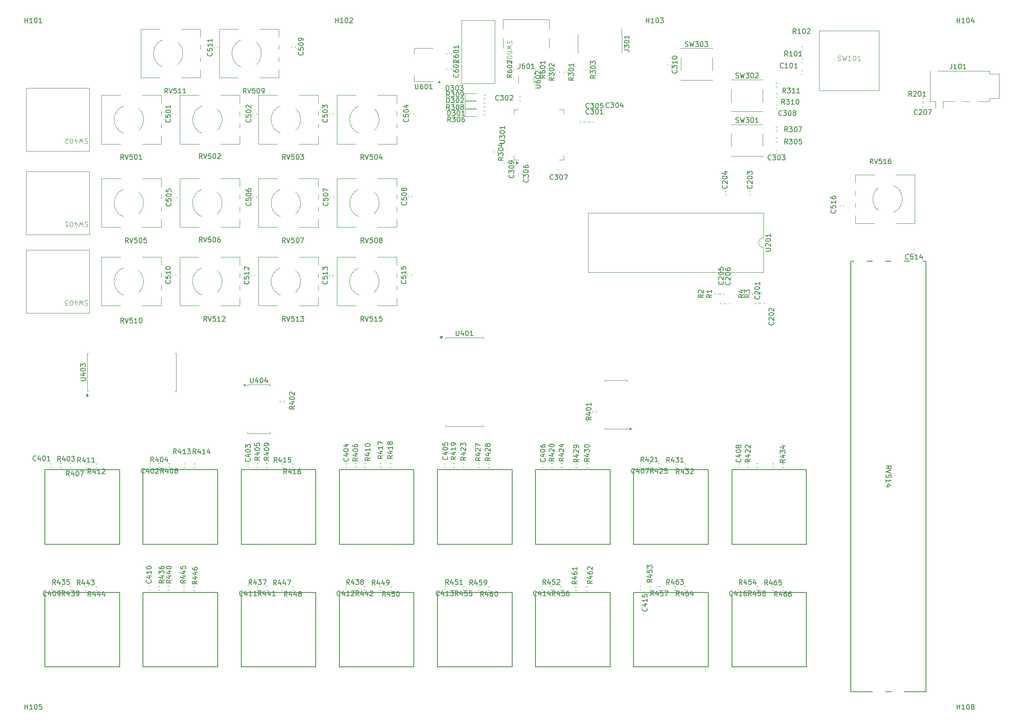
<source format=gbr>
%TF.GenerationSoftware,KiCad,Pcbnew,8.0.1-8.0.1-1~ubuntu22.04.1*%
%TF.CreationDate,2024-04-05T09:56:01+02:00*%
%TF.ProjectId,Sequencer,53657175-656e-4636-9572-2e6b69636164,rev?*%
%TF.SameCoordinates,Original*%
%TF.FileFunction,Legend,Top*%
%TF.FilePolarity,Positive*%
%FSLAX46Y46*%
G04 Gerber Fmt 4.6, Leading zero omitted, Abs format (unit mm)*
G04 Created by KiCad (PCBNEW 8.0.1-8.0.1-1~ubuntu22.04.1) date 2024-04-05 09:56:01*
%MOMM*%
%LPD*%
G01*
G04 APERTURE LIST*
%ADD10C,0.150000*%
%ADD11C,0.100000*%
%ADD12C,0.120000*%
%ADD13C,0.050000*%
%ADD14C,0.200000*%
%ADD15C,0.152400*%
G04 APERTURE END LIST*
D10*
X225459819Y-56785714D02*
X226174104Y-56785714D01*
X226174104Y-56785714D02*
X226316961Y-56833333D01*
X226316961Y-56833333D02*
X226412200Y-56928571D01*
X226412200Y-56928571D02*
X226459819Y-57071428D01*
X226459819Y-57071428D02*
X226459819Y-57166666D01*
X225459819Y-56404761D02*
X225459819Y-55785714D01*
X225459819Y-55785714D02*
X225840771Y-56119047D01*
X225840771Y-56119047D02*
X225840771Y-55976190D01*
X225840771Y-55976190D02*
X225888390Y-55880952D01*
X225888390Y-55880952D02*
X225936009Y-55833333D01*
X225936009Y-55833333D02*
X226031247Y-55785714D01*
X226031247Y-55785714D02*
X226269342Y-55785714D01*
X226269342Y-55785714D02*
X226364580Y-55833333D01*
X226364580Y-55833333D02*
X226412200Y-55880952D01*
X226412200Y-55880952D02*
X226459819Y-55976190D01*
X226459819Y-55976190D02*
X226459819Y-56261904D01*
X226459819Y-56261904D02*
X226412200Y-56357142D01*
X226412200Y-56357142D02*
X226364580Y-56404761D01*
X225459819Y-55166666D02*
X225459819Y-55071428D01*
X225459819Y-55071428D02*
X225507438Y-54976190D01*
X225507438Y-54976190D02*
X225555057Y-54928571D01*
X225555057Y-54928571D02*
X225650295Y-54880952D01*
X225650295Y-54880952D02*
X225840771Y-54833333D01*
X225840771Y-54833333D02*
X226078866Y-54833333D01*
X226078866Y-54833333D02*
X226269342Y-54880952D01*
X226269342Y-54880952D02*
X226364580Y-54928571D01*
X226364580Y-54928571D02*
X226412200Y-54976190D01*
X226412200Y-54976190D02*
X226459819Y-55071428D01*
X226459819Y-55071428D02*
X226459819Y-55166666D01*
X226459819Y-55166666D02*
X226412200Y-55261904D01*
X226412200Y-55261904D02*
X226364580Y-55309523D01*
X226364580Y-55309523D02*
X226269342Y-55357142D01*
X226269342Y-55357142D02*
X226078866Y-55404761D01*
X226078866Y-55404761D02*
X225840771Y-55404761D01*
X225840771Y-55404761D02*
X225650295Y-55357142D01*
X225650295Y-55357142D02*
X225555057Y-55309523D01*
X225555057Y-55309523D02*
X225507438Y-55261904D01*
X225507438Y-55261904D02*
X225459819Y-55166666D01*
X226459819Y-53880952D02*
X226459819Y-54452380D01*
X226459819Y-54166666D02*
X225459819Y-54166666D01*
X225459819Y-54166666D02*
X225602676Y-54261904D01*
X225602676Y-54261904D02*
X225697914Y-54357142D01*
X225697914Y-54357142D02*
X225745533Y-54452380D01*
X252959580Y-106969047D02*
X253007200Y-107016666D01*
X253007200Y-107016666D02*
X253054819Y-107159523D01*
X253054819Y-107159523D02*
X253054819Y-107254761D01*
X253054819Y-107254761D02*
X253007200Y-107397618D01*
X253007200Y-107397618D02*
X252911961Y-107492856D01*
X252911961Y-107492856D02*
X252816723Y-107540475D01*
X252816723Y-107540475D02*
X252626247Y-107588094D01*
X252626247Y-107588094D02*
X252483390Y-107588094D01*
X252483390Y-107588094D02*
X252292914Y-107540475D01*
X252292914Y-107540475D02*
X252197676Y-107492856D01*
X252197676Y-107492856D02*
X252102438Y-107397618D01*
X252102438Y-107397618D02*
X252054819Y-107254761D01*
X252054819Y-107254761D02*
X252054819Y-107159523D01*
X252054819Y-107159523D02*
X252102438Y-107016666D01*
X252102438Y-107016666D02*
X252150057Y-106969047D01*
X252150057Y-106588094D02*
X252102438Y-106540475D01*
X252102438Y-106540475D02*
X252054819Y-106445237D01*
X252054819Y-106445237D02*
X252054819Y-106207142D01*
X252054819Y-106207142D02*
X252102438Y-106111904D01*
X252102438Y-106111904D02*
X252150057Y-106064285D01*
X252150057Y-106064285D02*
X252245295Y-106016666D01*
X252245295Y-106016666D02*
X252340533Y-106016666D01*
X252340533Y-106016666D02*
X252483390Y-106064285D01*
X252483390Y-106064285D02*
X253054819Y-106635713D01*
X253054819Y-106635713D02*
X253054819Y-106016666D01*
X252054819Y-105397618D02*
X252054819Y-105302380D01*
X252054819Y-105302380D02*
X252102438Y-105207142D01*
X252102438Y-105207142D02*
X252150057Y-105159523D01*
X252150057Y-105159523D02*
X252245295Y-105111904D01*
X252245295Y-105111904D02*
X252435771Y-105064285D01*
X252435771Y-105064285D02*
X252673866Y-105064285D01*
X252673866Y-105064285D02*
X252864342Y-105111904D01*
X252864342Y-105111904D02*
X252959580Y-105159523D01*
X252959580Y-105159523D02*
X253007200Y-105207142D01*
X253007200Y-105207142D02*
X253054819Y-105302380D01*
X253054819Y-105302380D02*
X253054819Y-105397618D01*
X253054819Y-105397618D02*
X253007200Y-105492856D01*
X253007200Y-105492856D02*
X252959580Y-105540475D01*
X252959580Y-105540475D02*
X252864342Y-105588094D01*
X252864342Y-105588094D02*
X252673866Y-105635713D01*
X252673866Y-105635713D02*
X252435771Y-105635713D01*
X252435771Y-105635713D02*
X252245295Y-105588094D01*
X252245295Y-105588094D02*
X252150057Y-105540475D01*
X252150057Y-105540475D02*
X252102438Y-105492856D01*
X252102438Y-105492856D02*
X252054819Y-105397618D01*
X253054819Y-104111904D02*
X253054819Y-104683332D01*
X253054819Y-104397618D02*
X252054819Y-104397618D01*
X252054819Y-104397618D02*
X252197676Y-104492856D01*
X252197676Y-104492856D02*
X252292914Y-104588094D01*
X252292914Y-104588094D02*
X252340533Y-104683332D01*
X255839580Y-112289047D02*
X255887200Y-112336666D01*
X255887200Y-112336666D02*
X255934819Y-112479523D01*
X255934819Y-112479523D02*
X255934819Y-112574761D01*
X255934819Y-112574761D02*
X255887200Y-112717618D01*
X255887200Y-112717618D02*
X255791961Y-112812856D01*
X255791961Y-112812856D02*
X255696723Y-112860475D01*
X255696723Y-112860475D02*
X255506247Y-112908094D01*
X255506247Y-112908094D02*
X255363390Y-112908094D01*
X255363390Y-112908094D02*
X255172914Y-112860475D01*
X255172914Y-112860475D02*
X255077676Y-112812856D01*
X255077676Y-112812856D02*
X254982438Y-112717618D01*
X254982438Y-112717618D02*
X254934819Y-112574761D01*
X254934819Y-112574761D02*
X254934819Y-112479523D01*
X254934819Y-112479523D02*
X254982438Y-112336666D01*
X254982438Y-112336666D02*
X255030057Y-112289047D01*
X255030057Y-111908094D02*
X254982438Y-111860475D01*
X254982438Y-111860475D02*
X254934819Y-111765237D01*
X254934819Y-111765237D02*
X254934819Y-111527142D01*
X254934819Y-111527142D02*
X254982438Y-111431904D01*
X254982438Y-111431904D02*
X255030057Y-111384285D01*
X255030057Y-111384285D02*
X255125295Y-111336666D01*
X255125295Y-111336666D02*
X255220533Y-111336666D01*
X255220533Y-111336666D02*
X255363390Y-111384285D01*
X255363390Y-111384285D02*
X255934819Y-111955713D01*
X255934819Y-111955713D02*
X255934819Y-111336666D01*
X254934819Y-110717618D02*
X254934819Y-110622380D01*
X254934819Y-110622380D02*
X254982438Y-110527142D01*
X254982438Y-110527142D02*
X255030057Y-110479523D01*
X255030057Y-110479523D02*
X255125295Y-110431904D01*
X255125295Y-110431904D02*
X255315771Y-110384285D01*
X255315771Y-110384285D02*
X255553866Y-110384285D01*
X255553866Y-110384285D02*
X255744342Y-110431904D01*
X255744342Y-110431904D02*
X255839580Y-110479523D01*
X255839580Y-110479523D02*
X255887200Y-110527142D01*
X255887200Y-110527142D02*
X255934819Y-110622380D01*
X255934819Y-110622380D02*
X255934819Y-110717618D01*
X255934819Y-110717618D02*
X255887200Y-110812856D01*
X255887200Y-110812856D02*
X255839580Y-110860475D01*
X255839580Y-110860475D02*
X255744342Y-110908094D01*
X255744342Y-110908094D02*
X255553866Y-110955713D01*
X255553866Y-110955713D02*
X255315771Y-110955713D01*
X255315771Y-110955713D02*
X255125295Y-110908094D01*
X255125295Y-110908094D02*
X255030057Y-110860475D01*
X255030057Y-110860475D02*
X254982438Y-110812856D01*
X254982438Y-110812856D02*
X254934819Y-110717618D01*
X255030057Y-110003332D02*
X254982438Y-109955713D01*
X254982438Y-109955713D02*
X254934819Y-109860475D01*
X254934819Y-109860475D02*
X254934819Y-109622380D01*
X254934819Y-109622380D02*
X254982438Y-109527142D01*
X254982438Y-109527142D02*
X255030057Y-109479523D01*
X255030057Y-109479523D02*
X255125295Y-109431904D01*
X255125295Y-109431904D02*
X255220533Y-109431904D01*
X255220533Y-109431904D02*
X255363390Y-109479523D01*
X255363390Y-109479523D02*
X255934819Y-110050951D01*
X255934819Y-110050951D02*
X255934819Y-109431904D01*
X251004819Y-106666666D02*
X250528628Y-106999999D01*
X251004819Y-107238094D02*
X250004819Y-107238094D01*
X250004819Y-107238094D02*
X250004819Y-106857142D01*
X250004819Y-106857142D02*
X250052438Y-106761904D01*
X250052438Y-106761904D02*
X250100057Y-106714285D01*
X250100057Y-106714285D02*
X250195295Y-106666666D01*
X250195295Y-106666666D02*
X250338152Y-106666666D01*
X250338152Y-106666666D02*
X250433390Y-106714285D01*
X250433390Y-106714285D02*
X250481009Y-106761904D01*
X250481009Y-106761904D02*
X250528628Y-106857142D01*
X250528628Y-106857142D02*
X250528628Y-107238094D01*
X250004819Y-106333332D02*
X250004819Y-105714285D01*
X250004819Y-105714285D02*
X250385771Y-106047618D01*
X250385771Y-106047618D02*
X250385771Y-105904761D01*
X250385771Y-105904761D02*
X250433390Y-105809523D01*
X250433390Y-105809523D02*
X250481009Y-105761904D01*
X250481009Y-105761904D02*
X250576247Y-105714285D01*
X250576247Y-105714285D02*
X250814342Y-105714285D01*
X250814342Y-105714285D02*
X250909580Y-105761904D01*
X250909580Y-105761904D02*
X250957200Y-105809523D01*
X250957200Y-105809523D02*
X251004819Y-105904761D01*
X251004819Y-105904761D02*
X251004819Y-106190475D01*
X251004819Y-106190475D02*
X250957200Y-106285713D01*
X250957200Y-106285713D02*
X250909580Y-106333332D01*
X249804819Y-106666666D02*
X249328628Y-106999999D01*
X249804819Y-107238094D02*
X248804819Y-107238094D01*
X248804819Y-107238094D02*
X248804819Y-106857142D01*
X248804819Y-106857142D02*
X248852438Y-106761904D01*
X248852438Y-106761904D02*
X248900057Y-106714285D01*
X248900057Y-106714285D02*
X248995295Y-106666666D01*
X248995295Y-106666666D02*
X249138152Y-106666666D01*
X249138152Y-106666666D02*
X249233390Y-106714285D01*
X249233390Y-106714285D02*
X249281009Y-106761904D01*
X249281009Y-106761904D02*
X249328628Y-106857142D01*
X249328628Y-106857142D02*
X249328628Y-107238094D01*
X249138152Y-105809523D02*
X249804819Y-105809523D01*
X248757200Y-106047618D02*
X249471485Y-106285713D01*
X249471485Y-106285713D02*
X249471485Y-105666666D01*
X276152380Y-80004819D02*
X275819047Y-79528628D01*
X275580952Y-80004819D02*
X275580952Y-79004819D01*
X275580952Y-79004819D02*
X275961904Y-79004819D01*
X275961904Y-79004819D02*
X276057142Y-79052438D01*
X276057142Y-79052438D02*
X276104761Y-79100057D01*
X276104761Y-79100057D02*
X276152380Y-79195295D01*
X276152380Y-79195295D02*
X276152380Y-79338152D01*
X276152380Y-79338152D02*
X276104761Y-79433390D01*
X276104761Y-79433390D02*
X276057142Y-79481009D01*
X276057142Y-79481009D02*
X275961904Y-79528628D01*
X275961904Y-79528628D02*
X275580952Y-79528628D01*
X276438095Y-79004819D02*
X276771428Y-80004819D01*
X276771428Y-80004819D02*
X277104761Y-79004819D01*
X277914285Y-79004819D02*
X277438095Y-79004819D01*
X277438095Y-79004819D02*
X277390476Y-79481009D01*
X277390476Y-79481009D02*
X277438095Y-79433390D01*
X277438095Y-79433390D02*
X277533333Y-79385771D01*
X277533333Y-79385771D02*
X277771428Y-79385771D01*
X277771428Y-79385771D02*
X277866666Y-79433390D01*
X277866666Y-79433390D02*
X277914285Y-79481009D01*
X277914285Y-79481009D02*
X277961904Y-79576247D01*
X277961904Y-79576247D02*
X277961904Y-79814342D01*
X277961904Y-79814342D02*
X277914285Y-79909580D01*
X277914285Y-79909580D02*
X277866666Y-79957200D01*
X277866666Y-79957200D02*
X277771428Y-80004819D01*
X277771428Y-80004819D02*
X277533333Y-80004819D01*
X277533333Y-80004819D02*
X277438095Y-79957200D01*
X277438095Y-79957200D02*
X277390476Y-79909580D01*
X278914285Y-80004819D02*
X278342857Y-80004819D01*
X278628571Y-80004819D02*
X278628571Y-79004819D01*
X278628571Y-79004819D02*
X278533333Y-79147676D01*
X278533333Y-79147676D02*
X278438095Y-79242914D01*
X278438095Y-79242914D02*
X278342857Y-79290533D01*
X279771428Y-79004819D02*
X279580952Y-79004819D01*
X279580952Y-79004819D02*
X279485714Y-79052438D01*
X279485714Y-79052438D02*
X279438095Y-79100057D01*
X279438095Y-79100057D02*
X279342857Y-79242914D01*
X279342857Y-79242914D02*
X279295238Y-79433390D01*
X279295238Y-79433390D02*
X279295238Y-79814342D01*
X279295238Y-79814342D02*
X279342857Y-79909580D01*
X279342857Y-79909580D02*
X279390476Y-79957200D01*
X279390476Y-79957200D02*
X279485714Y-80004819D01*
X279485714Y-80004819D02*
X279676190Y-80004819D01*
X279676190Y-80004819D02*
X279771428Y-79957200D01*
X279771428Y-79957200D02*
X279819047Y-79909580D01*
X279819047Y-79909580D02*
X279866666Y-79814342D01*
X279866666Y-79814342D02*
X279866666Y-79576247D01*
X279866666Y-79576247D02*
X279819047Y-79481009D01*
X279819047Y-79481009D02*
X279771428Y-79433390D01*
X279771428Y-79433390D02*
X279676190Y-79385771D01*
X279676190Y-79385771D02*
X279485714Y-79385771D01*
X279485714Y-79385771D02*
X279390476Y-79433390D01*
X279390476Y-79433390D02*
X279342857Y-79481009D01*
X279342857Y-79481009D02*
X279295238Y-79576247D01*
X191185714Y-114054819D02*
X191185714Y-114864342D01*
X191185714Y-114864342D02*
X191233333Y-114959580D01*
X191233333Y-114959580D02*
X191280952Y-115007200D01*
X191280952Y-115007200D02*
X191376190Y-115054819D01*
X191376190Y-115054819D02*
X191566666Y-115054819D01*
X191566666Y-115054819D02*
X191661904Y-115007200D01*
X191661904Y-115007200D02*
X191709523Y-114959580D01*
X191709523Y-114959580D02*
X191757142Y-114864342D01*
X191757142Y-114864342D02*
X191757142Y-114054819D01*
X192661904Y-114388152D02*
X192661904Y-115054819D01*
X192423809Y-114007200D02*
X192185714Y-114721485D01*
X192185714Y-114721485D02*
X192804761Y-114721485D01*
X193376190Y-114054819D02*
X193471428Y-114054819D01*
X193471428Y-114054819D02*
X193566666Y-114102438D01*
X193566666Y-114102438D02*
X193614285Y-114150057D01*
X193614285Y-114150057D02*
X193661904Y-114245295D01*
X193661904Y-114245295D02*
X193709523Y-114435771D01*
X193709523Y-114435771D02*
X193709523Y-114673866D01*
X193709523Y-114673866D02*
X193661904Y-114864342D01*
X193661904Y-114864342D02*
X193614285Y-114959580D01*
X193614285Y-114959580D02*
X193566666Y-115007200D01*
X193566666Y-115007200D02*
X193471428Y-115054819D01*
X193471428Y-115054819D02*
X193376190Y-115054819D01*
X193376190Y-115054819D02*
X193280952Y-115007200D01*
X193280952Y-115007200D02*
X193233333Y-114959580D01*
X193233333Y-114959580D02*
X193185714Y-114864342D01*
X193185714Y-114864342D02*
X193138095Y-114673866D01*
X193138095Y-114673866D02*
X193138095Y-114435771D01*
X193138095Y-114435771D02*
X193185714Y-114245295D01*
X193185714Y-114245295D02*
X193233333Y-114150057D01*
X193233333Y-114150057D02*
X193280952Y-114102438D01*
X193280952Y-114102438D02*
X193376190Y-114054819D01*
X194661904Y-115054819D02*
X194090476Y-115054819D01*
X194376190Y-115054819D02*
X194376190Y-114054819D01*
X194376190Y-114054819D02*
X194280952Y-114197676D01*
X194280952Y-114197676D02*
X194185714Y-114292914D01*
X194185714Y-114292914D02*
X194090476Y-114340533D01*
X132402380Y-65604819D02*
X132069047Y-65128628D01*
X131830952Y-65604819D02*
X131830952Y-64604819D01*
X131830952Y-64604819D02*
X132211904Y-64604819D01*
X132211904Y-64604819D02*
X132307142Y-64652438D01*
X132307142Y-64652438D02*
X132354761Y-64700057D01*
X132354761Y-64700057D02*
X132402380Y-64795295D01*
X132402380Y-64795295D02*
X132402380Y-64938152D01*
X132402380Y-64938152D02*
X132354761Y-65033390D01*
X132354761Y-65033390D02*
X132307142Y-65081009D01*
X132307142Y-65081009D02*
X132211904Y-65128628D01*
X132211904Y-65128628D02*
X131830952Y-65128628D01*
X132688095Y-64604819D02*
X133021428Y-65604819D01*
X133021428Y-65604819D02*
X133354761Y-64604819D01*
X134164285Y-64604819D02*
X133688095Y-64604819D01*
X133688095Y-64604819D02*
X133640476Y-65081009D01*
X133640476Y-65081009D02*
X133688095Y-65033390D01*
X133688095Y-65033390D02*
X133783333Y-64985771D01*
X133783333Y-64985771D02*
X134021428Y-64985771D01*
X134021428Y-64985771D02*
X134116666Y-65033390D01*
X134116666Y-65033390D02*
X134164285Y-65081009D01*
X134164285Y-65081009D02*
X134211904Y-65176247D01*
X134211904Y-65176247D02*
X134211904Y-65414342D01*
X134211904Y-65414342D02*
X134164285Y-65509580D01*
X134164285Y-65509580D02*
X134116666Y-65557200D01*
X134116666Y-65557200D02*
X134021428Y-65604819D01*
X134021428Y-65604819D02*
X133783333Y-65604819D01*
X133783333Y-65604819D02*
X133688095Y-65557200D01*
X133688095Y-65557200D02*
X133640476Y-65509580D01*
X135164285Y-65604819D02*
X134592857Y-65604819D01*
X134878571Y-65604819D02*
X134878571Y-64604819D01*
X134878571Y-64604819D02*
X134783333Y-64747676D01*
X134783333Y-64747676D02*
X134688095Y-64842914D01*
X134688095Y-64842914D02*
X134592857Y-64890533D01*
X136116666Y-65604819D02*
X135545238Y-65604819D01*
X135830952Y-65604819D02*
X135830952Y-64604819D01*
X135830952Y-64604819D02*
X135735714Y-64747676D01*
X135735714Y-64747676D02*
X135640476Y-64842914D01*
X135640476Y-64842914D02*
X135545238Y-64890533D01*
X176780952Y-168224819D02*
X176447619Y-167748628D01*
X176209524Y-168224819D02*
X176209524Y-167224819D01*
X176209524Y-167224819D02*
X176590476Y-167224819D01*
X176590476Y-167224819D02*
X176685714Y-167272438D01*
X176685714Y-167272438D02*
X176733333Y-167320057D01*
X176733333Y-167320057D02*
X176780952Y-167415295D01*
X176780952Y-167415295D02*
X176780952Y-167558152D01*
X176780952Y-167558152D02*
X176733333Y-167653390D01*
X176733333Y-167653390D02*
X176685714Y-167701009D01*
X176685714Y-167701009D02*
X176590476Y-167748628D01*
X176590476Y-167748628D02*
X176209524Y-167748628D01*
X177638095Y-167558152D02*
X177638095Y-168224819D01*
X177400000Y-167177200D02*
X177161905Y-167891485D01*
X177161905Y-167891485D02*
X177780952Y-167891485D01*
X178638095Y-167224819D02*
X178161905Y-167224819D01*
X178161905Y-167224819D02*
X178114286Y-167701009D01*
X178114286Y-167701009D02*
X178161905Y-167653390D01*
X178161905Y-167653390D02*
X178257143Y-167605771D01*
X178257143Y-167605771D02*
X178495238Y-167605771D01*
X178495238Y-167605771D02*
X178590476Y-167653390D01*
X178590476Y-167653390D02*
X178638095Y-167701009D01*
X178638095Y-167701009D02*
X178685714Y-167796247D01*
X178685714Y-167796247D02*
X178685714Y-168034342D01*
X178685714Y-168034342D02*
X178638095Y-168129580D01*
X178638095Y-168129580D02*
X178590476Y-168177200D01*
X178590476Y-168177200D02*
X178495238Y-168224819D01*
X178495238Y-168224819D02*
X178257143Y-168224819D01*
X178257143Y-168224819D02*
X178161905Y-168177200D01*
X178161905Y-168177200D02*
X178114286Y-168129580D01*
X179304762Y-167224819D02*
X179400000Y-167224819D01*
X179400000Y-167224819D02*
X179495238Y-167272438D01*
X179495238Y-167272438D02*
X179542857Y-167320057D01*
X179542857Y-167320057D02*
X179590476Y-167415295D01*
X179590476Y-167415295D02*
X179638095Y-167605771D01*
X179638095Y-167605771D02*
X179638095Y-167843866D01*
X179638095Y-167843866D02*
X179590476Y-168034342D01*
X179590476Y-168034342D02*
X179542857Y-168129580D01*
X179542857Y-168129580D02*
X179495238Y-168177200D01*
X179495238Y-168177200D02*
X179400000Y-168224819D01*
X179400000Y-168224819D02*
X179304762Y-168224819D01*
X179304762Y-168224819D02*
X179209524Y-168177200D01*
X179209524Y-168177200D02*
X179161905Y-168129580D01*
X179161905Y-168129580D02*
X179114286Y-168034342D01*
X179114286Y-168034342D02*
X179066667Y-167843866D01*
X179066667Y-167843866D02*
X179066667Y-167605771D01*
X179066667Y-167605771D02*
X179114286Y-167415295D01*
X179114286Y-167415295D02*
X179161905Y-167320057D01*
X179161905Y-167320057D02*
X179209524Y-167272438D01*
X179209524Y-167272438D02*
X179304762Y-167224819D01*
D11*
X269014286Y-58909800D02*
X269157143Y-58957419D01*
X269157143Y-58957419D02*
X269395238Y-58957419D01*
X269395238Y-58957419D02*
X269490476Y-58909800D01*
X269490476Y-58909800D02*
X269538095Y-58862180D01*
X269538095Y-58862180D02*
X269585714Y-58766942D01*
X269585714Y-58766942D02*
X269585714Y-58671704D01*
X269585714Y-58671704D02*
X269538095Y-58576466D01*
X269538095Y-58576466D02*
X269490476Y-58528847D01*
X269490476Y-58528847D02*
X269395238Y-58481228D01*
X269395238Y-58481228D02*
X269204762Y-58433609D01*
X269204762Y-58433609D02*
X269109524Y-58385990D01*
X269109524Y-58385990D02*
X269061905Y-58338371D01*
X269061905Y-58338371D02*
X269014286Y-58243133D01*
X269014286Y-58243133D02*
X269014286Y-58147895D01*
X269014286Y-58147895D02*
X269061905Y-58052657D01*
X269061905Y-58052657D02*
X269109524Y-58005038D01*
X269109524Y-58005038D02*
X269204762Y-57957419D01*
X269204762Y-57957419D02*
X269442857Y-57957419D01*
X269442857Y-57957419D02*
X269585714Y-58005038D01*
X269919048Y-57957419D02*
X270157143Y-58957419D01*
X270157143Y-58957419D02*
X270347619Y-58243133D01*
X270347619Y-58243133D02*
X270538095Y-58957419D01*
X270538095Y-58957419D02*
X270776191Y-57957419D01*
X271680952Y-58957419D02*
X271109524Y-58957419D01*
X271395238Y-58957419D02*
X271395238Y-57957419D01*
X271395238Y-57957419D02*
X271300000Y-58100276D01*
X271300000Y-58100276D02*
X271204762Y-58195514D01*
X271204762Y-58195514D02*
X271109524Y-58243133D01*
X272300000Y-57957419D02*
X272395238Y-57957419D01*
X272395238Y-57957419D02*
X272490476Y-58005038D01*
X272490476Y-58005038D02*
X272538095Y-58052657D01*
X272538095Y-58052657D02*
X272585714Y-58147895D01*
X272585714Y-58147895D02*
X272633333Y-58338371D01*
X272633333Y-58338371D02*
X272633333Y-58576466D01*
X272633333Y-58576466D02*
X272585714Y-58766942D01*
X272585714Y-58766942D02*
X272538095Y-58862180D01*
X272538095Y-58862180D02*
X272490476Y-58909800D01*
X272490476Y-58909800D02*
X272395238Y-58957419D01*
X272395238Y-58957419D02*
X272300000Y-58957419D01*
X272300000Y-58957419D02*
X272204762Y-58909800D01*
X272204762Y-58909800D02*
X272157143Y-58862180D01*
X272157143Y-58862180D02*
X272109524Y-58766942D01*
X272109524Y-58766942D02*
X272061905Y-58576466D01*
X272061905Y-58576466D02*
X272061905Y-58338371D01*
X272061905Y-58338371D02*
X272109524Y-58147895D01*
X272109524Y-58147895D02*
X272157143Y-58052657D01*
X272157143Y-58052657D02*
X272204762Y-58005038D01*
X272204762Y-58005038D02*
X272300000Y-57957419D01*
X273585714Y-58957419D02*
X273014286Y-58957419D01*
X273300000Y-58957419D02*
X273300000Y-57957419D01*
X273300000Y-57957419D02*
X273204762Y-58100276D01*
X273204762Y-58100276D02*
X273109524Y-58195514D01*
X273109524Y-58195514D02*
X273014286Y-58243133D01*
D10*
X209259580Y-140119047D02*
X209307200Y-140166666D01*
X209307200Y-140166666D02*
X209354819Y-140309523D01*
X209354819Y-140309523D02*
X209354819Y-140404761D01*
X209354819Y-140404761D02*
X209307200Y-140547618D01*
X209307200Y-140547618D02*
X209211961Y-140642856D01*
X209211961Y-140642856D02*
X209116723Y-140690475D01*
X209116723Y-140690475D02*
X208926247Y-140738094D01*
X208926247Y-140738094D02*
X208783390Y-140738094D01*
X208783390Y-140738094D02*
X208592914Y-140690475D01*
X208592914Y-140690475D02*
X208497676Y-140642856D01*
X208497676Y-140642856D02*
X208402438Y-140547618D01*
X208402438Y-140547618D02*
X208354819Y-140404761D01*
X208354819Y-140404761D02*
X208354819Y-140309523D01*
X208354819Y-140309523D02*
X208402438Y-140166666D01*
X208402438Y-140166666D02*
X208450057Y-140119047D01*
X208688152Y-139261904D02*
X209354819Y-139261904D01*
X208307200Y-139499999D02*
X209021485Y-139738094D01*
X209021485Y-139738094D02*
X209021485Y-139119047D01*
X208354819Y-138547618D02*
X208354819Y-138452380D01*
X208354819Y-138452380D02*
X208402438Y-138357142D01*
X208402438Y-138357142D02*
X208450057Y-138309523D01*
X208450057Y-138309523D02*
X208545295Y-138261904D01*
X208545295Y-138261904D02*
X208735771Y-138214285D01*
X208735771Y-138214285D02*
X208973866Y-138214285D01*
X208973866Y-138214285D02*
X209164342Y-138261904D01*
X209164342Y-138261904D02*
X209259580Y-138309523D01*
X209259580Y-138309523D02*
X209307200Y-138357142D01*
X209307200Y-138357142D02*
X209354819Y-138452380D01*
X209354819Y-138452380D02*
X209354819Y-138547618D01*
X209354819Y-138547618D02*
X209307200Y-138642856D01*
X209307200Y-138642856D02*
X209259580Y-138690475D01*
X209259580Y-138690475D02*
X209164342Y-138738094D01*
X209164342Y-138738094D02*
X208973866Y-138785713D01*
X208973866Y-138785713D02*
X208735771Y-138785713D01*
X208735771Y-138785713D02*
X208545295Y-138738094D01*
X208545295Y-138738094D02*
X208450057Y-138690475D01*
X208450057Y-138690475D02*
X208402438Y-138642856D01*
X208402438Y-138642856D02*
X208354819Y-138547618D01*
X208354819Y-137357142D02*
X208354819Y-137547618D01*
X208354819Y-137547618D02*
X208402438Y-137642856D01*
X208402438Y-137642856D02*
X208450057Y-137690475D01*
X208450057Y-137690475D02*
X208592914Y-137785713D01*
X208592914Y-137785713D02*
X208783390Y-137833332D01*
X208783390Y-137833332D02*
X209164342Y-137833332D01*
X209164342Y-137833332D02*
X209259580Y-137785713D01*
X209259580Y-137785713D02*
X209307200Y-137738094D01*
X209307200Y-137738094D02*
X209354819Y-137642856D01*
X209354819Y-137642856D02*
X209354819Y-137452380D01*
X209354819Y-137452380D02*
X209307200Y-137357142D01*
X209307200Y-137357142D02*
X209259580Y-137309523D01*
X209259580Y-137309523D02*
X209164342Y-137261904D01*
X209164342Y-137261904D02*
X208926247Y-137261904D01*
X208926247Y-137261904D02*
X208831009Y-137309523D01*
X208831009Y-137309523D02*
X208783390Y-137357142D01*
X208783390Y-137357142D02*
X208735771Y-137452380D01*
X208735771Y-137452380D02*
X208735771Y-137642856D01*
X208735771Y-137642856D02*
X208783390Y-137738094D01*
X208783390Y-137738094D02*
X208831009Y-137785713D01*
X208831009Y-137785713D02*
X208926247Y-137833332D01*
X191589580Y-61719047D02*
X191637200Y-61766666D01*
X191637200Y-61766666D02*
X191684819Y-61909523D01*
X191684819Y-61909523D02*
X191684819Y-62004761D01*
X191684819Y-62004761D02*
X191637200Y-62147618D01*
X191637200Y-62147618D02*
X191541961Y-62242856D01*
X191541961Y-62242856D02*
X191446723Y-62290475D01*
X191446723Y-62290475D02*
X191256247Y-62338094D01*
X191256247Y-62338094D02*
X191113390Y-62338094D01*
X191113390Y-62338094D02*
X190922914Y-62290475D01*
X190922914Y-62290475D02*
X190827676Y-62242856D01*
X190827676Y-62242856D02*
X190732438Y-62147618D01*
X190732438Y-62147618D02*
X190684819Y-62004761D01*
X190684819Y-62004761D02*
X190684819Y-61909523D01*
X190684819Y-61909523D02*
X190732438Y-61766666D01*
X190732438Y-61766666D02*
X190780057Y-61719047D01*
X190684819Y-60861904D02*
X190684819Y-61052380D01*
X190684819Y-61052380D02*
X190732438Y-61147618D01*
X190732438Y-61147618D02*
X190780057Y-61195237D01*
X190780057Y-61195237D02*
X190922914Y-61290475D01*
X190922914Y-61290475D02*
X191113390Y-61338094D01*
X191113390Y-61338094D02*
X191494342Y-61338094D01*
X191494342Y-61338094D02*
X191589580Y-61290475D01*
X191589580Y-61290475D02*
X191637200Y-61242856D01*
X191637200Y-61242856D02*
X191684819Y-61147618D01*
X191684819Y-61147618D02*
X191684819Y-60957142D01*
X191684819Y-60957142D02*
X191637200Y-60861904D01*
X191637200Y-60861904D02*
X191589580Y-60814285D01*
X191589580Y-60814285D02*
X191494342Y-60766666D01*
X191494342Y-60766666D02*
X191256247Y-60766666D01*
X191256247Y-60766666D02*
X191161009Y-60814285D01*
X191161009Y-60814285D02*
X191113390Y-60861904D01*
X191113390Y-60861904D02*
X191065771Y-60957142D01*
X191065771Y-60957142D02*
X191065771Y-61147618D01*
X191065771Y-61147618D02*
X191113390Y-61242856D01*
X191113390Y-61242856D02*
X191161009Y-61290475D01*
X191161009Y-61290475D02*
X191256247Y-61338094D01*
X190684819Y-60147618D02*
X190684819Y-60052380D01*
X190684819Y-60052380D02*
X190732438Y-59957142D01*
X190732438Y-59957142D02*
X190780057Y-59909523D01*
X190780057Y-59909523D02*
X190875295Y-59861904D01*
X190875295Y-59861904D02*
X191065771Y-59814285D01*
X191065771Y-59814285D02*
X191303866Y-59814285D01*
X191303866Y-59814285D02*
X191494342Y-59861904D01*
X191494342Y-59861904D02*
X191589580Y-59909523D01*
X191589580Y-59909523D02*
X191637200Y-59957142D01*
X191637200Y-59957142D02*
X191684819Y-60052380D01*
X191684819Y-60052380D02*
X191684819Y-60147618D01*
X191684819Y-60147618D02*
X191637200Y-60242856D01*
X191637200Y-60242856D02*
X191589580Y-60290475D01*
X191589580Y-60290475D02*
X191494342Y-60338094D01*
X191494342Y-60338094D02*
X191303866Y-60385713D01*
X191303866Y-60385713D02*
X191065771Y-60385713D01*
X191065771Y-60385713D02*
X190875295Y-60338094D01*
X190875295Y-60338094D02*
X190780057Y-60290475D01*
X190780057Y-60290475D02*
X190732438Y-60242856D01*
X190732438Y-60242856D02*
X190684819Y-60147618D01*
X190780057Y-59433332D02*
X190732438Y-59385713D01*
X190732438Y-59385713D02*
X190684819Y-59290475D01*
X190684819Y-59290475D02*
X190684819Y-59052380D01*
X190684819Y-59052380D02*
X190732438Y-58957142D01*
X190732438Y-58957142D02*
X190780057Y-58909523D01*
X190780057Y-58909523D02*
X190875295Y-58861904D01*
X190875295Y-58861904D02*
X190970533Y-58861904D01*
X190970533Y-58861904D02*
X191113390Y-58909523D01*
X191113390Y-58909523D02*
X191684819Y-59480951D01*
X191684819Y-59480951D02*
X191684819Y-58861904D01*
X246359580Y-84419047D02*
X246407200Y-84466666D01*
X246407200Y-84466666D02*
X246454819Y-84609523D01*
X246454819Y-84609523D02*
X246454819Y-84704761D01*
X246454819Y-84704761D02*
X246407200Y-84847618D01*
X246407200Y-84847618D02*
X246311961Y-84942856D01*
X246311961Y-84942856D02*
X246216723Y-84990475D01*
X246216723Y-84990475D02*
X246026247Y-85038094D01*
X246026247Y-85038094D02*
X245883390Y-85038094D01*
X245883390Y-85038094D02*
X245692914Y-84990475D01*
X245692914Y-84990475D02*
X245597676Y-84942856D01*
X245597676Y-84942856D02*
X245502438Y-84847618D01*
X245502438Y-84847618D02*
X245454819Y-84704761D01*
X245454819Y-84704761D02*
X245454819Y-84609523D01*
X245454819Y-84609523D02*
X245502438Y-84466666D01*
X245502438Y-84466666D02*
X245550057Y-84419047D01*
X245550057Y-84038094D02*
X245502438Y-83990475D01*
X245502438Y-83990475D02*
X245454819Y-83895237D01*
X245454819Y-83895237D02*
X245454819Y-83657142D01*
X245454819Y-83657142D02*
X245502438Y-83561904D01*
X245502438Y-83561904D02*
X245550057Y-83514285D01*
X245550057Y-83514285D02*
X245645295Y-83466666D01*
X245645295Y-83466666D02*
X245740533Y-83466666D01*
X245740533Y-83466666D02*
X245883390Y-83514285D01*
X245883390Y-83514285D02*
X246454819Y-84085713D01*
X246454819Y-84085713D02*
X246454819Y-83466666D01*
X245454819Y-82847618D02*
X245454819Y-82752380D01*
X245454819Y-82752380D02*
X245502438Y-82657142D01*
X245502438Y-82657142D02*
X245550057Y-82609523D01*
X245550057Y-82609523D02*
X245645295Y-82561904D01*
X245645295Y-82561904D02*
X245835771Y-82514285D01*
X245835771Y-82514285D02*
X246073866Y-82514285D01*
X246073866Y-82514285D02*
X246264342Y-82561904D01*
X246264342Y-82561904D02*
X246359580Y-82609523D01*
X246359580Y-82609523D02*
X246407200Y-82657142D01*
X246407200Y-82657142D02*
X246454819Y-82752380D01*
X246454819Y-82752380D02*
X246454819Y-82847618D01*
X246454819Y-82847618D02*
X246407200Y-82942856D01*
X246407200Y-82942856D02*
X246359580Y-82990475D01*
X246359580Y-82990475D02*
X246264342Y-83038094D01*
X246264342Y-83038094D02*
X246073866Y-83085713D01*
X246073866Y-83085713D02*
X245835771Y-83085713D01*
X245835771Y-83085713D02*
X245645295Y-83038094D01*
X245645295Y-83038094D02*
X245550057Y-82990475D01*
X245550057Y-82990475D02*
X245502438Y-82942856D01*
X245502438Y-82942856D02*
X245454819Y-82847618D01*
X245788152Y-81657142D02*
X246454819Y-81657142D01*
X245407200Y-81895237D02*
X246121485Y-82133332D01*
X246121485Y-82133332D02*
X246121485Y-81514285D01*
X166619047Y-51254819D02*
X166619047Y-50254819D01*
X166619047Y-50731009D02*
X167190475Y-50731009D01*
X167190475Y-51254819D02*
X167190475Y-50254819D01*
X168190475Y-51254819D02*
X167619047Y-51254819D01*
X167904761Y-51254819D02*
X167904761Y-50254819D01*
X167904761Y-50254819D02*
X167809523Y-50397676D01*
X167809523Y-50397676D02*
X167714285Y-50492914D01*
X167714285Y-50492914D02*
X167619047Y-50540533D01*
X168809523Y-50254819D02*
X168904761Y-50254819D01*
X168904761Y-50254819D02*
X168999999Y-50302438D01*
X168999999Y-50302438D02*
X169047618Y-50350057D01*
X169047618Y-50350057D02*
X169095237Y-50445295D01*
X169095237Y-50445295D02*
X169142856Y-50635771D01*
X169142856Y-50635771D02*
X169142856Y-50873866D01*
X169142856Y-50873866D02*
X169095237Y-51064342D01*
X169095237Y-51064342D02*
X169047618Y-51159580D01*
X169047618Y-51159580D02*
X168999999Y-51207200D01*
X168999999Y-51207200D02*
X168904761Y-51254819D01*
X168904761Y-51254819D02*
X168809523Y-51254819D01*
X168809523Y-51254819D02*
X168714285Y-51207200D01*
X168714285Y-51207200D02*
X168666666Y-51159580D01*
X168666666Y-51159580D02*
X168619047Y-51064342D01*
X168619047Y-51064342D02*
X168571428Y-50873866D01*
X168571428Y-50873866D02*
X168571428Y-50635771D01*
X168571428Y-50635771D02*
X168619047Y-50445295D01*
X168619047Y-50445295D02*
X168666666Y-50350057D01*
X168666666Y-50350057D02*
X168714285Y-50302438D01*
X168714285Y-50302438D02*
X168809523Y-50254819D01*
X169523809Y-50350057D02*
X169571428Y-50302438D01*
X169571428Y-50302438D02*
X169666666Y-50254819D01*
X169666666Y-50254819D02*
X169904761Y-50254819D01*
X169904761Y-50254819D02*
X169999999Y-50302438D01*
X169999999Y-50302438D02*
X170047618Y-50350057D01*
X170047618Y-50350057D02*
X170095237Y-50445295D01*
X170095237Y-50445295D02*
X170095237Y-50540533D01*
X170095237Y-50540533D02*
X170047618Y-50683390D01*
X170047618Y-50683390D02*
X169476190Y-51254819D01*
X169476190Y-51254819D02*
X170095237Y-51254819D01*
X293285714Y-51254819D02*
X293285714Y-50254819D01*
X293285714Y-50731009D02*
X293857142Y-50731009D01*
X293857142Y-51254819D02*
X293857142Y-50254819D01*
X294857142Y-51254819D02*
X294285714Y-51254819D01*
X294571428Y-51254819D02*
X294571428Y-50254819D01*
X294571428Y-50254819D02*
X294476190Y-50397676D01*
X294476190Y-50397676D02*
X294380952Y-50492914D01*
X294380952Y-50492914D02*
X294285714Y-50540533D01*
X295476190Y-50254819D02*
X295571428Y-50254819D01*
X295571428Y-50254819D02*
X295666666Y-50302438D01*
X295666666Y-50302438D02*
X295714285Y-50350057D01*
X295714285Y-50350057D02*
X295761904Y-50445295D01*
X295761904Y-50445295D02*
X295809523Y-50635771D01*
X295809523Y-50635771D02*
X295809523Y-50873866D01*
X295809523Y-50873866D02*
X295761904Y-51064342D01*
X295761904Y-51064342D02*
X295714285Y-51159580D01*
X295714285Y-51159580D02*
X295666666Y-51207200D01*
X295666666Y-51207200D02*
X295571428Y-51254819D01*
X295571428Y-51254819D02*
X295476190Y-51254819D01*
X295476190Y-51254819D02*
X295380952Y-51207200D01*
X295380952Y-51207200D02*
X295333333Y-51159580D01*
X295333333Y-51159580D02*
X295285714Y-51064342D01*
X295285714Y-51064342D02*
X295238095Y-50873866D01*
X295238095Y-50873866D02*
X295238095Y-50635771D01*
X295238095Y-50635771D02*
X295285714Y-50445295D01*
X295285714Y-50445295D02*
X295333333Y-50350057D01*
X295333333Y-50350057D02*
X295380952Y-50302438D01*
X295380952Y-50302438D02*
X295476190Y-50254819D01*
X296666666Y-50588152D02*
X296666666Y-51254819D01*
X296428571Y-50207200D02*
X296190476Y-50921485D01*
X296190476Y-50921485D02*
X296809523Y-50921485D01*
X251380952Y-168124819D02*
X251047619Y-167648628D01*
X250809524Y-168124819D02*
X250809524Y-167124819D01*
X250809524Y-167124819D02*
X251190476Y-167124819D01*
X251190476Y-167124819D02*
X251285714Y-167172438D01*
X251285714Y-167172438D02*
X251333333Y-167220057D01*
X251333333Y-167220057D02*
X251380952Y-167315295D01*
X251380952Y-167315295D02*
X251380952Y-167458152D01*
X251380952Y-167458152D02*
X251333333Y-167553390D01*
X251333333Y-167553390D02*
X251285714Y-167601009D01*
X251285714Y-167601009D02*
X251190476Y-167648628D01*
X251190476Y-167648628D02*
X250809524Y-167648628D01*
X252238095Y-167458152D02*
X252238095Y-168124819D01*
X252000000Y-167077200D02*
X251761905Y-167791485D01*
X251761905Y-167791485D02*
X252380952Y-167791485D01*
X253238095Y-167124819D02*
X252761905Y-167124819D01*
X252761905Y-167124819D02*
X252714286Y-167601009D01*
X252714286Y-167601009D02*
X252761905Y-167553390D01*
X252761905Y-167553390D02*
X252857143Y-167505771D01*
X252857143Y-167505771D02*
X253095238Y-167505771D01*
X253095238Y-167505771D02*
X253190476Y-167553390D01*
X253190476Y-167553390D02*
X253238095Y-167601009D01*
X253238095Y-167601009D02*
X253285714Y-167696247D01*
X253285714Y-167696247D02*
X253285714Y-167934342D01*
X253285714Y-167934342D02*
X253238095Y-168029580D01*
X253238095Y-168029580D02*
X253190476Y-168077200D01*
X253190476Y-168077200D02*
X253095238Y-168124819D01*
X253095238Y-168124819D02*
X252857143Y-168124819D01*
X252857143Y-168124819D02*
X252761905Y-168077200D01*
X252761905Y-168077200D02*
X252714286Y-168029580D01*
X253857143Y-167553390D02*
X253761905Y-167505771D01*
X253761905Y-167505771D02*
X253714286Y-167458152D01*
X253714286Y-167458152D02*
X253666667Y-167362914D01*
X253666667Y-167362914D02*
X253666667Y-167315295D01*
X253666667Y-167315295D02*
X253714286Y-167220057D01*
X253714286Y-167220057D02*
X253761905Y-167172438D01*
X253761905Y-167172438D02*
X253857143Y-167124819D01*
X253857143Y-167124819D02*
X254047619Y-167124819D01*
X254047619Y-167124819D02*
X254142857Y-167172438D01*
X254142857Y-167172438D02*
X254190476Y-167220057D01*
X254190476Y-167220057D02*
X254238095Y-167315295D01*
X254238095Y-167315295D02*
X254238095Y-167362914D01*
X254238095Y-167362914D02*
X254190476Y-167458152D01*
X254190476Y-167458152D02*
X254142857Y-167505771D01*
X254142857Y-167505771D02*
X254047619Y-167553390D01*
X254047619Y-167553390D02*
X253857143Y-167553390D01*
X253857143Y-167553390D02*
X253761905Y-167601009D01*
X253761905Y-167601009D02*
X253714286Y-167648628D01*
X253714286Y-167648628D02*
X253666667Y-167743866D01*
X253666667Y-167743866D02*
X253666667Y-167934342D01*
X253666667Y-167934342D02*
X253714286Y-168029580D01*
X253714286Y-168029580D02*
X253761905Y-168077200D01*
X253761905Y-168077200D02*
X253857143Y-168124819D01*
X253857143Y-168124819D02*
X254047619Y-168124819D01*
X254047619Y-168124819D02*
X254142857Y-168077200D01*
X254142857Y-168077200D02*
X254190476Y-168029580D01*
X254190476Y-168029580D02*
X254238095Y-167934342D01*
X254238095Y-167934342D02*
X254238095Y-167743866D01*
X254238095Y-167743866D02*
X254190476Y-167648628D01*
X254190476Y-167648628D02*
X254142857Y-167601009D01*
X254142857Y-167601009D02*
X254047619Y-167553390D01*
X210980952Y-83119580D02*
X210933333Y-83167200D01*
X210933333Y-83167200D02*
X210790476Y-83214819D01*
X210790476Y-83214819D02*
X210695238Y-83214819D01*
X210695238Y-83214819D02*
X210552381Y-83167200D01*
X210552381Y-83167200D02*
X210457143Y-83071961D01*
X210457143Y-83071961D02*
X210409524Y-82976723D01*
X210409524Y-82976723D02*
X210361905Y-82786247D01*
X210361905Y-82786247D02*
X210361905Y-82643390D01*
X210361905Y-82643390D02*
X210409524Y-82452914D01*
X210409524Y-82452914D02*
X210457143Y-82357676D01*
X210457143Y-82357676D02*
X210552381Y-82262438D01*
X210552381Y-82262438D02*
X210695238Y-82214819D01*
X210695238Y-82214819D02*
X210790476Y-82214819D01*
X210790476Y-82214819D02*
X210933333Y-82262438D01*
X210933333Y-82262438D02*
X210980952Y-82310057D01*
X211314286Y-82214819D02*
X211933333Y-82214819D01*
X211933333Y-82214819D02*
X211600000Y-82595771D01*
X211600000Y-82595771D02*
X211742857Y-82595771D01*
X211742857Y-82595771D02*
X211838095Y-82643390D01*
X211838095Y-82643390D02*
X211885714Y-82691009D01*
X211885714Y-82691009D02*
X211933333Y-82786247D01*
X211933333Y-82786247D02*
X211933333Y-83024342D01*
X211933333Y-83024342D02*
X211885714Y-83119580D01*
X211885714Y-83119580D02*
X211838095Y-83167200D01*
X211838095Y-83167200D02*
X211742857Y-83214819D01*
X211742857Y-83214819D02*
X211457143Y-83214819D01*
X211457143Y-83214819D02*
X211361905Y-83167200D01*
X211361905Y-83167200D02*
X211314286Y-83119580D01*
X212552381Y-82214819D02*
X212647619Y-82214819D01*
X212647619Y-82214819D02*
X212742857Y-82262438D01*
X212742857Y-82262438D02*
X212790476Y-82310057D01*
X212790476Y-82310057D02*
X212838095Y-82405295D01*
X212838095Y-82405295D02*
X212885714Y-82595771D01*
X212885714Y-82595771D02*
X212885714Y-82833866D01*
X212885714Y-82833866D02*
X212838095Y-83024342D01*
X212838095Y-83024342D02*
X212790476Y-83119580D01*
X212790476Y-83119580D02*
X212742857Y-83167200D01*
X212742857Y-83167200D02*
X212647619Y-83214819D01*
X212647619Y-83214819D02*
X212552381Y-83214819D01*
X212552381Y-83214819D02*
X212457143Y-83167200D01*
X212457143Y-83167200D02*
X212409524Y-83119580D01*
X212409524Y-83119580D02*
X212361905Y-83024342D01*
X212361905Y-83024342D02*
X212314286Y-82833866D01*
X212314286Y-82833866D02*
X212314286Y-82595771D01*
X212314286Y-82595771D02*
X212361905Y-82405295D01*
X212361905Y-82405295D02*
X212409524Y-82310057D01*
X212409524Y-82310057D02*
X212457143Y-82262438D01*
X212457143Y-82262438D02*
X212552381Y-82214819D01*
X213219048Y-82214819D02*
X213885714Y-82214819D01*
X213885714Y-82214819D02*
X213457143Y-83214819D01*
X205819580Y-83139047D02*
X205867200Y-83186666D01*
X205867200Y-83186666D02*
X205914819Y-83329523D01*
X205914819Y-83329523D02*
X205914819Y-83424761D01*
X205914819Y-83424761D02*
X205867200Y-83567618D01*
X205867200Y-83567618D02*
X205771961Y-83662856D01*
X205771961Y-83662856D02*
X205676723Y-83710475D01*
X205676723Y-83710475D02*
X205486247Y-83758094D01*
X205486247Y-83758094D02*
X205343390Y-83758094D01*
X205343390Y-83758094D02*
X205152914Y-83710475D01*
X205152914Y-83710475D02*
X205057676Y-83662856D01*
X205057676Y-83662856D02*
X204962438Y-83567618D01*
X204962438Y-83567618D02*
X204914819Y-83424761D01*
X204914819Y-83424761D02*
X204914819Y-83329523D01*
X204914819Y-83329523D02*
X204962438Y-83186666D01*
X204962438Y-83186666D02*
X205010057Y-83139047D01*
X204914819Y-82805713D02*
X204914819Y-82186666D01*
X204914819Y-82186666D02*
X205295771Y-82519999D01*
X205295771Y-82519999D02*
X205295771Y-82377142D01*
X205295771Y-82377142D02*
X205343390Y-82281904D01*
X205343390Y-82281904D02*
X205391009Y-82234285D01*
X205391009Y-82234285D02*
X205486247Y-82186666D01*
X205486247Y-82186666D02*
X205724342Y-82186666D01*
X205724342Y-82186666D02*
X205819580Y-82234285D01*
X205819580Y-82234285D02*
X205867200Y-82281904D01*
X205867200Y-82281904D02*
X205914819Y-82377142D01*
X205914819Y-82377142D02*
X205914819Y-82662856D01*
X205914819Y-82662856D02*
X205867200Y-82758094D01*
X205867200Y-82758094D02*
X205819580Y-82805713D01*
X204914819Y-81567618D02*
X204914819Y-81472380D01*
X204914819Y-81472380D02*
X204962438Y-81377142D01*
X204962438Y-81377142D02*
X205010057Y-81329523D01*
X205010057Y-81329523D02*
X205105295Y-81281904D01*
X205105295Y-81281904D02*
X205295771Y-81234285D01*
X205295771Y-81234285D02*
X205533866Y-81234285D01*
X205533866Y-81234285D02*
X205724342Y-81281904D01*
X205724342Y-81281904D02*
X205819580Y-81329523D01*
X205819580Y-81329523D02*
X205867200Y-81377142D01*
X205867200Y-81377142D02*
X205914819Y-81472380D01*
X205914819Y-81472380D02*
X205914819Y-81567618D01*
X205914819Y-81567618D02*
X205867200Y-81662856D01*
X205867200Y-81662856D02*
X205819580Y-81710475D01*
X205819580Y-81710475D02*
X205724342Y-81758094D01*
X205724342Y-81758094D02*
X205533866Y-81805713D01*
X205533866Y-81805713D02*
X205295771Y-81805713D01*
X205295771Y-81805713D02*
X205105295Y-81758094D01*
X205105295Y-81758094D02*
X205010057Y-81710475D01*
X205010057Y-81710475D02*
X204962438Y-81662856D01*
X204962438Y-81662856D02*
X204914819Y-81567618D01*
X204914819Y-80377142D02*
X204914819Y-80567618D01*
X204914819Y-80567618D02*
X204962438Y-80662856D01*
X204962438Y-80662856D02*
X205010057Y-80710475D01*
X205010057Y-80710475D02*
X205152914Y-80805713D01*
X205152914Y-80805713D02*
X205343390Y-80853332D01*
X205343390Y-80853332D02*
X205724342Y-80853332D01*
X205724342Y-80853332D02*
X205819580Y-80805713D01*
X205819580Y-80805713D02*
X205867200Y-80758094D01*
X205867200Y-80758094D02*
X205914819Y-80662856D01*
X205914819Y-80662856D02*
X205914819Y-80472380D01*
X205914819Y-80472380D02*
X205867200Y-80377142D01*
X205867200Y-80377142D02*
X205819580Y-80329523D01*
X205819580Y-80329523D02*
X205724342Y-80281904D01*
X205724342Y-80281904D02*
X205486247Y-80281904D01*
X205486247Y-80281904D02*
X205391009Y-80329523D01*
X205391009Y-80329523D02*
X205343390Y-80377142D01*
X205343390Y-80377142D02*
X205295771Y-80472380D01*
X205295771Y-80472380D02*
X205295771Y-80662856D01*
X205295771Y-80662856D02*
X205343390Y-80758094D01*
X205343390Y-80758094D02*
X205391009Y-80805713D01*
X205391009Y-80805713D02*
X205486247Y-80853332D01*
X114680952Y-140884819D02*
X114347619Y-140408628D01*
X114109524Y-140884819D02*
X114109524Y-139884819D01*
X114109524Y-139884819D02*
X114490476Y-139884819D01*
X114490476Y-139884819D02*
X114585714Y-139932438D01*
X114585714Y-139932438D02*
X114633333Y-139980057D01*
X114633333Y-139980057D02*
X114680952Y-140075295D01*
X114680952Y-140075295D02*
X114680952Y-140218152D01*
X114680952Y-140218152D02*
X114633333Y-140313390D01*
X114633333Y-140313390D02*
X114585714Y-140361009D01*
X114585714Y-140361009D02*
X114490476Y-140408628D01*
X114490476Y-140408628D02*
X114109524Y-140408628D01*
X115538095Y-140218152D02*
X115538095Y-140884819D01*
X115300000Y-139837200D02*
X115061905Y-140551485D01*
X115061905Y-140551485D02*
X115680952Y-140551485D01*
X116585714Y-140884819D02*
X116014286Y-140884819D01*
X116300000Y-140884819D02*
X116300000Y-139884819D01*
X116300000Y-139884819D02*
X116204762Y-140027676D01*
X116204762Y-140027676D02*
X116109524Y-140122914D01*
X116109524Y-140122914D02*
X116014286Y-140170533D01*
X117538095Y-140884819D02*
X116966667Y-140884819D01*
X117252381Y-140884819D02*
X117252381Y-139884819D01*
X117252381Y-139884819D02*
X117157143Y-140027676D01*
X117157143Y-140027676D02*
X117061905Y-140122914D01*
X117061905Y-140122914D02*
X116966667Y-140170533D01*
X260480952Y-53454819D02*
X260147619Y-52978628D01*
X259909524Y-53454819D02*
X259909524Y-52454819D01*
X259909524Y-52454819D02*
X260290476Y-52454819D01*
X260290476Y-52454819D02*
X260385714Y-52502438D01*
X260385714Y-52502438D02*
X260433333Y-52550057D01*
X260433333Y-52550057D02*
X260480952Y-52645295D01*
X260480952Y-52645295D02*
X260480952Y-52788152D01*
X260480952Y-52788152D02*
X260433333Y-52883390D01*
X260433333Y-52883390D02*
X260385714Y-52931009D01*
X260385714Y-52931009D02*
X260290476Y-52978628D01*
X260290476Y-52978628D02*
X259909524Y-52978628D01*
X261433333Y-53454819D02*
X260861905Y-53454819D01*
X261147619Y-53454819D02*
X261147619Y-52454819D01*
X261147619Y-52454819D02*
X261052381Y-52597676D01*
X261052381Y-52597676D02*
X260957143Y-52692914D01*
X260957143Y-52692914D02*
X260861905Y-52740533D01*
X262052381Y-52454819D02*
X262147619Y-52454819D01*
X262147619Y-52454819D02*
X262242857Y-52502438D01*
X262242857Y-52502438D02*
X262290476Y-52550057D01*
X262290476Y-52550057D02*
X262338095Y-52645295D01*
X262338095Y-52645295D02*
X262385714Y-52835771D01*
X262385714Y-52835771D02*
X262385714Y-53073866D01*
X262385714Y-53073866D02*
X262338095Y-53264342D01*
X262338095Y-53264342D02*
X262290476Y-53359580D01*
X262290476Y-53359580D02*
X262242857Y-53407200D01*
X262242857Y-53407200D02*
X262147619Y-53454819D01*
X262147619Y-53454819D02*
X262052381Y-53454819D01*
X262052381Y-53454819D02*
X261957143Y-53407200D01*
X261957143Y-53407200D02*
X261909524Y-53359580D01*
X261909524Y-53359580D02*
X261861905Y-53264342D01*
X261861905Y-53264342D02*
X261814286Y-53073866D01*
X261814286Y-53073866D02*
X261814286Y-52835771D01*
X261814286Y-52835771D02*
X261861905Y-52645295D01*
X261861905Y-52645295D02*
X261909524Y-52550057D01*
X261909524Y-52550057D02*
X261957143Y-52502438D01*
X261957143Y-52502438D02*
X262052381Y-52454819D01*
X262766667Y-52550057D02*
X262814286Y-52502438D01*
X262814286Y-52502438D02*
X262909524Y-52454819D01*
X262909524Y-52454819D02*
X263147619Y-52454819D01*
X263147619Y-52454819D02*
X263242857Y-52502438D01*
X263242857Y-52502438D02*
X263290476Y-52550057D01*
X263290476Y-52550057D02*
X263338095Y-52645295D01*
X263338095Y-52645295D02*
X263338095Y-52740533D01*
X263338095Y-52740533D02*
X263290476Y-52883390D01*
X263290476Y-52883390D02*
X262719048Y-53454819D01*
X262719048Y-53454819D02*
X263338095Y-53454819D01*
X134180952Y-139154819D02*
X133847619Y-138678628D01*
X133609524Y-139154819D02*
X133609524Y-138154819D01*
X133609524Y-138154819D02*
X133990476Y-138154819D01*
X133990476Y-138154819D02*
X134085714Y-138202438D01*
X134085714Y-138202438D02*
X134133333Y-138250057D01*
X134133333Y-138250057D02*
X134180952Y-138345295D01*
X134180952Y-138345295D02*
X134180952Y-138488152D01*
X134180952Y-138488152D02*
X134133333Y-138583390D01*
X134133333Y-138583390D02*
X134085714Y-138631009D01*
X134085714Y-138631009D02*
X133990476Y-138678628D01*
X133990476Y-138678628D02*
X133609524Y-138678628D01*
X135038095Y-138488152D02*
X135038095Y-139154819D01*
X134800000Y-138107200D02*
X134561905Y-138821485D01*
X134561905Y-138821485D02*
X135180952Y-138821485D01*
X136085714Y-139154819D02*
X135514286Y-139154819D01*
X135800000Y-139154819D02*
X135800000Y-138154819D01*
X135800000Y-138154819D02*
X135704762Y-138297676D01*
X135704762Y-138297676D02*
X135609524Y-138392914D01*
X135609524Y-138392914D02*
X135514286Y-138440533D01*
X136419048Y-138154819D02*
X137038095Y-138154819D01*
X137038095Y-138154819D02*
X136704762Y-138535771D01*
X136704762Y-138535771D02*
X136847619Y-138535771D01*
X136847619Y-138535771D02*
X136942857Y-138583390D01*
X136942857Y-138583390D02*
X136990476Y-138631009D01*
X136990476Y-138631009D02*
X137038095Y-138726247D01*
X137038095Y-138726247D02*
X137038095Y-138964342D01*
X137038095Y-138964342D02*
X136990476Y-139059580D01*
X136990476Y-139059580D02*
X136942857Y-139107200D01*
X136942857Y-139107200D02*
X136847619Y-139154819D01*
X136847619Y-139154819D02*
X136561905Y-139154819D01*
X136561905Y-139154819D02*
X136466667Y-139107200D01*
X136466667Y-139107200D02*
X136419048Y-139059580D01*
X229470952Y-140784819D02*
X229137619Y-140308628D01*
X228899524Y-140784819D02*
X228899524Y-139784819D01*
X228899524Y-139784819D02*
X229280476Y-139784819D01*
X229280476Y-139784819D02*
X229375714Y-139832438D01*
X229375714Y-139832438D02*
X229423333Y-139880057D01*
X229423333Y-139880057D02*
X229470952Y-139975295D01*
X229470952Y-139975295D02*
X229470952Y-140118152D01*
X229470952Y-140118152D02*
X229423333Y-140213390D01*
X229423333Y-140213390D02*
X229375714Y-140261009D01*
X229375714Y-140261009D02*
X229280476Y-140308628D01*
X229280476Y-140308628D02*
X228899524Y-140308628D01*
X230328095Y-140118152D02*
X230328095Y-140784819D01*
X230090000Y-139737200D02*
X229851905Y-140451485D01*
X229851905Y-140451485D02*
X230470952Y-140451485D01*
X230804286Y-139880057D02*
X230851905Y-139832438D01*
X230851905Y-139832438D02*
X230947143Y-139784819D01*
X230947143Y-139784819D02*
X231185238Y-139784819D01*
X231185238Y-139784819D02*
X231280476Y-139832438D01*
X231280476Y-139832438D02*
X231328095Y-139880057D01*
X231328095Y-139880057D02*
X231375714Y-139975295D01*
X231375714Y-139975295D02*
X231375714Y-140070533D01*
X231375714Y-140070533D02*
X231328095Y-140213390D01*
X231328095Y-140213390D02*
X230756667Y-140784819D01*
X230756667Y-140784819D02*
X231375714Y-140784819D01*
X232328095Y-140784819D02*
X231756667Y-140784819D01*
X232042381Y-140784819D02*
X232042381Y-139784819D01*
X232042381Y-139784819D02*
X231947143Y-139927676D01*
X231947143Y-139927676D02*
X231851905Y-140022914D01*
X231851905Y-140022914D02*
X231756667Y-140070533D01*
X164899580Y-70899047D02*
X164947200Y-70946666D01*
X164947200Y-70946666D02*
X164994819Y-71089523D01*
X164994819Y-71089523D02*
X164994819Y-71184761D01*
X164994819Y-71184761D02*
X164947200Y-71327618D01*
X164947200Y-71327618D02*
X164851961Y-71422856D01*
X164851961Y-71422856D02*
X164756723Y-71470475D01*
X164756723Y-71470475D02*
X164566247Y-71518094D01*
X164566247Y-71518094D02*
X164423390Y-71518094D01*
X164423390Y-71518094D02*
X164232914Y-71470475D01*
X164232914Y-71470475D02*
X164137676Y-71422856D01*
X164137676Y-71422856D02*
X164042438Y-71327618D01*
X164042438Y-71327618D02*
X163994819Y-71184761D01*
X163994819Y-71184761D02*
X163994819Y-71089523D01*
X163994819Y-71089523D02*
X164042438Y-70946666D01*
X164042438Y-70946666D02*
X164090057Y-70899047D01*
X163994819Y-69994285D02*
X163994819Y-70470475D01*
X163994819Y-70470475D02*
X164471009Y-70518094D01*
X164471009Y-70518094D02*
X164423390Y-70470475D01*
X164423390Y-70470475D02*
X164375771Y-70375237D01*
X164375771Y-70375237D02*
X164375771Y-70137142D01*
X164375771Y-70137142D02*
X164423390Y-70041904D01*
X164423390Y-70041904D02*
X164471009Y-69994285D01*
X164471009Y-69994285D02*
X164566247Y-69946666D01*
X164566247Y-69946666D02*
X164804342Y-69946666D01*
X164804342Y-69946666D02*
X164899580Y-69994285D01*
X164899580Y-69994285D02*
X164947200Y-70041904D01*
X164947200Y-70041904D02*
X164994819Y-70137142D01*
X164994819Y-70137142D02*
X164994819Y-70375237D01*
X164994819Y-70375237D02*
X164947200Y-70470475D01*
X164947200Y-70470475D02*
X164899580Y-70518094D01*
X163994819Y-69327618D02*
X163994819Y-69232380D01*
X163994819Y-69232380D02*
X164042438Y-69137142D01*
X164042438Y-69137142D02*
X164090057Y-69089523D01*
X164090057Y-69089523D02*
X164185295Y-69041904D01*
X164185295Y-69041904D02*
X164375771Y-68994285D01*
X164375771Y-68994285D02*
X164613866Y-68994285D01*
X164613866Y-68994285D02*
X164804342Y-69041904D01*
X164804342Y-69041904D02*
X164899580Y-69089523D01*
X164899580Y-69089523D02*
X164947200Y-69137142D01*
X164947200Y-69137142D02*
X164994819Y-69232380D01*
X164994819Y-69232380D02*
X164994819Y-69327618D01*
X164994819Y-69327618D02*
X164947200Y-69422856D01*
X164947200Y-69422856D02*
X164899580Y-69470475D01*
X164899580Y-69470475D02*
X164804342Y-69518094D01*
X164804342Y-69518094D02*
X164613866Y-69565713D01*
X164613866Y-69565713D02*
X164375771Y-69565713D01*
X164375771Y-69565713D02*
X164185295Y-69518094D01*
X164185295Y-69518094D02*
X164090057Y-69470475D01*
X164090057Y-69470475D02*
X164042438Y-69422856D01*
X164042438Y-69422856D02*
X163994819Y-69327618D01*
X163994819Y-68660951D02*
X163994819Y-68041904D01*
X163994819Y-68041904D02*
X164375771Y-68375237D01*
X164375771Y-68375237D02*
X164375771Y-68232380D01*
X164375771Y-68232380D02*
X164423390Y-68137142D01*
X164423390Y-68137142D02*
X164471009Y-68089523D01*
X164471009Y-68089523D02*
X164566247Y-68041904D01*
X164566247Y-68041904D02*
X164804342Y-68041904D01*
X164804342Y-68041904D02*
X164899580Y-68089523D01*
X164899580Y-68089523D02*
X164947200Y-68137142D01*
X164947200Y-68137142D02*
X164994819Y-68232380D01*
X164994819Y-68232380D02*
X164994819Y-68518094D01*
X164994819Y-68518094D02*
X164947200Y-68613332D01*
X164947200Y-68613332D02*
X164899580Y-68660951D01*
X196790952Y-168224819D02*
X196457619Y-167748628D01*
X196219524Y-168224819D02*
X196219524Y-167224819D01*
X196219524Y-167224819D02*
X196600476Y-167224819D01*
X196600476Y-167224819D02*
X196695714Y-167272438D01*
X196695714Y-167272438D02*
X196743333Y-167320057D01*
X196743333Y-167320057D02*
X196790952Y-167415295D01*
X196790952Y-167415295D02*
X196790952Y-167558152D01*
X196790952Y-167558152D02*
X196743333Y-167653390D01*
X196743333Y-167653390D02*
X196695714Y-167701009D01*
X196695714Y-167701009D02*
X196600476Y-167748628D01*
X196600476Y-167748628D02*
X196219524Y-167748628D01*
X197648095Y-167558152D02*
X197648095Y-168224819D01*
X197410000Y-167177200D02*
X197171905Y-167891485D01*
X197171905Y-167891485D02*
X197790952Y-167891485D01*
X198600476Y-167224819D02*
X198410000Y-167224819D01*
X198410000Y-167224819D02*
X198314762Y-167272438D01*
X198314762Y-167272438D02*
X198267143Y-167320057D01*
X198267143Y-167320057D02*
X198171905Y-167462914D01*
X198171905Y-167462914D02*
X198124286Y-167653390D01*
X198124286Y-167653390D02*
X198124286Y-168034342D01*
X198124286Y-168034342D02*
X198171905Y-168129580D01*
X198171905Y-168129580D02*
X198219524Y-168177200D01*
X198219524Y-168177200D02*
X198314762Y-168224819D01*
X198314762Y-168224819D02*
X198505238Y-168224819D01*
X198505238Y-168224819D02*
X198600476Y-168177200D01*
X198600476Y-168177200D02*
X198648095Y-168129580D01*
X198648095Y-168129580D02*
X198695714Y-168034342D01*
X198695714Y-168034342D02*
X198695714Y-167796247D01*
X198695714Y-167796247D02*
X198648095Y-167701009D01*
X198648095Y-167701009D02*
X198600476Y-167653390D01*
X198600476Y-167653390D02*
X198505238Y-167605771D01*
X198505238Y-167605771D02*
X198314762Y-167605771D01*
X198314762Y-167605771D02*
X198219524Y-167653390D01*
X198219524Y-167653390D02*
X198171905Y-167701009D01*
X198171905Y-167701009D02*
X198124286Y-167796247D01*
X199314762Y-167224819D02*
X199410000Y-167224819D01*
X199410000Y-167224819D02*
X199505238Y-167272438D01*
X199505238Y-167272438D02*
X199552857Y-167320057D01*
X199552857Y-167320057D02*
X199600476Y-167415295D01*
X199600476Y-167415295D02*
X199648095Y-167605771D01*
X199648095Y-167605771D02*
X199648095Y-167843866D01*
X199648095Y-167843866D02*
X199600476Y-168034342D01*
X199600476Y-168034342D02*
X199552857Y-168129580D01*
X199552857Y-168129580D02*
X199505238Y-168177200D01*
X199505238Y-168177200D02*
X199410000Y-168224819D01*
X199410000Y-168224819D02*
X199314762Y-168224819D01*
X199314762Y-168224819D02*
X199219524Y-168177200D01*
X199219524Y-168177200D02*
X199171905Y-168129580D01*
X199171905Y-168129580D02*
X199124286Y-168034342D01*
X199124286Y-168034342D02*
X199076667Y-167843866D01*
X199076667Y-167843866D02*
X199076667Y-167605771D01*
X199076667Y-167605771D02*
X199124286Y-167415295D01*
X199124286Y-167415295D02*
X199171905Y-167320057D01*
X199171905Y-167320057D02*
X199219524Y-167272438D01*
X199219524Y-167272438D02*
X199314762Y-167224819D01*
X278845179Y-142202382D02*
X279321370Y-141869049D01*
X278845179Y-141630954D02*
X279845179Y-141630954D01*
X279845179Y-141630954D02*
X279845179Y-142011906D01*
X279845179Y-142011906D02*
X279797560Y-142107144D01*
X279797560Y-142107144D02*
X279749941Y-142154763D01*
X279749941Y-142154763D02*
X279654703Y-142202382D01*
X279654703Y-142202382D02*
X279511846Y-142202382D01*
X279511846Y-142202382D02*
X279416608Y-142154763D01*
X279416608Y-142154763D02*
X279368989Y-142107144D01*
X279368989Y-142107144D02*
X279321370Y-142011906D01*
X279321370Y-142011906D02*
X279321370Y-141630954D01*
X279845179Y-142488097D02*
X278845179Y-142821430D01*
X278845179Y-142821430D02*
X279845179Y-143154763D01*
X279845179Y-143964287D02*
X279845179Y-143488097D01*
X279845179Y-143488097D02*
X279368989Y-143440478D01*
X279368989Y-143440478D02*
X279416608Y-143488097D01*
X279416608Y-143488097D02*
X279464227Y-143583335D01*
X279464227Y-143583335D02*
X279464227Y-143821430D01*
X279464227Y-143821430D02*
X279416608Y-143916668D01*
X279416608Y-143916668D02*
X279368989Y-143964287D01*
X279368989Y-143964287D02*
X279273751Y-144011906D01*
X279273751Y-144011906D02*
X279035656Y-144011906D01*
X279035656Y-144011906D02*
X278940418Y-143964287D01*
X278940418Y-143964287D02*
X278892799Y-143916668D01*
X278892799Y-143916668D02*
X278845179Y-143821430D01*
X278845179Y-143821430D02*
X278845179Y-143583335D01*
X278845179Y-143583335D02*
X278892799Y-143488097D01*
X278892799Y-143488097D02*
X278940418Y-143440478D01*
X278845179Y-144964287D02*
X278845179Y-144392859D01*
X278845179Y-144678573D02*
X279845179Y-144678573D01*
X279845179Y-144678573D02*
X279702322Y-144583335D01*
X279702322Y-144583335D02*
X279607084Y-144488097D01*
X279607084Y-144488097D02*
X279559465Y-144392859D01*
X279511846Y-145821430D02*
X278845179Y-145821430D01*
X279892799Y-145583335D02*
X279178513Y-145345240D01*
X279178513Y-145345240D02*
X279178513Y-145964287D01*
X200104819Y-75789285D02*
X200914342Y-75789285D01*
X200914342Y-75789285D02*
X201009580Y-75741666D01*
X201009580Y-75741666D02*
X201057200Y-75694047D01*
X201057200Y-75694047D02*
X201104819Y-75598809D01*
X201104819Y-75598809D02*
X201104819Y-75408333D01*
X201104819Y-75408333D02*
X201057200Y-75313095D01*
X201057200Y-75313095D02*
X201009580Y-75265476D01*
X201009580Y-75265476D02*
X200914342Y-75217857D01*
X200914342Y-75217857D02*
X200104819Y-75217857D01*
X200104819Y-74836904D02*
X200104819Y-74217857D01*
X200104819Y-74217857D02*
X200485771Y-74551190D01*
X200485771Y-74551190D02*
X200485771Y-74408333D01*
X200485771Y-74408333D02*
X200533390Y-74313095D01*
X200533390Y-74313095D02*
X200581009Y-74265476D01*
X200581009Y-74265476D02*
X200676247Y-74217857D01*
X200676247Y-74217857D02*
X200914342Y-74217857D01*
X200914342Y-74217857D02*
X201009580Y-74265476D01*
X201009580Y-74265476D02*
X201057200Y-74313095D01*
X201057200Y-74313095D02*
X201104819Y-74408333D01*
X201104819Y-74408333D02*
X201104819Y-74694047D01*
X201104819Y-74694047D02*
X201057200Y-74789285D01*
X201057200Y-74789285D02*
X201009580Y-74836904D01*
X200104819Y-73598809D02*
X200104819Y-73503571D01*
X200104819Y-73503571D02*
X200152438Y-73408333D01*
X200152438Y-73408333D02*
X200200057Y-73360714D01*
X200200057Y-73360714D02*
X200295295Y-73313095D01*
X200295295Y-73313095D02*
X200485771Y-73265476D01*
X200485771Y-73265476D02*
X200723866Y-73265476D01*
X200723866Y-73265476D02*
X200914342Y-73313095D01*
X200914342Y-73313095D02*
X201009580Y-73360714D01*
X201009580Y-73360714D02*
X201057200Y-73408333D01*
X201057200Y-73408333D02*
X201104819Y-73503571D01*
X201104819Y-73503571D02*
X201104819Y-73598809D01*
X201104819Y-73598809D02*
X201057200Y-73694047D01*
X201057200Y-73694047D02*
X201009580Y-73741666D01*
X201009580Y-73741666D02*
X200914342Y-73789285D01*
X200914342Y-73789285D02*
X200723866Y-73836904D01*
X200723866Y-73836904D02*
X200485771Y-73836904D01*
X200485771Y-73836904D02*
X200295295Y-73789285D01*
X200295295Y-73789285D02*
X200200057Y-73741666D01*
X200200057Y-73741666D02*
X200152438Y-73694047D01*
X200152438Y-73694047D02*
X200104819Y-73598809D01*
X201104819Y-72313095D02*
X201104819Y-72884523D01*
X201104819Y-72598809D02*
X200104819Y-72598809D01*
X200104819Y-72598809D02*
X200247676Y-72694047D01*
X200247676Y-72694047D02*
X200342914Y-72789285D01*
X200342914Y-72789285D02*
X200390533Y-72884523D01*
X219584819Y-61939047D02*
X219108628Y-62272380D01*
X219584819Y-62510475D02*
X218584819Y-62510475D01*
X218584819Y-62510475D02*
X218584819Y-62129523D01*
X218584819Y-62129523D02*
X218632438Y-62034285D01*
X218632438Y-62034285D02*
X218680057Y-61986666D01*
X218680057Y-61986666D02*
X218775295Y-61939047D01*
X218775295Y-61939047D02*
X218918152Y-61939047D01*
X218918152Y-61939047D02*
X219013390Y-61986666D01*
X219013390Y-61986666D02*
X219061009Y-62034285D01*
X219061009Y-62034285D02*
X219108628Y-62129523D01*
X219108628Y-62129523D02*
X219108628Y-62510475D01*
X218584819Y-61605713D02*
X218584819Y-60986666D01*
X218584819Y-60986666D02*
X218965771Y-61319999D01*
X218965771Y-61319999D02*
X218965771Y-61177142D01*
X218965771Y-61177142D02*
X219013390Y-61081904D01*
X219013390Y-61081904D02*
X219061009Y-61034285D01*
X219061009Y-61034285D02*
X219156247Y-60986666D01*
X219156247Y-60986666D02*
X219394342Y-60986666D01*
X219394342Y-60986666D02*
X219489580Y-61034285D01*
X219489580Y-61034285D02*
X219537200Y-61081904D01*
X219537200Y-61081904D02*
X219584819Y-61177142D01*
X219584819Y-61177142D02*
X219584819Y-61462856D01*
X219584819Y-61462856D02*
X219537200Y-61558094D01*
X219537200Y-61558094D02*
X219489580Y-61605713D01*
X218584819Y-60367618D02*
X218584819Y-60272380D01*
X218584819Y-60272380D02*
X218632438Y-60177142D01*
X218632438Y-60177142D02*
X218680057Y-60129523D01*
X218680057Y-60129523D02*
X218775295Y-60081904D01*
X218775295Y-60081904D02*
X218965771Y-60034285D01*
X218965771Y-60034285D02*
X219203866Y-60034285D01*
X219203866Y-60034285D02*
X219394342Y-60081904D01*
X219394342Y-60081904D02*
X219489580Y-60129523D01*
X219489580Y-60129523D02*
X219537200Y-60177142D01*
X219537200Y-60177142D02*
X219584819Y-60272380D01*
X219584819Y-60272380D02*
X219584819Y-60367618D01*
X219584819Y-60367618D02*
X219537200Y-60462856D01*
X219537200Y-60462856D02*
X219489580Y-60510475D01*
X219489580Y-60510475D02*
X219394342Y-60558094D01*
X219394342Y-60558094D02*
X219203866Y-60605713D01*
X219203866Y-60605713D02*
X218965771Y-60605713D01*
X218965771Y-60605713D02*
X218775295Y-60558094D01*
X218775295Y-60558094D02*
X218680057Y-60510475D01*
X218680057Y-60510475D02*
X218632438Y-60462856D01*
X218632438Y-60462856D02*
X218584819Y-60367618D01*
X218584819Y-59700951D02*
X218584819Y-59081904D01*
X218584819Y-59081904D02*
X218965771Y-59415237D01*
X218965771Y-59415237D02*
X218965771Y-59272380D01*
X218965771Y-59272380D02*
X219013390Y-59177142D01*
X219013390Y-59177142D02*
X219061009Y-59129523D01*
X219061009Y-59129523D02*
X219156247Y-59081904D01*
X219156247Y-59081904D02*
X219394342Y-59081904D01*
X219394342Y-59081904D02*
X219489580Y-59129523D01*
X219489580Y-59129523D02*
X219537200Y-59177142D01*
X219537200Y-59177142D02*
X219584819Y-59272380D01*
X219584819Y-59272380D02*
X219584819Y-59558094D01*
X219584819Y-59558094D02*
X219537200Y-59653332D01*
X219537200Y-59653332D02*
X219489580Y-59700951D01*
X124402380Y-96104819D02*
X124069047Y-95628628D01*
X123830952Y-96104819D02*
X123830952Y-95104819D01*
X123830952Y-95104819D02*
X124211904Y-95104819D01*
X124211904Y-95104819D02*
X124307142Y-95152438D01*
X124307142Y-95152438D02*
X124354761Y-95200057D01*
X124354761Y-95200057D02*
X124402380Y-95295295D01*
X124402380Y-95295295D02*
X124402380Y-95438152D01*
X124402380Y-95438152D02*
X124354761Y-95533390D01*
X124354761Y-95533390D02*
X124307142Y-95581009D01*
X124307142Y-95581009D02*
X124211904Y-95628628D01*
X124211904Y-95628628D02*
X123830952Y-95628628D01*
X124688095Y-95104819D02*
X125021428Y-96104819D01*
X125021428Y-96104819D02*
X125354761Y-95104819D01*
X126164285Y-95104819D02*
X125688095Y-95104819D01*
X125688095Y-95104819D02*
X125640476Y-95581009D01*
X125640476Y-95581009D02*
X125688095Y-95533390D01*
X125688095Y-95533390D02*
X125783333Y-95485771D01*
X125783333Y-95485771D02*
X126021428Y-95485771D01*
X126021428Y-95485771D02*
X126116666Y-95533390D01*
X126116666Y-95533390D02*
X126164285Y-95581009D01*
X126164285Y-95581009D02*
X126211904Y-95676247D01*
X126211904Y-95676247D02*
X126211904Y-95914342D01*
X126211904Y-95914342D02*
X126164285Y-96009580D01*
X126164285Y-96009580D02*
X126116666Y-96057200D01*
X126116666Y-96057200D02*
X126021428Y-96104819D01*
X126021428Y-96104819D02*
X125783333Y-96104819D01*
X125783333Y-96104819D02*
X125688095Y-96057200D01*
X125688095Y-96057200D02*
X125640476Y-96009580D01*
X126830952Y-95104819D02*
X126926190Y-95104819D01*
X126926190Y-95104819D02*
X127021428Y-95152438D01*
X127021428Y-95152438D02*
X127069047Y-95200057D01*
X127069047Y-95200057D02*
X127116666Y-95295295D01*
X127116666Y-95295295D02*
X127164285Y-95485771D01*
X127164285Y-95485771D02*
X127164285Y-95723866D01*
X127164285Y-95723866D02*
X127116666Y-95914342D01*
X127116666Y-95914342D02*
X127069047Y-96009580D01*
X127069047Y-96009580D02*
X127021428Y-96057200D01*
X127021428Y-96057200D02*
X126926190Y-96104819D01*
X126926190Y-96104819D02*
X126830952Y-96104819D01*
X126830952Y-96104819D02*
X126735714Y-96057200D01*
X126735714Y-96057200D02*
X126688095Y-96009580D01*
X126688095Y-96009580D02*
X126640476Y-95914342D01*
X126640476Y-95914342D02*
X126592857Y-95723866D01*
X126592857Y-95723866D02*
X126592857Y-95485771D01*
X126592857Y-95485771D02*
X126640476Y-95295295D01*
X126640476Y-95295295D02*
X126688095Y-95200057D01*
X126688095Y-95200057D02*
X126735714Y-95152438D01*
X126735714Y-95152438D02*
X126830952Y-95104819D01*
X128069047Y-95104819D02*
X127592857Y-95104819D01*
X127592857Y-95104819D02*
X127545238Y-95581009D01*
X127545238Y-95581009D02*
X127592857Y-95533390D01*
X127592857Y-95533390D02*
X127688095Y-95485771D01*
X127688095Y-95485771D02*
X127926190Y-95485771D01*
X127926190Y-95485771D02*
X128021428Y-95533390D01*
X128021428Y-95533390D02*
X128069047Y-95581009D01*
X128069047Y-95581009D02*
X128116666Y-95676247D01*
X128116666Y-95676247D02*
X128116666Y-95914342D01*
X128116666Y-95914342D02*
X128069047Y-96009580D01*
X128069047Y-96009580D02*
X128021428Y-96057200D01*
X128021428Y-96057200D02*
X127926190Y-96104819D01*
X127926190Y-96104819D02*
X127688095Y-96104819D01*
X127688095Y-96104819D02*
X127592857Y-96057200D01*
X127592857Y-96057200D02*
X127545238Y-96009580D01*
X258780952Y-58054819D02*
X258447619Y-57578628D01*
X258209524Y-58054819D02*
X258209524Y-57054819D01*
X258209524Y-57054819D02*
X258590476Y-57054819D01*
X258590476Y-57054819D02*
X258685714Y-57102438D01*
X258685714Y-57102438D02*
X258733333Y-57150057D01*
X258733333Y-57150057D02*
X258780952Y-57245295D01*
X258780952Y-57245295D02*
X258780952Y-57388152D01*
X258780952Y-57388152D02*
X258733333Y-57483390D01*
X258733333Y-57483390D02*
X258685714Y-57531009D01*
X258685714Y-57531009D02*
X258590476Y-57578628D01*
X258590476Y-57578628D02*
X258209524Y-57578628D01*
X259733333Y-58054819D02*
X259161905Y-58054819D01*
X259447619Y-58054819D02*
X259447619Y-57054819D01*
X259447619Y-57054819D02*
X259352381Y-57197676D01*
X259352381Y-57197676D02*
X259257143Y-57292914D01*
X259257143Y-57292914D02*
X259161905Y-57340533D01*
X260352381Y-57054819D02*
X260447619Y-57054819D01*
X260447619Y-57054819D02*
X260542857Y-57102438D01*
X260542857Y-57102438D02*
X260590476Y-57150057D01*
X260590476Y-57150057D02*
X260638095Y-57245295D01*
X260638095Y-57245295D02*
X260685714Y-57435771D01*
X260685714Y-57435771D02*
X260685714Y-57673866D01*
X260685714Y-57673866D02*
X260638095Y-57864342D01*
X260638095Y-57864342D02*
X260590476Y-57959580D01*
X260590476Y-57959580D02*
X260542857Y-58007200D01*
X260542857Y-58007200D02*
X260447619Y-58054819D01*
X260447619Y-58054819D02*
X260352381Y-58054819D01*
X260352381Y-58054819D02*
X260257143Y-58007200D01*
X260257143Y-58007200D02*
X260209524Y-57959580D01*
X260209524Y-57959580D02*
X260161905Y-57864342D01*
X260161905Y-57864342D02*
X260114286Y-57673866D01*
X260114286Y-57673866D02*
X260114286Y-57435771D01*
X260114286Y-57435771D02*
X260161905Y-57245295D01*
X260161905Y-57245295D02*
X260209524Y-57150057D01*
X260209524Y-57150057D02*
X260257143Y-57102438D01*
X260257143Y-57102438D02*
X260352381Y-57054819D01*
X261638095Y-58054819D02*
X261066667Y-58054819D01*
X261352381Y-58054819D02*
X261352381Y-57054819D01*
X261352381Y-57054819D02*
X261257143Y-57197676D01*
X261257143Y-57197676D02*
X261161905Y-57292914D01*
X261161905Y-57292914D02*
X261066667Y-57340533D01*
X227580952Y-143019580D02*
X227533333Y-143067200D01*
X227533333Y-143067200D02*
X227390476Y-143114819D01*
X227390476Y-143114819D02*
X227295238Y-143114819D01*
X227295238Y-143114819D02*
X227152381Y-143067200D01*
X227152381Y-143067200D02*
X227057143Y-142971961D01*
X227057143Y-142971961D02*
X227009524Y-142876723D01*
X227009524Y-142876723D02*
X226961905Y-142686247D01*
X226961905Y-142686247D02*
X226961905Y-142543390D01*
X226961905Y-142543390D02*
X227009524Y-142352914D01*
X227009524Y-142352914D02*
X227057143Y-142257676D01*
X227057143Y-142257676D02*
X227152381Y-142162438D01*
X227152381Y-142162438D02*
X227295238Y-142114819D01*
X227295238Y-142114819D02*
X227390476Y-142114819D01*
X227390476Y-142114819D02*
X227533333Y-142162438D01*
X227533333Y-142162438D02*
X227580952Y-142210057D01*
X228438095Y-142448152D02*
X228438095Y-143114819D01*
X228200000Y-142067200D02*
X227961905Y-142781485D01*
X227961905Y-142781485D02*
X228580952Y-142781485D01*
X229152381Y-142114819D02*
X229247619Y-142114819D01*
X229247619Y-142114819D02*
X229342857Y-142162438D01*
X229342857Y-142162438D02*
X229390476Y-142210057D01*
X229390476Y-142210057D02*
X229438095Y-142305295D01*
X229438095Y-142305295D02*
X229485714Y-142495771D01*
X229485714Y-142495771D02*
X229485714Y-142733866D01*
X229485714Y-142733866D02*
X229438095Y-142924342D01*
X229438095Y-142924342D02*
X229390476Y-143019580D01*
X229390476Y-143019580D02*
X229342857Y-143067200D01*
X229342857Y-143067200D02*
X229247619Y-143114819D01*
X229247619Y-143114819D02*
X229152381Y-143114819D01*
X229152381Y-143114819D02*
X229057143Y-143067200D01*
X229057143Y-143067200D02*
X229009524Y-143019580D01*
X229009524Y-143019580D02*
X228961905Y-142924342D01*
X228961905Y-142924342D02*
X228914286Y-142733866D01*
X228914286Y-142733866D02*
X228914286Y-142495771D01*
X228914286Y-142495771D02*
X228961905Y-142305295D01*
X228961905Y-142305295D02*
X229009524Y-142210057D01*
X229009524Y-142210057D02*
X229057143Y-142162438D01*
X229057143Y-142162438D02*
X229152381Y-142114819D01*
X229819048Y-142114819D02*
X230485714Y-142114819D01*
X230485714Y-142114819D02*
X230057143Y-143114819D01*
X189868452Y-68954819D02*
X189535119Y-68478628D01*
X189297024Y-68954819D02*
X189297024Y-67954819D01*
X189297024Y-67954819D02*
X189677976Y-67954819D01*
X189677976Y-67954819D02*
X189773214Y-68002438D01*
X189773214Y-68002438D02*
X189820833Y-68050057D01*
X189820833Y-68050057D02*
X189868452Y-68145295D01*
X189868452Y-68145295D02*
X189868452Y-68288152D01*
X189868452Y-68288152D02*
X189820833Y-68383390D01*
X189820833Y-68383390D02*
X189773214Y-68431009D01*
X189773214Y-68431009D02*
X189677976Y-68478628D01*
X189677976Y-68478628D02*
X189297024Y-68478628D01*
X190201786Y-67954819D02*
X190820833Y-67954819D01*
X190820833Y-67954819D02*
X190487500Y-68335771D01*
X190487500Y-68335771D02*
X190630357Y-68335771D01*
X190630357Y-68335771D02*
X190725595Y-68383390D01*
X190725595Y-68383390D02*
X190773214Y-68431009D01*
X190773214Y-68431009D02*
X190820833Y-68526247D01*
X190820833Y-68526247D02*
X190820833Y-68764342D01*
X190820833Y-68764342D02*
X190773214Y-68859580D01*
X190773214Y-68859580D02*
X190725595Y-68907200D01*
X190725595Y-68907200D02*
X190630357Y-68954819D01*
X190630357Y-68954819D02*
X190344643Y-68954819D01*
X190344643Y-68954819D02*
X190249405Y-68907200D01*
X190249405Y-68907200D02*
X190201786Y-68859580D01*
X191439881Y-67954819D02*
X191535119Y-67954819D01*
X191535119Y-67954819D02*
X191630357Y-68002438D01*
X191630357Y-68002438D02*
X191677976Y-68050057D01*
X191677976Y-68050057D02*
X191725595Y-68145295D01*
X191725595Y-68145295D02*
X191773214Y-68335771D01*
X191773214Y-68335771D02*
X191773214Y-68573866D01*
X191773214Y-68573866D02*
X191725595Y-68764342D01*
X191725595Y-68764342D02*
X191677976Y-68859580D01*
X191677976Y-68859580D02*
X191630357Y-68907200D01*
X191630357Y-68907200D02*
X191535119Y-68954819D01*
X191535119Y-68954819D02*
X191439881Y-68954819D01*
X191439881Y-68954819D02*
X191344643Y-68907200D01*
X191344643Y-68907200D02*
X191297024Y-68859580D01*
X191297024Y-68859580D02*
X191249405Y-68764342D01*
X191249405Y-68764342D02*
X191201786Y-68573866D01*
X191201786Y-68573866D02*
X191201786Y-68335771D01*
X191201786Y-68335771D02*
X191249405Y-68145295D01*
X191249405Y-68145295D02*
X191297024Y-68050057D01*
X191297024Y-68050057D02*
X191344643Y-68002438D01*
X191344643Y-68002438D02*
X191439881Y-67954819D01*
X192344643Y-68383390D02*
X192249405Y-68335771D01*
X192249405Y-68335771D02*
X192201786Y-68288152D01*
X192201786Y-68288152D02*
X192154167Y-68192914D01*
X192154167Y-68192914D02*
X192154167Y-68145295D01*
X192154167Y-68145295D02*
X192201786Y-68050057D01*
X192201786Y-68050057D02*
X192249405Y-68002438D01*
X192249405Y-68002438D02*
X192344643Y-67954819D01*
X192344643Y-67954819D02*
X192535119Y-67954819D01*
X192535119Y-67954819D02*
X192630357Y-68002438D01*
X192630357Y-68002438D02*
X192677976Y-68050057D01*
X192677976Y-68050057D02*
X192725595Y-68145295D01*
X192725595Y-68145295D02*
X192725595Y-68192914D01*
X192725595Y-68192914D02*
X192677976Y-68288152D01*
X192677976Y-68288152D02*
X192630357Y-68335771D01*
X192630357Y-68335771D02*
X192535119Y-68383390D01*
X192535119Y-68383390D02*
X192344643Y-68383390D01*
X192344643Y-68383390D02*
X192249405Y-68431009D01*
X192249405Y-68431009D02*
X192201786Y-68478628D01*
X192201786Y-68478628D02*
X192154167Y-68573866D01*
X192154167Y-68573866D02*
X192154167Y-68764342D01*
X192154167Y-68764342D02*
X192201786Y-68859580D01*
X192201786Y-68859580D02*
X192249405Y-68907200D01*
X192249405Y-68907200D02*
X192344643Y-68954819D01*
X192344643Y-68954819D02*
X192535119Y-68954819D01*
X192535119Y-68954819D02*
X192630357Y-68907200D01*
X192630357Y-68907200D02*
X192677976Y-68859580D01*
X192677976Y-68859580D02*
X192725595Y-68764342D01*
X192725595Y-68764342D02*
X192725595Y-68573866D01*
X192725595Y-68573866D02*
X192677976Y-68478628D01*
X192677976Y-68478628D02*
X192630357Y-68431009D01*
X192630357Y-68431009D02*
X192535119Y-68383390D01*
X164999580Y-87919047D02*
X165047200Y-87966666D01*
X165047200Y-87966666D02*
X165094819Y-88109523D01*
X165094819Y-88109523D02*
X165094819Y-88204761D01*
X165094819Y-88204761D02*
X165047200Y-88347618D01*
X165047200Y-88347618D02*
X164951961Y-88442856D01*
X164951961Y-88442856D02*
X164856723Y-88490475D01*
X164856723Y-88490475D02*
X164666247Y-88538094D01*
X164666247Y-88538094D02*
X164523390Y-88538094D01*
X164523390Y-88538094D02*
X164332914Y-88490475D01*
X164332914Y-88490475D02*
X164237676Y-88442856D01*
X164237676Y-88442856D02*
X164142438Y-88347618D01*
X164142438Y-88347618D02*
X164094819Y-88204761D01*
X164094819Y-88204761D02*
X164094819Y-88109523D01*
X164094819Y-88109523D02*
X164142438Y-87966666D01*
X164142438Y-87966666D02*
X164190057Y-87919047D01*
X164094819Y-87014285D02*
X164094819Y-87490475D01*
X164094819Y-87490475D02*
X164571009Y-87538094D01*
X164571009Y-87538094D02*
X164523390Y-87490475D01*
X164523390Y-87490475D02*
X164475771Y-87395237D01*
X164475771Y-87395237D02*
X164475771Y-87157142D01*
X164475771Y-87157142D02*
X164523390Y-87061904D01*
X164523390Y-87061904D02*
X164571009Y-87014285D01*
X164571009Y-87014285D02*
X164666247Y-86966666D01*
X164666247Y-86966666D02*
X164904342Y-86966666D01*
X164904342Y-86966666D02*
X164999580Y-87014285D01*
X164999580Y-87014285D02*
X165047200Y-87061904D01*
X165047200Y-87061904D02*
X165094819Y-87157142D01*
X165094819Y-87157142D02*
X165094819Y-87395237D01*
X165094819Y-87395237D02*
X165047200Y-87490475D01*
X165047200Y-87490475D02*
X164999580Y-87538094D01*
X164094819Y-86347618D02*
X164094819Y-86252380D01*
X164094819Y-86252380D02*
X164142438Y-86157142D01*
X164142438Y-86157142D02*
X164190057Y-86109523D01*
X164190057Y-86109523D02*
X164285295Y-86061904D01*
X164285295Y-86061904D02*
X164475771Y-86014285D01*
X164475771Y-86014285D02*
X164713866Y-86014285D01*
X164713866Y-86014285D02*
X164904342Y-86061904D01*
X164904342Y-86061904D02*
X164999580Y-86109523D01*
X164999580Y-86109523D02*
X165047200Y-86157142D01*
X165047200Y-86157142D02*
X165094819Y-86252380D01*
X165094819Y-86252380D02*
X165094819Y-86347618D01*
X165094819Y-86347618D02*
X165047200Y-86442856D01*
X165047200Y-86442856D02*
X164999580Y-86490475D01*
X164999580Y-86490475D02*
X164904342Y-86538094D01*
X164904342Y-86538094D02*
X164713866Y-86585713D01*
X164713866Y-86585713D02*
X164475771Y-86585713D01*
X164475771Y-86585713D02*
X164285295Y-86538094D01*
X164285295Y-86538094D02*
X164190057Y-86490475D01*
X164190057Y-86490475D02*
X164142438Y-86442856D01*
X164142438Y-86442856D02*
X164094819Y-86347618D01*
X164094819Y-85680951D02*
X164094819Y-85014285D01*
X164094819Y-85014285D02*
X165094819Y-85442856D01*
X149285714Y-123654819D02*
X149285714Y-124464342D01*
X149285714Y-124464342D02*
X149333333Y-124559580D01*
X149333333Y-124559580D02*
X149380952Y-124607200D01*
X149380952Y-124607200D02*
X149476190Y-124654819D01*
X149476190Y-124654819D02*
X149666666Y-124654819D01*
X149666666Y-124654819D02*
X149761904Y-124607200D01*
X149761904Y-124607200D02*
X149809523Y-124559580D01*
X149809523Y-124559580D02*
X149857142Y-124464342D01*
X149857142Y-124464342D02*
X149857142Y-123654819D01*
X150761904Y-123988152D02*
X150761904Y-124654819D01*
X150523809Y-123607200D02*
X150285714Y-124321485D01*
X150285714Y-124321485D02*
X150904761Y-124321485D01*
X151476190Y-123654819D02*
X151571428Y-123654819D01*
X151571428Y-123654819D02*
X151666666Y-123702438D01*
X151666666Y-123702438D02*
X151714285Y-123750057D01*
X151714285Y-123750057D02*
X151761904Y-123845295D01*
X151761904Y-123845295D02*
X151809523Y-124035771D01*
X151809523Y-124035771D02*
X151809523Y-124273866D01*
X151809523Y-124273866D02*
X151761904Y-124464342D01*
X151761904Y-124464342D02*
X151714285Y-124559580D01*
X151714285Y-124559580D02*
X151666666Y-124607200D01*
X151666666Y-124607200D02*
X151571428Y-124654819D01*
X151571428Y-124654819D02*
X151476190Y-124654819D01*
X151476190Y-124654819D02*
X151380952Y-124607200D01*
X151380952Y-124607200D02*
X151333333Y-124559580D01*
X151333333Y-124559580D02*
X151285714Y-124464342D01*
X151285714Y-124464342D02*
X151238095Y-124273866D01*
X151238095Y-124273866D02*
X151238095Y-124035771D01*
X151238095Y-124035771D02*
X151285714Y-123845295D01*
X151285714Y-123845295D02*
X151333333Y-123750057D01*
X151333333Y-123750057D02*
X151380952Y-123702438D01*
X151380952Y-123702438D02*
X151476190Y-123654819D01*
X152666666Y-123988152D02*
X152666666Y-124654819D01*
X152428571Y-123607200D02*
X152190476Y-124321485D01*
X152190476Y-124321485D02*
X152809523Y-124321485D01*
X138180952Y-139154819D02*
X137847619Y-138678628D01*
X137609524Y-139154819D02*
X137609524Y-138154819D01*
X137609524Y-138154819D02*
X137990476Y-138154819D01*
X137990476Y-138154819D02*
X138085714Y-138202438D01*
X138085714Y-138202438D02*
X138133333Y-138250057D01*
X138133333Y-138250057D02*
X138180952Y-138345295D01*
X138180952Y-138345295D02*
X138180952Y-138488152D01*
X138180952Y-138488152D02*
X138133333Y-138583390D01*
X138133333Y-138583390D02*
X138085714Y-138631009D01*
X138085714Y-138631009D02*
X137990476Y-138678628D01*
X137990476Y-138678628D02*
X137609524Y-138678628D01*
X139038095Y-138488152D02*
X139038095Y-139154819D01*
X138800000Y-138107200D02*
X138561905Y-138821485D01*
X138561905Y-138821485D02*
X139180952Y-138821485D01*
X140085714Y-139154819D02*
X139514286Y-139154819D01*
X139800000Y-139154819D02*
X139800000Y-138154819D01*
X139800000Y-138154819D02*
X139704762Y-138297676D01*
X139704762Y-138297676D02*
X139609524Y-138392914D01*
X139609524Y-138392914D02*
X139514286Y-138440533D01*
X140942857Y-138488152D02*
X140942857Y-139154819D01*
X140704762Y-138107200D02*
X140466667Y-138821485D01*
X140466667Y-138821485D02*
X141085714Y-138821485D01*
X158254819Y-129419047D02*
X157778628Y-129752380D01*
X158254819Y-129990475D02*
X157254819Y-129990475D01*
X157254819Y-129990475D02*
X157254819Y-129609523D01*
X157254819Y-129609523D02*
X157302438Y-129514285D01*
X157302438Y-129514285D02*
X157350057Y-129466666D01*
X157350057Y-129466666D02*
X157445295Y-129419047D01*
X157445295Y-129419047D02*
X157588152Y-129419047D01*
X157588152Y-129419047D02*
X157683390Y-129466666D01*
X157683390Y-129466666D02*
X157731009Y-129514285D01*
X157731009Y-129514285D02*
X157778628Y-129609523D01*
X157778628Y-129609523D02*
X157778628Y-129990475D01*
X157588152Y-128561904D02*
X158254819Y-128561904D01*
X157207200Y-128799999D02*
X157921485Y-129038094D01*
X157921485Y-129038094D02*
X157921485Y-128419047D01*
X157254819Y-127847618D02*
X157254819Y-127752380D01*
X157254819Y-127752380D02*
X157302438Y-127657142D01*
X157302438Y-127657142D02*
X157350057Y-127609523D01*
X157350057Y-127609523D02*
X157445295Y-127561904D01*
X157445295Y-127561904D02*
X157635771Y-127514285D01*
X157635771Y-127514285D02*
X157873866Y-127514285D01*
X157873866Y-127514285D02*
X158064342Y-127561904D01*
X158064342Y-127561904D02*
X158159580Y-127609523D01*
X158159580Y-127609523D02*
X158207200Y-127657142D01*
X158207200Y-127657142D02*
X158254819Y-127752380D01*
X158254819Y-127752380D02*
X158254819Y-127847618D01*
X158254819Y-127847618D02*
X158207200Y-127942856D01*
X158207200Y-127942856D02*
X158159580Y-127990475D01*
X158159580Y-127990475D02*
X158064342Y-128038094D01*
X158064342Y-128038094D02*
X157873866Y-128085713D01*
X157873866Y-128085713D02*
X157635771Y-128085713D01*
X157635771Y-128085713D02*
X157445295Y-128038094D01*
X157445295Y-128038094D02*
X157350057Y-127990475D01*
X157350057Y-127990475D02*
X157302438Y-127942856D01*
X157302438Y-127942856D02*
X157254819Y-127847618D01*
X157350057Y-127133332D02*
X157302438Y-127085713D01*
X157302438Y-127085713D02*
X157254819Y-126990475D01*
X157254819Y-126990475D02*
X157254819Y-126752380D01*
X157254819Y-126752380D02*
X157302438Y-126657142D01*
X157302438Y-126657142D02*
X157350057Y-126609523D01*
X157350057Y-126609523D02*
X157445295Y-126561904D01*
X157445295Y-126561904D02*
X157540533Y-126561904D01*
X157540533Y-126561904D02*
X157683390Y-126609523D01*
X157683390Y-126609523D02*
X158254819Y-127180951D01*
X158254819Y-127180951D02*
X158254819Y-126561904D01*
X180899580Y-103799047D02*
X180947200Y-103846666D01*
X180947200Y-103846666D02*
X180994819Y-103989523D01*
X180994819Y-103989523D02*
X180994819Y-104084761D01*
X180994819Y-104084761D02*
X180947200Y-104227618D01*
X180947200Y-104227618D02*
X180851961Y-104322856D01*
X180851961Y-104322856D02*
X180756723Y-104370475D01*
X180756723Y-104370475D02*
X180566247Y-104418094D01*
X180566247Y-104418094D02*
X180423390Y-104418094D01*
X180423390Y-104418094D02*
X180232914Y-104370475D01*
X180232914Y-104370475D02*
X180137676Y-104322856D01*
X180137676Y-104322856D02*
X180042438Y-104227618D01*
X180042438Y-104227618D02*
X179994819Y-104084761D01*
X179994819Y-104084761D02*
X179994819Y-103989523D01*
X179994819Y-103989523D02*
X180042438Y-103846666D01*
X180042438Y-103846666D02*
X180090057Y-103799047D01*
X179994819Y-102894285D02*
X179994819Y-103370475D01*
X179994819Y-103370475D02*
X180471009Y-103418094D01*
X180471009Y-103418094D02*
X180423390Y-103370475D01*
X180423390Y-103370475D02*
X180375771Y-103275237D01*
X180375771Y-103275237D02*
X180375771Y-103037142D01*
X180375771Y-103037142D02*
X180423390Y-102941904D01*
X180423390Y-102941904D02*
X180471009Y-102894285D01*
X180471009Y-102894285D02*
X180566247Y-102846666D01*
X180566247Y-102846666D02*
X180804342Y-102846666D01*
X180804342Y-102846666D02*
X180899580Y-102894285D01*
X180899580Y-102894285D02*
X180947200Y-102941904D01*
X180947200Y-102941904D02*
X180994819Y-103037142D01*
X180994819Y-103037142D02*
X180994819Y-103275237D01*
X180994819Y-103275237D02*
X180947200Y-103370475D01*
X180947200Y-103370475D02*
X180899580Y-103418094D01*
X180994819Y-101894285D02*
X180994819Y-102465713D01*
X180994819Y-102179999D02*
X179994819Y-102179999D01*
X179994819Y-102179999D02*
X180137676Y-102275237D01*
X180137676Y-102275237D02*
X180232914Y-102370475D01*
X180232914Y-102370475D02*
X180280533Y-102465713D01*
X179994819Y-100989523D02*
X179994819Y-101465713D01*
X179994819Y-101465713D02*
X180471009Y-101513332D01*
X180471009Y-101513332D02*
X180423390Y-101465713D01*
X180423390Y-101465713D02*
X180375771Y-101370475D01*
X180375771Y-101370475D02*
X180375771Y-101132380D01*
X180375771Y-101132380D02*
X180423390Y-101037142D01*
X180423390Y-101037142D02*
X180471009Y-100989523D01*
X180471009Y-100989523D02*
X180566247Y-100941904D01*
X180566247Y-100941904D02*
X180804342Y-100941904D01*
X180804342Y-100941904D02*
X180899580Y-100989523D01*
X180899580Y-100989523D02*
X180947200Y-101037142D01*
X180947200Y-101037142D02*
X180994819Y-101132380D01*
X180994819Y-101132380D02*
X180994819Y-101370475D01*
X180994819Y-101370475D02*
X180947200Y-101465713D01*
X180947200Y-101465713D02*
X180899580Y-101513332D01*
X218280952Y-69759580D02*
X218233333Y-69807200D01*
X218233333Y-69807200D02*
X218090476Y-69854819D01*
X218090476Y-69854819D02*
X217995238Y-69854819D01*
X217995238Y-69854819D02*
X217852381Y-69807200D01*
X217852381Y-69807200D02*
X217757143Y-69711961D01*
X217757143Y-69711961D02*
X217709524Y-69616723D01*
X217709524Y-69616723D02*
X217661905Y-69426247D01*
X217661905Y-69426247D02*
X217661905Y-69283390D01*
X217661905Y-69283390D02*
X217709524Y-69092914D01*
X217709524Y-69092914D02*
X217757143Y-68997676D01*
X217757143Y-68997676D02*
X217852381Y-68902438D01*
X217852381Y-68902438D02*
X217995238Y-68854819D01*
X217995238Y-68854819D02*
X218090476Y-68854819D01*
X218090476Y-68854819D02*
X218233333Y-68902438D01*
X218233333Y-68902438D02*
X218280952Y-68950057D01*
X218614286Y-68854819D02*
X219233333Y-68854819D01*
X219233333Y-68854819D02*
X218900000Y-69235771D01*
X218900000Y-69235771D02*
X219042857Y-69235771D01*
X219042857Y-69235771D02*
X219138095Y-69283390D01*
X219138095Y-69283390D02*
X219185714Y-69331009D01*
X219185714Y-69331009D02*
X219233333Y-69426247D01*
X219233333Y-69426247D02*
X219233333Y-69664342D01*
X219233333Y-69664342D02*
X219185714Y-69759580D01*
X219185714Y-69759580D02*
X219138095Y-69807200D01*
X219138095Y-69807200D02*
X219042857Y-69854819D01*
X219042857Y-69854819D02*
X218757143Y-69854819D01*
X218757143Y-69854819D02*
X218661905Y-69807200D01*
X218661905Y-69807200D02*
X218614286Y-69759580D01*
X219852381Y-68854819D02*
X219947619Y-68854819D01*
X219947619Y-68854819D02*
X220042857Y-68902438D01*
X220042857Y-68902438D02*
X220090476Y-68950057D01*
X220090476Y-68950057D02*
X220138095Y-69045295D01*
X220138095Y-69045295D02*
X220185714Y-69235771D01*
X220185714Y-69235771D02*
X220185714Y-69473866D01*
X220185714Y-69473866D02*
X220138095Y-69664342D01*
X220138095Y-69664342D02*
X220090476Y-69759580D01*
X220090476Y-69759580D02*
X220042857Y-69807200D01*
X220042857Y-69807200D02*
X219947619Y-69854819D01*
X219947619Y-69854819D02*
X219852381Y-69854819D01*
X219852381Y-69854819D02*
X219757143Y-69807200D01*
X219757143Y-69807200D02*
X219709524Y-69759580D01*
X219709524Y-69759580D02*
X219661905Y-69664342D01*
X219661905Y-69664342D02*
X219614286Y-69473866D01*
X219614286Y-69473866D02*
X219614286Y-69235771D01*
X219614286Y-69235771D02*
X219661905Y-69045295D01*
X219661905Y-69045295D02*
X219709524Y-68950057D01*
X219709524Y-68950057D02*
X219757143Y-68902438D01*
X219757143Y-68902438D02*
X219852381Y-68854819D01*
X221138095Y-69854819D02*
X220566667Y-69854819D01*
X220852381Y-69854819D02*
X220852381Y-68854819D01*
X220852381Y-68854819D02*
X220757143Y-68997676D01*
X220757143Y-68997676D02*
X220661905Y-69092914D01*
X220661905Y-69092914D02*
X220566667Y-69140533D01*
X149299580Y-70899047D02*
X149347200Y-70946666D01*
X149347200Y-70946666D02*
X149394819Y-71089523D01*
X149394819Y-71089523D02*
X149394819Y-71184761D01*
X149394819Y-71184761D02*
X149347200Y-71327618D01*
X149347200Y-71327618D02*
X149251961Y-71422856D01*
X149251961Y-71422856D02*
X149156723Y-71470475D01*
X149156723Y-71470475D02*
X148966247Y-71518094D01*
X148966247Y-71518094D02*
X148823390Y-71518094D01*
X148823390Y-71518094D02*
X148632914Y-71470475D01*
X148632914Y-71470475D02*
X148537676Y-71422856D01*
X148537676Y-71422856D02*
X148442438Y-71327618D01*
X148442438Y-71327618D02*
X148394819Y-71184761D01*
X148394819Y-71184761D02*
X148394819Y-71089523D01*
X148394819Y-71089523D02*
X148442438Y-70946666D01*
X148442438Y-70946666D02*
X148490057Y-70899047D01*
X148394819Y-69994285D02*
X148394819Y-70470475D01*
X148394819Y-70470475D02*
X148871009Y-70518094D01*
X148871009Y-70518094D02*
X148823390Y-70470475D01*
X148823390Y-70470475D02*
X148775771Y-70375237D01*
X148775771Y-70375237D02*
X148775771Y-70137142D01*
X148775771Y-70137142D02*
X148823390Y-70041904D01*
X148823390Y-70041904D02*
X148871009Y-69994285D01*
X148871009Y-69994285D02*
X148966247Y-69946666D01*
X148966247Y-69946666D02*
X149204342Y-69946666D01*
X149204342Y-69946666D02*
X149299580Y-69994285D01*
X149299580Y-69994285D02*
X149347200Y-70041904D01*
X149347200Y-70041904D02*
X149394819Y-70137142D01*
X149394819Y-70137142D02*
X149394819Y-70375237D01*
X149394819Y-70375237D02*
X149347200Y-70470475D01*
X149347200Y-70470475D02*
X149299580Y-70518094D01*
X148394819Y-69327618D02*
X148394819Y-69232380D01*
X148394819Y-69232380D02*
X148442438Y-69137142D01*
X148442438Y-69137142D02*
X148490057Y-69089523D01*
X148490057Y-69089523D02*
X148585295Y-69041904D01*
X148585295Y-69041904D02*
X148775771Y-68994285D01*
X148775771Y-68994285D02*
X149013866Y-68994285D01*
X149013866Y-68994285D02*
X149204342Y-69041904D01*
X149204342Y-69041904D02*
X149299580Y-69089523D01*
X149299580Y-69089523D02*
X149347200Y-69137142D01*
X149347200Y-69137142D02*
X149394819Y-69232380D01*
X149394819Y-69232380D02*
X149394819Y-69327618D01*
X149394819Y-69327618D02*
X149347200Y-69422856D01*
X149347200Y-69422856D02*
X149299580Y-69470475D01*
X149299580Y-69470475D02*
X149204342Y-69518094D01*
X149204342Y-69518094D02*
X149013866Y-69565713D01*
X149013866Y-69565713D02*
X148775771Y-69565713D01*
X148775771Y-69565713D02*
X148585295Y-69518094D01*
X148585295Y-69518094D02*
X148490057Y-69470475D01*
X148490057Y-69470475D02*
X148442438Y-69422856D01*
X148442438Y-69422856D02*
X148394819Y-69327618D01*
X148490057Y-68613332D02*
X148442438Y-68565713D01*
X148442438Y-68565713D02*
X148394819Y-68470475D01*
X148394819Y-68470475D02*
X148394819Y-68232380D01*
X148394819Y-68232380D02*
X148442438Y-68137142D01*
X148442438Y-68137142D02*
X148490057Y-68089523D01*
X148490057Y-68089523D02*
X148585295Y-68041904D01*
X148585295Y-68041904D02*
X148680533Y-68041904D01*
X148680533Y-68041904D02*
X148823390Y-68089523D01*
X148823390Y-68089523D02*
X149394819Y-68660951D01*
X149394819Y-68660951D02*
X149394819Y-68041904D01*
X231490952Y-168124819D02*
X231157619Y-167648628D01*
X230919524Y-168124819D02*
X230919524Y-167124819D01*
X230919524Y-167124819D02*
X231300476Y-167124819D01*
X231300476Y-167124819D02*
X231395714Y-167172438D01*
X231395714Y-167172438D02*
X231443333Y-167220057D01*
X231443333Y-167220057D02*
X231490952Y-167315295D01*
X231490952Y-167315295D02*
X231490952Y-167458152D01*
X231490952Y-167458152D02*
X231443333Y-167553390D01*
X231443333Y-167553390D02*
X231395714Y-167601009D01*
X231395714Y-167601009D02*
X231300476Y-167648628D01*
X231300476Y-167648628D02*
X230919524Y-167648628D01*
X232348095Y-167458152D02*
X232348095Y-168124819D01*
X232110000Y-167077200D02*
X231871905Y-167791485D01*
X231871905Y-167791485D02*
X232490952Y-167791485D01*
X233348095Y-167124819D02*
X232871905Y-167124819D01*
X232871905Y-167124819D02*
X232824286Y-167601009D01*
X232824286Y-167601009D02*
X232871905Y-167553390D01*
X232871905Y-167553390D02*
X232967143Y-167505771D01*
X232967143Y-167505771D02*
X233205238Y-167505771D01*
X233205238Y-167505771D02*
X233300476Y-167553390D01*
X233300476Y-167553390D02*
X233348095Y-167601009D01*
X233348095Y-167601009D02*
X233395714Y-167696247D01*
X233395714Y-167696247D02*
X233395714Y-167934342D01*
X233395714Y-167934342D02*
X233348095Y-168029580D01*
X233348095Y-168029580D02*
X233300476Y-168077200D01*
X233300476Y-168077200D02*
X233205238Y-168124819D01*
X233205238Y-168124819D02*
X232967143Y-168124819D01*
X232967143Y-168124819D02*
X232871905Y-168077200D01*
X232871905Y-168077200D02*
X232824286Y-168029580D01*
X233729048Y-167124819D02*
X234395714Y-167124819D01*
X234395714Y-167124819D02*
X233967143Y-168124819D01*
X156402380Y-96104819D02*
X156069047Y-95628628D01*
X155830952Y-96104819D02*
X155830952Y-95104819D01*
X155830952Y-95104819D02*
X156211904Y-95104819D01*
X156211904Y-95104819D02*
X156307142Y-95152438D01*
X156307142Y-95152438D02*
X156354761Y-95200057D01*
X156354761Y-95200057D02*
X156402380Y-95295295D01*
X156402380Y-95295295D02*
X156402380Y-95438152D01*
X156402380Y-95438152D02*
X156354761Y-95533390D01*
X156354761Y-95533390D02*
X156307142Y-95581009D01*
X156307142Y-95581009D02*
X156211904Y-95628628D01*
X156211904Y-95628628D02*
X155830952Y-95628628D01*
X156688095Y-95104819D02*
X157021428Y-96104819D01*
X157021428Y-96104819D02*
X157354761Y-95104819D01*
X158164285Y-95104819D02*
X157688095Y-95104819D01*
X157688095Y-95104819D02*
X157640476Y-95581009D01*
X157640476Y-95581009D02*
X157688095Y-95533390D01*
X157688095Y-95533390D02*
X157783333Y-95485771D01*
X157783333Y-95485771D02*
X158021428Y-95485771D01*
X158021428Y-95485771D02*
X158116666Y-95533390D01*
X158116666Y-95533390D02*
X158164285Y-95581009D01*
X158164285Y-95581009D02*
X158211904Y-95676247D01*
X158211904Y-95676247D02*
X158211904Y-95914342D01*
X158211904Y-95914342D02*
X158164285Y-96009580D01*
X158164285Y-96009580D02*
X158116666Y-96057200D01*
X158116666Y-96057200D02*
X158021428Y-96104819D01*
X158021428Y-96104819D02*
X157783333Y-96104819D01*
X157783333Y-96104819D02*
X157688095Y-96057200D01*
X157688095Y-96057200D02*
X157640476Y-96009580D01*
X158830952Y-95104819D02*
X158926190Y-95104819D01*
X158926190Y-95104819D02*
X159021428Y-95152438D01*
X159021428Y-95152438D02*
X159069047Y-95200057D01*
X159069047Y-95200057D02*
X159116666Y-95295295D01*
X159116666Y-95295295D02*
X159164285Y-95485771D01*
X159164285Y-95485771D02*
X159164285Y-95723866D01*
X159164285Y-95723866D02*
X159116666Y-95914342D01*
X159116666Y-95914342D02*
X159069047Y-96009580D01*
X159069047Y-96009580D02*
X159021428Y-96057200D01*
X159021428Y-96057200D02*
X158926190Y-96104819D01*
X158926190Y-96104819D02*
X158830952Y-96104819D01*
X158830952Y-96104819D02*
X158735714Y-96057200D01*
X158735714Y-96057200D02*
X158688095Y-96009580D01*
X158688095Y-96009580D02*
X158640476Y-95914342D01*
X158640476Y-95914342D02*
X158592857Y-95723866D01*
X158592857Y-95723866D02*
X158592857Y-95485771D01*
X158592857Y-95485771D02*
X158640476Y-95295295D01*
X158640476Y-95295295D02*
X158688095Y-95200057D01*
X158688095Y-95200057D02*
X158735714Y-95152438D01*
X158735714Y-95152438D02*
X158830952Y-95104819D01*
X159497619Y-95104819D02*
X160164285Y-95104819D01*
X160164285Y-95104819D02*
X159735714Y-96104819D01*
X148899580Y-103899047D02*
X148947200Y-103946666D01*
X148947200Y-103946666D02*
X148994819Y-104089523D01*
X148994819Y-104089523D02*
X148994819Y-104184761D01*
X148994819Y-104184761D02*
X148947200Y-104327618D01*
X148947200Y-104327618D02*
X148851961Y-104422856D01*
X148851961Y-104422856D02*
X148756723Y-104470475D01*
X148756723Y-104470475D02*
X148566247Y-104518094D01*
X148566247Y-104518094D02*
X148423390Y-104518094D01*
X148423390Y-104518094D02*
X148232914Y-104470475D01*
X148232914Y-104470475D02*
X148137676Y-104422856D01*
X148137676Y-104422856D02*
X148042438Y-104327618D01*
X148042438Y-104327618D02*
X147994819Y-104184761D01*
X147994819Y-104184761D02*
X147994819Y-104089523D01*
X147994819Y-104089523D02*
X148042438Y-103946666D01*
X148042438Y-103946666D02*
X148090057Y-103899047D01*
X147994819Y-102994285D02*
X147994819Y-103470475D01*
X147994819Y-103470475D02*
X148471009Y-103518094D01*
X148471009Y-103518094D02*
X148423390Y-103470475D01*
X148423390Y-103470475D02*
X148375771Y-103375237D01*
X148375771Y-103375237D02*
X148375771Y-103137142D01*
X148375771Y-103137142D02*
X148423390Y-103041904D01*
X148423390Y-103041904D02*
X148471009Y-102994285D01*
X148471009Y-102994285D02*
X148566247Y-102946666D01*
X148566247Y-102946666D02*
X148804342Y-102946666D01*
X148804342Y-102946666D02*
X148899580Y-102994285D01*
X148899580Y-102994285D02*
X148947200Y-103041904D01*
X148947200Y-103041904D02*
X148994819Y-103137142D01*
X148994819Y-103137142D02*
X148994819Y-103375237D01*
X148994819Y-103375237D02*
X148947200Y-103470475D01*
X148947200Y-103470475D02*
X148899580Y-103518094D01*
X148994819Y-101994285D02*
X148994819Y-102565713D01*
X148994819Y-102279999D02*
X147994819Y-102279999D01*
X147994819Y-102279999D02*
X148137676Y-102375237D01*
X148137676Y-102375237D02*
X148232914Y-102470475D01*
X148232914Y-102470475D02*
X148280533Y-102565713D01*
X148090057Y-101613332D02*
X148042438Y-101565713D01*
X148042438Y-101565713D02*
X147994819Y-101470475D01*
X147994819Y-101470475D02*
X147994819Y-101232380D01*
X147994819Y-101232380D02*
X148042438Y-101137142D01*
X148042438Y-101137142D02*
X148090057Y-101089523D01*
X148090057Y-101089523D02*
X148185295Y-101041904D01*
X148185295Y-101041904D02*
X148280533Y-101041904D01*
X148280533Y-101041904D02*
X148423390Y-101089523D01*
X148423390Y-101089523D02*
X148994819Y-101660951D01*
X148994819Y-101660951D02*
X148994819Y-101041904D01*
X211390952Y-168124819D02*
X211057619Y-167648628D01*
X210819524Y-168124819D02*
X210819524Y-167124819D01*
X210819524Y-167124819D02*
X211200476Y-167124819D01*
X211200476Y-167124819D02*
X211295714Y-167172438D01*
X211295714Y-167172438D02*
X211343333Y-167220057D01*
X211343333Y-167220057D02*
X211390952Y-167315295D01*
X211390952Y-167315295D02*
X211390952Y-167458152D01*
X211390952Y-167458152D02*
X211343333Y-167553390D01*
X211343333Y-167553390D02*
X211295714Y-167601009D01*
X211295714Y-167601009D02*
X211200476Y-167648628D01*
X211200476Y-167648628D02*
X210819524Y-167648628D01*
X212248095Y-167458152D02*
X212248095Y-168124819D01*
X212010000Y-167077200D02*
X211771905Y-167791485D01*
X211771905Y-167791485D02*
X212390952Y-167791485D01*
X213248095Y-167124819D02*
X212771905Y-167124819D01*
X212771905Y-167124819D02*
X212724286Y-167601009D01*
X212724286Y-167601009D02*
X212771905Y-167553390D01*
X212771905Y-167553390D02*
X212867143Y-167505771D01*
X212867143Y-167505771D02*
X213105238Y-167505771D01*
X213105238Y-167505771D02*
X213200476Y-167553390D01*
X213200476Y-167553390D02*
X213248095Y-167601009D01*
X213248095Y-167601009D02*
X213295714Y-167696247D01*
X213295714Y-167696247D02*
X213295714Y-167934342D01*
X213295714Y-167934342D02*
X213248095Y-168029580D01*
X213248095Y-168029580D02*
X213200476Y-168077200D01*
X213200476Y-168077200D02*
X213105238Y-168124819D01*
X213105238Y-168124819D02*
X212867143Y-168124819D01*
X212867143Y-168124819D02*
X212771905Y-168077200D01*
X212771905Y-168077200D02*
X212724286Y-168029580D01*
X214152857Y-167124819D02*
X213962381Y-167124819D01*
X213962381Y-167124819D02*
X213867143Y-167172438D01*
X213867143Y-167172438D02*
X213819524Y-167220057D01*
X213819524Y-167220057D02*
X213724286Y-167362914D01*
X213724286Y-167362914D02*
X213676667Y-167553390D01*
X213676667Y-167553390D02*
X213676667Y-167934342D01*
X213676667Y-167934342D02*
X213724286Y-168029580D01*
X213724286Y-168029580D02*
X213771905Y-168077200D01*
X213771905Y-168077200D02*
X213867143Y-168124819D01*
X213867143Y-168124819D02*
X214057619Y-168124819D01*
X214057619Y-168124819D02*
X214152857Y-168077200D01*
X214152857Y-168077200D02*
X214200476Y-168029580D01*
X214200476Y-168029580D02*
X214248095Y-167934342D01*
X214248095Y-167934342D02*
X214248095Y-167696247D01*
X214248095Y-167696247D02*
X214200476Y-167601009D01*
X214200476Y-167601009D02*
X214152857Y-167553390D01*
X214152857Y-167553390D02*
X214057619Y-167505771D01*
X214057619Y-167505771D02*
X213867143Y-167505771D01*
X213867143Y-167505771D02*
X213771905Y-167553390D01*
X213771905Y-167553390D02*
X213724286Y-167601009D01*
X213724286Y-167601009D02*
X213676667Y-167696247D01*
X132999580Y-88019047D02*
X133047200Y-88066666D01*
X133047200Y-88066666D02*
X133094819Y-88209523D01*
X133094819Y-88209523D02*
X133094819Y-88304761D01*
X133094819Y-88304761D02*
X133047200Y-88447618D01*
X133047200Y-88447618D02*
X132951961Y-88542856D01*
X132951961Y-88542856D02*
X132856723Y-88590475D01*
X132856723Y-88590475D02*
X132666247Y-88638094D01*
X132666247Y-88638094D02*
X132523390Y-88638094D01*
X132523390Y-88638094D02*
X132332914Y-88590475D01*
X132332914Y-88590475D02*
X132237676Y-88542856D01*
X132237676Y-88542856D02*
X132142438Y-88447618D01*
X132142438Y-88447618D02*
X132094819Y-88304761D01*
X132094819Y-88304761D02*
X132094819Y-88209523D01*
X132094819Y-88209523D02*
X132142438Y-88066666D01*
X132142438Y-88066666D02*
X132190057Y-88019047D01*
X132094819Y-87114285D02*
X132094819Y-87590475D01*
X132094819Y-87590475D02*
X132571009Y-87638094D01*
X132571009Y-87638094D02*
X132523390Y-87590475D01*
X132523390Y-87590475D02*
X132475771Y-87495237D01*
X132475771Y-87495237D02*
X132475771Y-87257142D01*
X132475771Y-87257142D02*
X132523390Y-87161904D01*
X132523390Y-87161904D02*
X132571009Y-87114285D01*
X132571009Y-87114285D02*
X132666247Y-87066666D01*
X132666247Y-87066666D02*
X132904342Y-87066666D01*
X132904342Y-87066666D02*
X132999580Y-87114285D01*
X132999580Y-87114285D02*
X133047200Y-87161904D01*
X133047200Y-87161904D02*
X133094819Y-87257142D01*
X133094819Y-87257142D02*
X133094819Y-87495237D01*
X133094819Y-87495237D02*
X133047200Y-87590475D01*
X133047200Y-87590475D02*
X132999580Y-87638094D01*
X132094819Y-86447618D02*
X132094819Y-86352380D01*
X132094819Y-86352380D02*
X132142438Y-86257142D01*
X132142438Y-86257142D02*
X132190057Y-86209523D01*
X132190057Y-86209523D02*
X132285295Y-86161904D01*
X132285295Y-86161904D02*
X132475771Y-86114285D01*
X132475771Y-86114285D02*
X132713866Y-86114285D01*
X132713866Y-86114285D02*
X132904342Y-86161904D01*
X132904342Y-86161904D02*
X132999580Y-86209523D01*
X132999580Y-86209523D02*
X133047200Y-86257142D01*
X133047200Y-86257142D02*
X133094819Y-86352380D01*
X133094819Y-86352380D02*
X133094819Y-86447618D01*
X133094819Y-86447618D02*
X133047200Y-86542856D01*
X133047200Y-86542856D02*
X132999580Y-86590475D01*
X132999580Y-86590475D02*
X132904342Y-86638094D01*
X132904342Y-86638094D02*
X132713866Y-86685713D01*
X132713866Y-86685713D02*
X132475771Y-86685713D01*
X132475771Y-86685713D02*
X132285295Y-86638094D01*
X132285295Y-86638094D02*
X132190057Y-86590475D01*
X132190057Y-86590475D02*
X132142438Y-86542856D01*
X132142438Y-86542856D02*
X132094819Y-86447618D01*
X132094819Y-85209523D02*
X132094819Y-85685713D01*
X132094819Y-85685713D02*
X132571009Y-85733332D01*
X132571009Y-85733332D02*
X132523390Y-85685713D01*
X132523390Y-85685713D02*
X132475771Y-85590475D01*
X132475771Y-85590475D02*
X132475771Y-85352380D01*
X132475771Y-85352380D02*
X132523390Y-85257142D01*
X132523390Y-85257142D02*
X132571009Y-85209523D01*
X132571009Y-85209523D02*
X132666247Y-85161904D01*
X132666247Y-85161904D02*
X132904342Y-85161904D01*
X132904342Y-85161904D02*
X132999580Y-85209523D01*
X132999580Y-85209523D02*
X133047200Y-85257142D01*
X133047200Y-85257142D02*
X133094819Y-85352380D01*
X133094819Y-85352380D02*
X133094819Y-85590475D01*
X133094819Y-85590475D02*
X133047200Y-85685713D01*
X133047200Y-85685713D02*
X132999580Y-85733332D01*
X147680952Y-168019580D02*
X147633333Y-168067200D01*
X147633333Y-168067200D02*
X147490476Y-168114819D01*
X147490476Y-168114819D02*
X147395238Y-168114819D01*
X147395238Y-168114819D02*
X147252381Y-168067200D01*
X147252381Y-168067200D02*
X147157143Y-167971961D01*
X147157143Y-167971961D02*
X147109524Y-167876723D01*
X147109524Y-167876723D02*
X147061905Y-167686247D01*
X147061905Y-167686247D02*
X147061905Y-167543390D01*
X147061905Y-167543390D02*
X147109524Y-167352914D01*
X147109524Y-167352914D02*
X147157143Y-167257676D01*
X147157143Y-167257676D02*
X147252381Y-167162438D01*
X147252381Y-167162438D02*
X147395238Y-167114819D01*
X147395238Y-167114819D02*
X147490476Y-167114819D01*
X147490476Y-167114819D02*
X147633333Y-167162438D01*
X147633333Y-167162438D02*
X147680952Y-167210057D01*
X148538095Y-167448152D02*
X148538095Y-168114819D01*
X148300000Y-167067200D02*
X148061905Y-167781485D01*
X148061905Y-167781485D02*
X148680952Y-167781485D01*
X149585714Y-168114819D02*
X149014286Y-168114819D01*
X149300000Y-168114819D02*
X149300000Y-167114819D01*
X149300000Y-167114819D02*
X149204762Y-167257676D01*
X149204762Y-167257676D02*
X149109524Y-167352914D01*
X149109524Y-167352914D02*
X149014286Y-167400533D01*
X150538095Y-168114819D02*
X149966667Y-168114819D01*
X150252381Y-168114819D02*
X150252381Y-167114819D01*
X150252381Y-167114819D02*
X150157143Y-167257676D01*
X150157143Y-167257676D02*
X150061905Y-167352914D01*
X150061905Y-167352914D02*
X149966667Y-167400533D01*
X176254819Y-139519047D02*
X175778628Y-139852380D01*
X176254819Y-140090475D02*
X175254819Y-140090475D01*
X175254819Y-140090475D02*
X175254819Y-139709523D01*
X175254819Y-139709523D02*
X175302438Y-139614285D01*
X175302438Y-139614285D02*
X175350057Y-139566666D01*
X175350057Y-139566666D02*
X175445295Y-139519047D01*
X175445295Y-139519047D02*
X175588152Y-139519047D01*
X175588152Y-139519047D02*
X175683390Y-139566666D01*
X175683390Y-139566666D02*
X175731009Y-139614285D01*
X175731009Y-139614285D02*
X175778628Y-139709523D01*
X175778628Y-139709523D02*
X175778628Y-140090475D01*
X175588152Y-138661904D02*
X176254819Y-138661904D01*
X175207200Y-138899999D02*
X175921485Y-139138094D01*
X175921485Y-139138094D02*
X175921485Y-138519047D01*
X176254819Y-137614285D02*
X176254819Y-138185713D01*
X176254819Y-137899999D02*
X175254819Y-137899999D01*
X175254819Y-137899999D02*
X175397676Y-137995237D01*
X175397676Y-137995237D02*
X175492914Y-138090475D01*
X175492914Y-138090475D02*
X175540533Y-138185713D01*
X175254819Y-137280951D02*
X175254819Y-136614285D01*
X175254819Y-136614285D02*
X176254819Y-137042856D01*
X136054819Y-164919047D02*
X135578628Y-165252380D01*
X136054819Y-165490475D02*
X135054819Y-165490475D01*
X135054819Y-165490475D02*
X135054819Y-165109523D01*
X135054819Y-165109523D02*
X135102438Y-165014285D01*
X135102438Y-165014285D02*
X135150057Y-164966666D01*
X135150057Y-164966666D02*
X135245295Y-164919047D01*
X135245295Y-164919047D02*
X135388152Y-164919047D01*
X135388152Y-164919047D02*
X135483390Y-164966666D01*
X135483390Y-164966666D02*
X135531009Y-165014285D01*
X135531009Y-165014285D02*
X135578628Y-165109523D01*
X135578628Y-165109523D02*
X135578628Y-165490475D01*
X135388152Y-164061904D02*
X136054819Y-164061904D01*
X135007200Y-164299999D02*
X135721485Y-164538094D01*
X135721485Y-164538094D02*
X135721485Y-163919047D01*
X135388152Y-163109523D02*
X136054819Y-163109523D01*
X135007200Y-163347618D02*
X135721485Y-163585713D01*
X135721485Y-163585713D02*
X135721485Y-162966666D01*
X135054819Y-162109523D02*
X135054819Y-162585713D01*
X135054819Y-162585713D02*
X135531009Y-162633332D01*
X135531009Y-162633332D02*
X135483390Y-162585713D01*
X135483390Y-162585713D02*
X135435771Y-162490475D01*
X135435771Y-162490475D02*
X135435771Y-162252380D01*
X135435771Y-162252380D02*
X135483390Y-162157142D01*
X135483390Y-162157142D02*
X135531009Y-162109523D01*
X135531009Y-162109523D02*
X135626247Y-162061904D01*
X135626247Y-162061904D02*
X135864342Y-162061904D01*
X135864342Y-162061904D02*
X135959580Y-162109523D01*
X135959580Y-162109523D02*
X136007200Y-162157142D01*
X136007200Y-162157142D02*
X136054819Y-162252380D01*
X136054819Y-162252380D02*
X136054819Y-162490475D01*
X136054819Y-162490475D02*
X136007200Y-162585713D01*
X136007200Y-162585713D02*
X135959580Y-162633332D01*
X131590952Y-143124819D02*
X131257619Y-142648628D01*
X131019524Y-143124819D02*
X131019524Y-142124819D01*
X131019524Y-142124819D02*
X131400476Y-142124819D01*
X131400476Y-142124819D02*
X131495714Y-142172438D01*
X131495714Y-142172438D02*
X131543333Y-142220057D01*
X131543333Y-142220057D02*
X131590952Y-142315295D01*
X131590952Y-142315295D02*
X131590952Y-142458152D01*
X131590952Y-142458152D02*
X131543333Y-142553390D01*
X131543333Y-142553390D02*
X131495714Y-142601009D01*
X131495714Y-142601009D02*
X131400476Y-142648628D01*
X131400476Y-142648628D02*
X131019524Y-142648628D01*
X132448095Y-142458152D02*
X132448095Y-143124819D01*
X132210000Y-142077200D02*
X131971905Y-142791485D01*
X131971905Y-142791485D02*
X132590952Y-142791485D01*
X133162381Y-142124819D02*
X133257619Y-142124819D01*
X133257619Y-142124819D02*
X133352857Y-142172438D01*
X133352857Y-142172438D02*
X133400476Y-142220057D01*
X133400476Y-142220057D02*
X133448095Y-142315295D01*
X133448095Y-142315295D02*
X133495714Y-142505771D01*
X133495714Y-142505771D02*
X133495714Y-142743866D01*
X133495714Y-142743866D02*
X133448095Y-142934342D01*
X133448095Y-142934342D02*
X133400476Y-143029580D01*
X133400476Y-143029580D02*
X133352857Y-143077200D01*
X133352857Y-143077200D02*
X133257619Y-143124819D01*
X133257619Y-143124819D02*
X133162381Y-143124819D01*
X133162381Y-143124819D02*
X133067143Y-143077200D01*
X133067143Y-143077200D02*
X133019524Y-143029580D01*
X133019524Y-143029580D02*
X132971905Y-142934342D01*
X132971905Y-142934342D02*
X132924286Y-142743866D01*
X132924286Y-142743866D02*
X132924286Y-142505771D01*
X132924286Y-142505771D02*
X132971905Y-142315295D01*
X132971905Y-142315295D02*
X133019524Y-142220057D01*
X133019524Y-142220057D02*
X133067143Y-142172438D01*
X133067143Y-142172438D02*
X133162381Y-142124819D01*
X134067143Y-142553390D02*
X133971905Y-142505771D01*
X133971905Y-142505771D02*
X133924286Y-142458152D01*
X133924286Y-142458152D02*
X133876667Y-142362914D01*
X133876667Y-142362914D02*
X133876667Y-142315295D01*
X133876667Y-142315295D02*
X133924286Y-142220057D01*
X133924286Y-142220057D02*
X133971905Y-142172438D01*
X133971905Y-142172438D02*
X134067143Y-142124819D01*
X134067143Y-142124819D02*
X134257619Y-142124819D01*
X134257619Y-142124819D02*
X134352857Y-142172438D01*
X134352857Y-142172438D02*
X134400476Y-142220057D01*
X134400476Y-142220057D02*
X134448095Y-142315295D01*
X134448095Y-142315295D02*
X134448095Y-142362914D01*
X134448095Y-142362914D02*
X134400476Y-142458152D01*
X134400476Y-142458152D02*
X134352857Y-142505771D01*
X134352857Y-142505771D02*
X134257619Y-142553390D01*
X134257619Y-142553390D02*
X134067143Y-142553390D01*
X134067143Y-142553390D02*
X133971905Y-142601009D01*
X133971905Y-142601009D02*
X133924286Y-142648628D01*
X133924286Y-142648628D02*
X133876667Y-142743866D01*
X133876667Y-142743866D02*
X133876667Y-142934342D01*
X133876667Y-142934342D02*
X133924286Y-143029580D01*
X133924286Y-143029580D02*
X133971905Y-143077200D01*
X133971905Y-143077200D02*
X134067143Y-143124819D01*
X134067143Y-143124819D02*
X134257619Y-143124819D01*
X134257619Y-143124819D02*
X134352857Y-143077200D01*
X134352857Y-143077200D02*
X134400476Y-143029580D01*
X134400476Y-143029580D02*
X134448095Y-142934342D01*
X134448095Y-142934342D02*
X134448095Y-142743866D01*
X134448095Y-142743866D02*
X134400476Y-142648628D01*
X134400476Y-142648628D02*
X134352857Y-142601009D01*
X134352857Y-142601009D02*
X134257619Y-142553390D01*
X140402380Y-112104819D02*
X140069047Y-111628628D01*
X139830952Y-112104819D02*
X139830952Y-111104819D01*
X139830952Y-111104819D02*
X140211904Y-111104819D01*
X140211904Y-111104819D02*
X140307142Y-111152438D01*
X140307142Y-111152438D02*
X140354761Y-111200057D01*
X140354761Y-111200057D02*
X140402380Y-111295295D01*
X140402380Y-111295295D02*
X140402380Y-111438152D01*
X140402380Y-111438152D02*
X140354761Y-111533390D01*
X140354761Y-111533390D02*
X140307142Y-111581009D01*
X140307142Y-111581009D02*
X140211904Y-111628628D01*
X140211904Y-111628628D02*
X139830952Y-111628628D01*
X140688095Y-111104819D02*
X141021428Y-112104819D01*
X141021428Y-112104819D02*
X141354761Y-111104819D01*
X142164285Y-111104819D02*
X141688095Y-111104819D01*
X141688095Y-111104819D02*
X141640476Y-111581009D01*
X141640476Y-111581009D02*
X141688095Y-111533390D01*
X141688095Y-111533390D02*
X141783333Y-111485771D01*
X141783333Y-111485771D02*
X142021428Y-111485771D01*
X142021428Y-111485771D02*
X142116666Y-111533390D01*
X142116666Y-111533390D02*
X142164285Y-111581009D01*
X142164285Y-111581009D02*
X142211904Y-111676247D01*
X142211904Y-111676247D02*
X142211904Y-111914342D01*
X142211904Y-111914342D02*
X142164285Y-112009580D01*
X142164285Y-112009580D02*
X142116666Y-112057200D01*
X142116666Y-112057200D02*
X142021428Y-112104819D01*
X142021428Y-112104819D02*
X141783333Y-112104819D01*
X141783333Y-112104819D02*
X141688095Y-112057200D01*
X141688095Y-112057200D02*
X141640476Y-112009580D01*
X143164285Y-112104819D02*
X142592857Y-112104819D01*
X142878571Y-112104819D02*
X142878571Y-111104819D01*
X142878571Y-111104819D02*
X142783333Y-111247676D01*
X142783333Y-111247676D02*
X142688095Y-111342914D01*
X142688095Y-111342914D02*
X142592857Y-111390533D01*
X143545238Y-111200057D02*
X143592857Y-111152438D01*
X143592857Y-111152438D02*
X143688095Y-111104819D01*
X143688095Y-111104819D02*
X143926190Y-111104819D01*
X143926190Y-111104819D02*
X144021428Y-111152438D01*
X144021428Y-111152438D02*
X144069047Y-111200057D01*
X144069047Y-111200057D02*
X144116666Y-111295295D01*
X144116666Y-111295295D02*
X144116666Y-111390533D01*
X144116666Y-111390533D02*
X144069047Y-111533390D01*
X144069047Y-111533390D02*
X143497619Y-112104819D01*
X143497619Y-112104819D02*
X144116666Y-112104819D01*
X247560952Y-168019580D02*
X247513333Y-168067200D01*
X247513333Y-168067200D02*
X247370476Y-168114819D01*
X247370476Y-168114819D02*
X247275238Y-168114819D01*
X247275238Y-168114819D02*
X247132381Y-168067200D01*
X247132381Y-168067200D02*
X247037143Y-167971961D01*
X247037143Y-167971961D02*
X246989524Y-167876723D01*
X246989524Y-167876723D02*
X246941905Y-167686247D01*
X246941905Y-167686247D02*
X246941905Y-167543390D01*
X246941905Y-167543390D02*
X246989524Y-167352914D01*
X246989524Y-167352914D02*
X247037143Y-167257676D01*
X247037143Y-167257676D02*
X247132381Y-167162438D01*
X247132381Y-167162438D02*
X247275238Y-167114819D01*
X247275238Y-167114819D02*
X247370476Y-167114819D01*
X247370476Y-167114819D02*
X247513333Y-167162438D01*
X247513333Y-167162438D02*
X247560952Y-167210057D01*
X248418095Y-167448152D02*
X248418095Y-168114819D01*
X248180000Y-167067200D02*
X247941905Y-167781485D01*
X247941905Y-167781485D02*
X248560952Y-167781485D01*
X249465714Y-168114819D02*
X248894286Y-168114819D01*
X249180000Y-168114819D02*
X249180000Y-167114819D01*
X249180000Y-167114819D02*
X249084762Y-167257676D01*
X249084762Y-167257676D02*
X248989524Y-167352914D01*
X248989524Y-167352914D02*
X248894286Y-167400533D01*
X250322857Y-167114819D02*
X250132381Y-167114819D01*
X250132381Y-167114819D02*
X250037143Y-167162438D01*
X250037143Y-167162438D02*
X249989524Y-167210057D01*
X249989524Y-167210057D02*
X249894286Y-167352914D01*
X249894286Y-167352914D02*
X249846667Y-167543390D01*
X249846667Y-167543390D02*
X249846667Y-167924342D01*
X249846667Y-167924342D02*
X249894286Y-168019580D01*
X249894286Y-168019580D02*
X249941905Y-168067200D01*
X249941905Y-168067200D02*
X250037143Y-168114819D01*
X250037143Y-168114819D02*
X250227619Y-168114819D01*
X250227619Y-168114819D02*
X250322857Y-168067200D01*
X250322857Y-168067200D02*
X250370476Y-168019580D01*
X250370476Y-168019580D02*
X250418095Y-167924342D01*
X250418095Y-167924342D02*
X250418095Y-167686247D01*
X250418095Y-167686247D02*
X250370476Y-167591009D01*
X250370476Y-167591009D02*
X250322857Y-167543390D01*
X250322857Y-167543390D02*
X250227619Y-167495771D01*
X250227619Y-167495771D02*
X250037143Y-167495771D01*
X250037143Y-167495771D02*
X249941905Y-167543390D01*
X249941905Y-167543390D02*
X249894286Y-167591009D01*
X249894286Y-167591009D02*
X249846667Y-167686247D01*
X218954819Y-165019047D02*
X218478628Y-165352380D01*
X218954819Y-165590475D02*
X217954819Y-165590475D01*
X217954819Y-165590475D02*
X217954819Y-165209523D01*
X217954819Y-165209523D02*
X218002438Y-165114285D01*
X218002438Y-165114285D02*
X218050057Y-165066666D01*
X218050057Y-165066666D02*
X218145295Y-165019047D01*
X218145295Y-165019047D02*
X218288152Y-165019047D01*
X218288152Y-165019047D02*
X218383390Y-165066666D01*
X218383390Y-165066666D02*
X218431009Y-165114285D01*
X218431009Y-165114285D02*
X218478628Y-165209523D01*
X218478628Y-165209523D02*
X218478628Y-165590475D01*
X218288152Y-164161904D02*
X218954819Y-164161904D01*
X217907200Y-164399999D02*
X218621485Y-164638094D01*
X218621485Y-164638094D02*
X218621485Y-164019047D01*
X217954819Y-163209523D02*
X217954819Y-163399999D01*
X217954819Y-163399999D02*
X218002438Y-163495237D01*
X218002438Y-163495237D02*
X218050057Y-163542856D01*
X218050057Y-163542856D02*
X218192914Y-163638094D01*
X218192914Y-163638094D02*
X218383390Y-163685713D01*
X218383390Y-163685713D02*
X218764342Y-163685713D01*
X218764342Y-163685713D02*
X218859580Y-163638094D01*
X218859580Y-163638094D02*
X218907200Y-163590475D01*
X218907200Y-163590475D02*
X218954819Y-163495237D01*
X218954819Y-163495237D02*
X218954819Y-163304761D01*
X218954819Y-163304761D02*
X218907200Y-163209523D01*
X218907200Y-163209523D02*
X218859580Y-163161904D01*
X218859580Y-163161904D02*
X218764342Y-163114285D01*
X218764342Y-163114285D02*
X218526247Y-163114285D01*
X218526247Y-163114285D02*
X218431009Y-163161904D01*
X218431009Y-163161904D02*
X218383390Y-163209523D01*
X218383390Y-163209523D02*
X218335771Y-163304761D01*
X218335771Y-163304761D02*
X218335771Y-163495237D01*
X218335771Y-163495237D02*
X218383390Y-163590475D01*
X218383390Y-163590475D02*
X218431009Y-163638094D01*
X218431009Y-163638094D02*
X218526247Y-163685713D01*
X218050057Y-162733332D02*
X218002438Y-162685713D01*
X218002438Y-162685713D02*
X217954819Y-162590475D01*
X217954819Y-162590475D02*
X217954819Y-162352380D01*
X217954819Y-162352380D02*
X218002438Y-162257142D01*
X218002438Y-162257142D02*
X218050057Y-162209523D01*
X218050057Y-162209523D02*
X218145295Y-162161904D01*
X218145295Y-162161904D02*
X218240533Y-162161904D01*
X218240533Y-162161904D02*
X218383390Y-162209523D01*
X218383390Y-162209523D02*
X218954819Y-162780951D01*
X218954819Y-162780951D02*
X218954819Y-162161904D01*
X189868452Y-66354819D02*
X189535119Y-65878628D01*
X189297024Y-66354819D02*
X189297024Y-65354819D01*
X189297024Y-65354819D02*
X189677976Y-65354819D01*
X189677976Y-65354819D02*
X189773214Y-65402438D01*
X189773214Y-65402438D02*
X189820833Y-65450057D01*
X189820833Y-65450057D02*
X189868452Y-65545295D01*
X189868452Y-65545295D02*
X189868452Y-65688152D01*
X189868452Y-65688152D02*
X189820833Y-65783390D01*
X189820833Y-65783390D02*
X189773214Y-65831009D01*
X189773214Y-65831009D02*
X189677976Y-65878628D01*
X189677976Y-65878628D02*
X189297024Y-65878628D01*
X190201786Y-65354819D02*
X190820833Y-65354819D01*
X190820833Y-65354819D02*
X190487500Y-65735771D01*
X190487500Y-65735771D02*
X190630357Y-65735771D01*
X190630357Y-65735771D02*
X190725595Y-65783390D01*
X190725595Y-65783390D02*
X190773214Y-65831009D01*
X190773214Y-65831009D02*
X190820833Y-65926247D01*
X190820833Y-65926247D02*
X190820833Y-66164342D01*
X190820833Y-66164342D02*
X190773214Y-66259580D01*
X190773214Y-66259580D02*
X190725595Y-66307200D01*
X190725595Y-66307200D02*
X190630357Y-66354819D01*
X190630357Y-66354819D02*
X190344643Y-66354819D01*
X190344643Y-66354819D02*
X190249405Y-66307200D01*
X190249405Y-66307200D02*
X190201786Y-66259580D01*
X191439881Y-65354819D02*
X191535119Y-65354819D01*
X191535119Y-65354819D02*
X191630357Y-65402438D01*
X191630357Y-65402438D02*
X191677976Y-65450057D01*
X191677976Y-65450057D02*
X191725595Y-65545295D01*
X191725595Y-65545295D02*
X191773214Y-65735771D01*
X191773214Y-65735771D02*
X191773214Y-65973866D01*
X191773214Y-65973866D02*
X191725595Y-66164342D01*
X191725595Y-66164342D02*
X191677976Y-66259580D01*
X191677976Y-66259580D02*
X191630357Y-66307200D01*
X191630357Y-66307200D02*
X191535119Y-66354819D01*
X191535119Y-66354819D02*
X191439881Y-66354819D01*
X191439881Y-66354819D02*
X191344643Y-66307200D01*
X191344643Y-66307200D02*
X191297024Y-66259580D01*
X191297024Y-66259580D02*
X191249405Y-66164342D01*
X191249405Y-66164342D02*
X191201786Y-65973866D01*
X191201786Y-65973866D02*
X191201786Y-65735771D01*
X191201786Y-65735771D02*
X191249405Y-65545295D01*
X191249405Y-65545295D02*
X191297024Y-65450057D01*
X191297024Y-65450057D02*
X191344643Y-65402438D01*
X191344643Y-65402438D02*
X191439881Y-65354819D01*
X192249405Y-66354819D02*
X192439881Y-66354819D01*
X192439881Y-66354819D02*
X192535119Y-66307200D01*
X192535119Y-66307200D02*
X192582738Y-66259580D01*
X192582738Y-66259580D02*
X192677976Y-66116723D01*
X192677976Y-66116723D02*
X192725595Y-65926247D01*
X192725595Y-65926247D02*
X192725595Y-65545295D01*
X192725595Y-65545295D02*
X192677976Y-65450057D01*
X192677976Y-65450057D02*
X192630357Y-65402438D01*
X192630357Y-65402438D02*
X192535119Y-65354819D01*
X192535119Y-65354819D02*
X192344643Y-65354819D01*
X192344643Y-65354819D02*
X192249405Y-65402438D01*
X192249405Y-65402438D02*
X192201786Y-65450057D01*
X192201786Y-65450057D02*
X192154167Y-65545295D01*
X192154167Y-65545295D02*
X192154167Y-65783390D01*
X192154167Y-65783390D02*
X192201786Y-65878628D01*
X192201786Y-65878628D02*
X192249405Y-65926247D01*
X192249405Y-65926247D02*
X192344643Y-65973866D01*
X192344643Y-65973866D02*
X192535119Y-65973866D01*
X192535119Y-65973866D02*
X192630357Y-65926247D01*
X192630357Y-65926247D02*
X192677976Y-65878628D01*
X192677976Y-65878628D02*
X192725595Y-65783390D01*
X164899580Y-103899047D02*
X164947200Y-103946666D01*
X164947200Y-103946666D02*
X164994819Y-104089523D01*
X164994819Y-104089523D02*
X164994819Y-104184761D01*
X164994819Y-104184761D02*
X164947200Y-104327618D01*
X164947200Y-104327618D02*
X164851961Y-104422856D01*
X164851961Y-104422856D02*
X164756723Y-104470475D01*
X164756723Y-104470475D02*
X164566247Y-104518094D01*
X164566247Y-104518094D02*
X164423390Y-104518094D01*
X164423390Y-104518094D02*
X164232914Y-104470475D01*
X164232914Y-104470475D02*
X164137676Y-104422856D01*
X164137676Y-104422856D02*
X164042438Y-104327618D01*
X164042438Y-104327618D02*
X163994819Y-104184761D01*
X163994819Y-104184761D02*
X163994819Y-104089523D01*
X163994819Y-104089523D02*
X164042438Y-103946666D01*
X164042438Y-103946666D02*
X164090057Y-103899047D01*
X163994819Y-102994285D02*
X163994819Y-103470475D01*
X163994819Y-103470475D02*
X164471009Y-103518094D01*
X164471009Y-103518094D02*
X164423390Y-103470475D01*
X164423390Y-103470475D02*
X164375771Y-103375237D01*
X164375771Y-103375237D02*
X164375771Y-103137142D01*
X164375771Y-103137142D02*
X164423390Y-103041904D01*
X164423390Y-103041904D02*
X164471009Y-102994285D01*
X164471009Y-102994285D02*
X164566247Y-102946666D01*
X164566247Y-102946666D02*
X164804342Y-102946666D01*
X164804342Y-102946666D02*
X164899580Y-102994285D01*
X164899580Y-102994285D02*
X164947200Y-103041904D01*
X164947200Y-103041904D02*
X164994819Y-103137142D01*
X164994819Y-103137142D02*
X164994819Y-103375237D01*
X164994819Y-103375237D02*
X164947200Y-103470475D01*
X164947200Y-103470475D02*
X164899580Y-103518094D01*
X164994819Y-101994285D02*
X164994819Y-102565713D01*
X164994819Y-102279999D02*
X163994819Y-102279999D01*
X163994819Y-102279999D02*
X164137676Y-102375237D01*
X164137676Y-102375237D02*
X164232914Y-102470475D01*
X164232914Y-102470475D02*
X164280533Y-102565713D01*
X163994819Y-101660951D02*
X163994819Y-101041904D01*
X163994819Y-101041904D02*
X164375771Y-101375237D01*
X164375771Y-101375237D02*
X164375771Y-101232380D01*
X164375771Y-101232380D02*
X164423390Y-101137142D01*
X164423390Y-101137142D02*
X164471009Y-101089523D01*
X164471009Y-101089523D02*
X164566247Y-101041904D01*
X164566247Y-101041904D02*
X164804342Y-101041904D01*
X164804342Y-101041904D02*
X164899580Y-101089523D01*
X164899580Y-101089523D02*
X164947200Y-101137142D01*
X164947200Y-101137142D02*
X164994819Y-101232380D01*
X164994819Y-101232380D02*
X164994819Y-101518094D01*
X164994819Y-101518094D02*
X164947200Y-101613332D01*
X164947200Y-101613332D02*
X164899580Y-101660951D01*
X180999580Y-87799047D02*
X181047200Y-87846666D01*
X181047200Y-87846666D02*
X181094819Y-87989523D01*
X181094819Y-87989523D02*
X181094819Y-88084761D01*
X181094819Y-88084761D02*
X181047200Y-88227618D01*
X181047200Y-88227618D02*
X180951961Y-88322856D01*
X180951961Y-88322856D02*
X180856723Y-88370475D01*
X180856723Y-88370475D02*
X180666247Y-88418094D01*
X180666247Y-88418094D02*
X180523390Y-88418094D01*
X180523390Y-88418094D02*
X180332914Y-88370475D01*
X180332914Y-88370475D02*
X180237676Y-88322856D01*
X180237676Y-88322856D02*
X180142438Y-88227618D01*
X180142438Y-88227618D02*
X180094819Y-88084761D01*
X180094819Y-88084761D02*
X180094819Y-87989523D01*
X180094819Y-87989523D02*
X180142438Y-87846666D01*
X180142438Y-87846666D02*
X180190057Y-87799047D01*
X180094819Y-86894285D02*
X180094819Y-87370475D01*
X180094819Y-87370475D02*
X180571009Y-87418094D01*
X180571009Y-87418094D02*
X180523390Y-87370475D01*
X180523390Y-87370475D02*
X180475771Y-87275237D01*
X180475771Y-87275237D02*
X180475771Y-87037142D01*
X180475771Y-87037142D02*
X180523390Y-86941904D01*
X180523390Y-86941904D02*
X180571009Y-86894285D01*
X180571009Y-86894285D02*
X180666247Y-86846666D01*
X180666247Y-86846666D02*
X180904342Y-86846666D01*
X180904342Y-86846666D02*
X180999580Y-86894285D01*
X180999580Y-86894285D02*
X181047200Y-86941904D01*
X181047200Y-86941904D02*
X181094819Y-87037142D01*
X181094819Y-87037142D02*
X181094819Y-87275237D01*
X181094819Y-87275237D02*
X181047200Y-87370475D01*
X181047200Y-87370475D02*
X180999580Y-87418094D01*
X180094819Y-86227618D02*
X180094819Y-86132380D01*
X180094819Y-86132380D02*
X180142438Y-86037142D01*
X180142438Y-86037142D02*
X180190057Y-85989523D01*
X180190057Y-85989523D02*
X180285295Y-85941904D01*
X180285295Y-85941904D02*
X180475771Y-85894285D01*
X180475771Y-85894285D02*
X180713866Y-85894285D01*
X180713866Y-85894285D02*
X180904342Y-85941904D01*
X180904342Y-85941904D02*
X180999580Y-85989523D01*
X180999580Y-85989523D02*
X181047200Y-86037142D01*
X181047200Y-86037142D02*
X181094819Y-86132380D01*
X181094819Y-86132380D02*
X181094819Y-86227618D01*
X181094819Y-86227618D02*
X181047200Y-86322856D01*
X181047200Y-86322856D02*
X180999580Y-86370475D01*
X180999580Y-86370475D02*
X180904342Y-86418094D01*
X180904342Y-86418094D02*
X180713866Y-86465713D01*
X180713866Y-86465713D02*
X180475771Y-86465713D01*
X180475771Y-86465713D02*
X180285295Y-86418094D01*
X180285295Y-86418094D02*
X180190057Y-86370475D01*
X180190057Y-86370475D02*
X180142438Y-86322856D01*
X180142438Y-86322856D02*
X180094819Y-86227618D01*
X180523390Y-85322856D02*
X180475771Y-85418094D01*
X180475771Y-85418094D02*
X180428152Y-85465713D01*
X180428152Y-85465713D02*
X180332914Y-85513332D01*
X180332914Y-85513332D02*
X180285295Y-85513332D01*
X180285295Y-85513332D02*
X180190057Y-85465713D01*
X180190057Y-85465713D02*
X180142438Y-85418094D01*
X180142438Y-85418094D02*
X180094819Y-85322856D01*
X180094819Y-85322856D02*
X180094819Y-85132380D01*
X180094819Y-85132380D02*
X180142438Y-85037142D01*
X180142438Y-85037142D02*
X180190057Y-84989523D01*
X180190057Y-84989523D02*
X180285295Y-84941904D01*
X180285295Y-84941904D02*
X180332914Y-84941904D01*
X180332914Y-84941904D02*
X180428152Y-84989523D01*
X180428152Y-84989523D02*
X180475771Y-85037142D01*
X180475771Y-85037142D02*
X180523390Y-85132380D01*
X180523390Y-85132380D02*
X180523390Y-85322856D01*
X180523390Y-85322856D02*
X180571009Y-85418094D01*
X180571009Y-85418094D02*
X180618628Y-85465713D01*
X180618628Y-85465713D02*
X180713866Y-85513332D01*
X180713866Y-85513332D02*
X180904342Y-85513332D01*
X180904342Y-85513332D02*
X180999580Y-85465713D01*
X180999580Y-85465713D02*
X181047200Y-85418094D01*
X181047200Y-85418094D02*
X181094819Y-85322856D01*
X181094819Y-85322856D02*
X181094819Y-85132380D01*
X181094819Y-85132380D02*
X181047200Y-85037142D01*
X181047200Y-85037142D02*
X180999580Y-84989523D01*
X180999580Y-84989523D02*
X180904342Y-84941904D01*
X180904342Y-84941904D02*
X180713866Y-84941904D01*
X180713866Y-84941904D02*
X180618628Y-84989523D01*
X180618628Y-84989523D02*
X180571009Y-85037142D01*
X180571009Y-85037142D02*
X180523390Y-85132380D01*
X231390952Y-143124819D02*
X231057619Y-142648628D01*
X230819524Y-143124819D02*
X230819524Y-142124819D01*
X230819524Y-142124819D02*
X231200476Y-142124819D01*
X231200476Y-142124819D02*
X231295714Y-142172438D01*
X231295714Y-142172438D02*
X231343333Y-142220057D01*
X231343333Y-142220057D02*
X231390952Y-142315295D01*
X231390952Y-142315295D02*
X231390952Y-142458152D01*
X231390952Y-142458152D02*
X231343333Y-142553390D01*
X231343333Y-142553390D02*
X231295714Y-142601009D01*
X231295714Y-142601009D02*
X231200476Y-142648628D01*
X231200476Y-142648628D02*
X230819524Y-142648628D01*
X232248095Y-142458152D02*
X232248095Y-143124819D01*
X232010000Y-142077200D02*
X231771905Y-142791485D01*
X231771905Y-142791485D02*
X232390952Y-142791485D01*
X232724286Y-142220057D02*
X232771905Y-142172438D01*
X232771905Y-142172438D02*
X232867143Y-142124819D01*
X232867143Y-142124819D02*
X233105238Y-142124819D01*
X233105238Y-142124819D02*
X233200476Y-142172438D01*
X233200476Y-142172438D02*
X233248095Y-142220057D01*
X233248095Y-142220057D02*
X233295714Y-142315295D01*
X233295714Y-142315295D02*
X233295714Y-142410533D01*
X233295714Y-142410533D02*
X233248095Y-142553390D01*
X233248095Y-142553390D02*
X232676667Y-143124819D01*
X232676667Y-143124819D02*
X233295714Y-143124819D01*
X234200476Y-142124819D02*
X233724286Y-142124819D01*
X233724286Y-142124819D02*
X233676667Y-142601009D01*
X233676667Y-142601009D02*
X233724286Y-142553390D01*
X233724286Y-142553390D02*
X233819524Y-142505771D01*
X233819524Y-142505771D02*
X234057619Y-142505771D01*
X234057619Y-142505771D02*
X234152857Y-142553390D01*
X234152857Y-142553390D02*
X234200476Y-142601009D01*
X234200476Y-142601009D02*
X234248095Y-142696247D01*
X234248095Y-142696247D02*
X234248095Y-142934342D01*
X234248095Y-142934342D02*
X234200476Y-143029580D01*
X234200476Y-143029580D02*
X234152857Y-143077200D01*
X234152857Y-143077200D02*
X234057619Y-143124819D01*
X234057619Y-143124819D02*
X233819524Y-143124819D01*
X233819524Y-143124819D02*
X233724286Y-143077200D01*
X233724286Y-143077200D02*
X233676667Y-143029580D01*
X194580952Y-165884819D02*
X194247619Y-165408628D01*
X194009524Y-165884819D02*
X194009524Y-164884819D01*
X194009524Y-164884819D02*
X194390476Y-164884819D01*
X194390476Y-164884819D02*
X194485714Y-164932438D01*
X194485714Y-164932438D02*
X194533333Y-164980057D01*
X194533333Y-164980057D02*
X194580952Y-165075295D01*
X194580952Y-165075295D02*
X194580952Y-165218152D01*
X194580952Y-165218152D02*
X194533333Y-165313390D01*
X194533333Y-165313390D02*
X194485714Y-165361009D01*
X194485714Y-165361009D02*
X194390476Y-165408628D01*
X194390476Y-165408628D02*
X194009524Y-165408628D01*
X195438095Y-165218152D02*
X195438095Y-165884819D01*
X195200000Y-164837200D02*
X194961905Y-165551485D01*
X194961905Y-165551485D02*
X195580952Y-165551485D01*
X196438095Y-164884819D02*
X195961905Y-164884819D01*
X195961905Y-164884819D02*
X195914286Y-165361009D01*
X195914286Y-165361009D02*
X195961905Y-165313390D01*
X195961905Y-165313390D02*
X196057143Y-165265771D01*
X196057143Y-165265771D02*
X196295238Y-165265771D01*
X196295238Y-165265771D02*
X196390476Y-165313390D01*
X196390476Y-165313390D02*
X196438095Y-165361009D01*
X196438095Y-165361009D02*
X196485714Y-165456247D01*
X196485714Y-165456247D02*
X196485714Y-165694342D01*
X196485714Y-165694342D02*
X196438095Y-165789580D01*
X196438095Y-165789580D02*
X196390476Y-165837200D01*
X196390476Y-165837200D02*
X196295238Y-165884819D01*
X196295238Y-165884819D02*
X196057143Y-165884819D01*
X196057143Y-165884819D02*
X195961905Y-165837200D01*
X195961905Y-165837200D02*
X195914286Y-165789580D01*
X196961905Y-165884819D02*
X197152381Y-165884819D01*
X197152381Y-165884819D02*
X197247619Y-165837200D01*
X197247619Y-165837200D02*
X197295238Y-165789580D01*
X197295238Y-165789580D02*
X197390476Y-165646723D01*
X197390476Y-165646723D02*
X197438095Y-165456247D01*
X197438095Y-165456247D02*
X197438095Y-165075295D01*
X197438095Y-165075295D02*
X197390476Y-164980057D01*
X197390476Y-164980057D02*
X197342857Y-164932438D01*
X197342857Y-164932438D02*
X197247619Y-164884819D01*
X197247619Y-164884819D02*
X197057143Y-164884819D01*
X197057143Y-164884819D02*
X196961905Y-164932438D01*
X196961905Y-164932438D02*
X196914286Y-164980057D01*
X196914286Y-164980057D02*
X196866667Y-165075295D01*
X196866667Y-165075295D02*
X196866667Y-165313390D01*
X196866667Y-165313390D02*
X196914286Y-165408628D01*
X196914286Y-165408628D02*
X196961905Y-165456247D01*
X196961905Y-165456247D02*
X197057143Y-165503866D01*
X197057143Y-165503866D02*
X197247619Y-165503866D01*
X197247619Y-165503866D02*
X197342857Y-165456247D01*
X197342857Y-165456247D02*
X197390476Y-165408628D01*
X197390476Y-165408628D02*
X197438095Y-165313390D01*
X231144819Y-164719047D02*
X230668628Y-165052380D01*
X231144819Y-165290475D02*
X230144819Y-165290475D01*
X230144819Y-165290475D02*
X230144819Y-164909523D01*
X230144819Y-164909523D02*
X230192438Y-164814285D01*
X230192438Y-164814285D02*
X230240057Y-164766666D01*
X230240057Y-164766666D02*
X230335295Y-164719047D01*
X230335295Y-164719047D02*
X230478152Y-164719047D01*
X230478152Y-164719047D02*
X230573390Y-164766666D01*
X230573390Y-164766666D02*
X230621009Y-164814285D01*
X230621009Y-164814285D02*
X230668628Y-164909523D01*
X230668628Y-164909523D02*
X230668628Y-165290475D01*
X230478152Y-163861904D02*
X231144819Y-163861904D01*
X230097200Y-164099999D02*
X230811485Y-164338094D01*
X230811485Y-164338094D02*
X230811485Y-163719047D01*
X230144819Y-162861904D02*
X230144819Y-163338094D01*
X230144819Y-163338094D02*
X230621009Y-163385713D01*
X230621009Y-163385713D02*
X230573390Y-163338094D01*
X230573390Y-163338094D02*
X230525771Y-163242856D01*
X230525771Y-163242856D02*
X230525771Y-163004761D01*
X230525771Y-163004761D02*
X230573390Y-162909523D01*
X230573390Y-162909523D02*
X230621009Y-162861904D01*
X230621009Y-162861904D02*
X230716247Y-162814285D01*
X230716247Y-162814285D02*
X230954342Y-162814285D01*
X230954342Y-162814285D02*
X231049580Y-162861904D01*
X231049580Y-162861904D02*
X231097200Y-162909523D01*
X231097200Y-162909523D02*
X231144819Y-163004761D01*
X231144819Y-163004761D02*
X231144819Y-163242856D01*
X231144819Y-163242856D02*
X231097200Y-163338094D01*
X231097200Y-163338094D02*
X231049580Y-163385713D01*
X230144819Y-162480951D02*
X230144819Y-161861904D01*
X230144819Y-161861904D02*
X230525771Y-162195237D01*
X230525771Y-162195237D02*
X230525771Y-162052380D01*
X230525771Y-162052380D02*
X230573390Y-161957142D01*
X230573390Y-161957142D02*
X230621009Y-161909523D01*
X230621009Y-161909523D02*
X230716247Y-161861904D01*
X230716247Y-161861904D02*
X230954342Y-161861904D01*
X230954342Y-161861904D02*
X231049580Y-161909523D01*
X231049580Y-161909523D02*
X231097200Y-161957142D01*
X231097200Y-161957142D02*
X231144819Y-162052380D01*
X231144819Y-162052380D02*
X231144819Y-162338094D01*
X231144819Y-162338094D02*
X231097200Y-162433332D01*
X231097200Y-162433332D02*
X231049580Y-162480951D01*
X237914286Y-56057200D02*
X238057143Y-56104819D01*
X238057143Y-56104819D02*
X238295238Y-56104819D01*
X238295238Y-56104819D02*
X238390476Y-56057200D01*
X238390476Y-56057200D02*
X238438095Y-56009580D01*
X238438095Y-56009580D02*
X238485714Y-55914342D01*
X238485714Y-55914342D02*
X238485714Y-55819104D01*
X238485714Y-55819104D02*
X238438095Y-55723866D01*
X238438095Y-55723866D02*
X238390476Y-55676247D01*
X238390476Y-55676247D02*
X238295238Y-55628628D01*
X238295238Y-55628628D02*
X238104762Y-55581009D01*
X238104762Y-55581009D02*
X238009524Y-55533390D01*
X238009524Y-55533390D02*
X237961905Y-55485771D01*
X237961905Y-55485771D02*
X237914286Y-55390533D01*
X237914286Y-55390533D02*
X237914286Y-55295295D01*
X237914286Y-55295295D02*
X237961905Y-55200057D01*
X237961905Y-55200057D02*
X238009524Y-55152438D01*
X238009524Y-55152438D02*
X238104762Y-55104819D01*
X238104762Y-55104819D02*
X238342857Y-55104819D01*
X238342857Y-55104819D02*
X238485714Y-55152438D01*
X238819048Y-55104819D02*
X239057143Y-56104819D01*
X239057143Y-56104819D02*
X239247619Y-55390533D01*
X239247619Y-55390533D02*
X239438095Y-56104819D01*
X239438095Y-56104819D02*
X239676191Y-55104819D01*
X239961905Y-55104819D02*
X240580952Y-55104819D01*
X240580952Y-55104819D02*
X240247619Y-55485771D01*
X240247619Y-55485771D02*
X240390476Y-55485771D01*
X240390476Y-55485771D02*
X240485714Y-55533390D01*
X240485714Y-55533390D02*
X240533333Y-55581009D01*
X240533333Y-55581009D02*
X240580952Y-55676247D01*
X240580952Y-55676247D02*
X240580952Y-55914342D01*
X240580952Y-55914342D02*
X240533333Y-56009580D01*
X240533333Y-56009580D02*
X240485714Y-56057200D01*
X240485714Y-56057200D02*
X240390476Y-56104819D01*
X240390476Y-56104819D02*
X240104762Y-56104819D01*
X240104762Y-56104819D02*
X240009524Y-56057200D01*
X240009524Y-56057200D02*
X239961905Y-56009580D01*
X241200000Y-55104819D02*
X241295238Y-55104819D01*
X241295238Y-55104819D02*
X241390476Y-55152438D01*
X241390476Y-55152438D02*
X241438095Y-55200057D01*
X241438095Y-55200057D02*
X241485714Y-55295295D01*
X241485714Y-55295295D02*
X241533333Y-55485771D01*
X241533333Y-55485771D02*
X241533333Y-55723866D01*
X241533333Y-55723866D02*
X241485714Y-55914342D01*
X241485714Y-55914342D02*
X241438095Y-56009580D01*
X241438095Y-56009580D02*
X241390476Y-56057200D01*
X241390476Y-56057200D02*
X241295238Y-56104819D01*
X241295238Y-56104819D02*
X241200000Y-56104819D01*
X241200000Y-56104819D02*
X241104762Y-56057200D01*
X241104762Y-56057200D02*
X241057143Y-56009580D01*
X241057143Y-56009580D02*
X241009524Y-55914342D01*
X241009524Y-55914342D02*
X240961905Y-55723866D01*
X240961905Y-55723866D02*
X240961905Y-55485771D01*
X240961905Y-55485771D02*
X241009524Y-55295295D01*
X241009524Y-55295295D02*
X241057143Y-55200057D01*
X241057143Y-55200057D02*
X241104762Y-55152438D01*
X241104762Y-55152438D02*
X241200000Y-55104819D01*
X241866667Y-55104819D02*
X242485714Y-55104819D01*
X242485714Y-55104819D02*
X242152381Y-55485771D01*
X242152381Y-55485771D02*
X242295238Y-55485771D01*
X242295238Y-55485771D02*
X242390476Y-55533390D01*
X242390476Y-55533390D02*
X242438095Y-55581009D01*
X242438095Y-55581009D02*
X242485714Y-55676247D01*
X242485714Y-55676247D02*
X242485714Y-55914342D01*
X242485714Y-55914342D02*
X242438095Y-56009580D01*
X242438095Y-56009580D02*
X242390476Y-56057200D01*
X242390476Y-56057200D02*
X242295238Y-56104819D01*
X242295238Y-56104819D02*
X242009524Y-56104819D01*
X242009524Y-56104819D02*
X241914286Y-56057200D01*
X241914286Y-56057200D02*
X241866667Y-56009580D01*
X127680952Y-143019580D02*
X127633333Y-143067200D01*
X127633333Y-143067200D02*
X127490476Y-143114819D01*
X127490476Y-143114819D02*
X127395238Y-143114819D01*
X127395238Y-143114819D02*
X127252381Y-143067200D01*
X127252381Y-143067200D02*
X127157143Y-142971961D01*
X127157143Y-142971961D02*
X127109524Y-142876723D01*
X127109524Y-142876723D02*
X127061905Y-142686247D01*
X127061905Y-142686247D02*
X127061905Y-142543390D01*
X127061905Y-142543390D02*
X127109524Y-142352914D01*
X127109524Y-142352914D02*
X127157143Y-142257676D01*
X127157143Y-142257676D02*
X127252381Y-142162438D01*
X127252381Y-142162438D02*
X127395238Y-142114819D01*
X127395238Y-142114819D02*
X127490476Y-142114819D01*
X127490476Y-142114819D02*
X127633333Y-142162438D01*
X127633333Y-142162438D02*
X127680952Y-142210057D01*
X128538095Y-142448152D02*
X128538095Y-143114819D01*
X128300000Y-142067200D02*
X128061905Y-142781485D01*
X128061905Y-142781485D02*
X128680952Y-142781485D01*
X129252381Y-142114819D02*
X129347619Y-142114819D01*
X129347619Y-142114819D02*
X129442857Y-142162438D01*
X129442857Y-142162438D02*
X129490476Y-142210057D01*
X129490476Y-142210057D02*
X129538095Y-142305295D01*
X129538095Y-142305295D02*
X129585714Y-142495771D01*
X129585714Y-142495771D02*
X129585714Y-142733866D01*
X129585714Y-142733866D02*
X129538095Y-142924342D01*
X129538095Y-142924342D02*
X129490476Y-143019580D01*
X129490476Y-143019580D02*
X129442857Y-143067200D01*
X129442857Y-143067200D02*
X129347619Y-143114819D01*
X129347619Y-143114819D02*
X129252381Y-143114819D01*
X129252381Y-143114819D02*
X129157143Y-143067200D01*
X129157143Y-143067200D02*
X129109524Y-143019580D01*
X129109524Y-143019580D02*
X129061905Y-142924342D01*
X129061905Y-142924342D02*
X129014286Y-142733866D01*
X129014286Y-142733866D02*
X129014286Y-142495771D01*
X129014286Y-142495771D02*
X129061905Y-142305295D01*
X129061905Y-142305295D02*
X129109524Y-142210057D01*
X129109524Y-142210057D02*
X129157143Y-142162438D01*
X129157143Y-142162438D02*
X129252381Y-142114819D01*
X129966667Y-142210057D02*
X130014286Y-142162438D01*
X130014286Y-142162438D02*
X130109524Y-142114819D01*
X130109524Y-142114819D02*
X130347619Y-142114819D01*
X130347619Y-142114819D02*
X130442857Y-142162438D01*
X130442857Y-142162438D02*
X130490476Y-142210057D01*
X130490476Y-142210057D02*
X130538095Y-142305295D01*
X130538095Y-142305295D02*
X130538095Y-142400533D01*
X130538095Y-142400533D02*
X130490476Y-142543390D01*
X130490476Y-142543390D02*
X129919048Y-143114819D01*
X129919048Y-143114819D02*
X130538095Y-143114819D01*
X200799819Y-78679047D02*
X200323628Y-79012380D01*
X200799819Y-79250475D02*
X199799819Y-79250475D01*
X199799819Y-79250475D02*
X199799819Y-78869523D01*
X199799819Y-78869523D02*
X199847438Y-78774285D01*
X199847438Y-78774285D02*
X199895057Y-78726666D01*
X199895057Y-78726666D02*
X199990295Y-78679047D01*
X199990295Y-78679047D02*
X200133152Y-78679047D01*
X200133152Y-78679047D02*
X200228390Y-78726666D01*
X200228390Y-78726666D02*
X200276009Y-78774285D01*
X200276009Y-78774285D02*
X200323628Y-78869523D01*
X200323628Y-78869523D02*
X200323628Y-79250475D01*
X199799819Y-78345713D02*
X199799819Y-77726666D01*
X199799819Y-77726666D02*
X200180771Y-78059999D01*
X200180771Y-78059999D02*
X200180771Y-77917142D01*
X200180771Y-77917142D02*
X200228390Y-77821904D01*
X200228390Y-77821904D02*
X200276009Y-77774285D01*
X200276009Y-77774285D02*
X200371247Y-77726666D01*
X200371247Y-77726666D02*
X200609342Y-77726666D01*
X200609342Y-77726666D02*
X200704580Y-77774285D01*
X200704580Y-77774285D02*
X200752200Y-77821904D01*
X200752200Y-77821904D02*
X200799819Y-77917142D01*
X200799819Y-77917142D02*
X200799819Y-78202856D01*
X200799819Y-78202856D02*
X200752200Y-78298094D01*
X200752200Y-78298094D02*
X200704580Y-78345713D01*
X199799819Y-77107618D02*
X199799819Y-77012380D01*
X199799819Y-77012380D02*
X199847438Y-76917142D01*
X199847438Y-76917142D02*
X199895057Y-76869523D01*
X199895057Y-76869523D02*
X199990295Y-76821904D01*
X199990295Y-76821904D02*
X200180771Y-76774285D01*
X200180771Y-76774285D02*
X200418866Y-76774285D01*
X200418866Y-76774285D02*
X200609342Y-76821904D01*
X200609342Y-76821904D02*
X200704580Y-76869523D01*
X200704580Y-76869523D02*
X200752200Y-76917142D01*
X200752200Y-76917142D02*
X200799819Y-77012380D01*
X200799819Y-77012380D02*
X200799819Y-77107618D01*
X200799819Y-77107618D02*
X200752200Y-77202856D01*
X200752200Y-77202856D02*
X200704580Y-77250475D01*
X200704580Y-77250475D02*
X200609342Y-77298094D01*
X200609342Y-77298094D02*
X200418866Y-77345713D01*
X200418866Y-77345713D02*
X200180771Y-77345713D01*
X200180771Y-77345713D02*
X199990295Y-77298094D01*
X199990295Y-77298094D02*
X199895057Y-77250475D01*
X199895057Y-77250475D02*
X199847438Y-77202856D01*
X199847438Y-77202856D02*
X199799819Y-77107618D01*
X200133152Y-75917142D02*
X200799819Y-75917142D01*
X199752200Y-76155237D02*
X200466485Y-76393332D01*
X200466485Y-76393332D02*
X200466485Y-75774285D01*
X171380952Y-168124819D02*
X171047619Y-167648628D01*
X170809524Y-168124819D02*
X170809524Y-167124819D01*
X170809524Y-167124819D02*
X171190476Y-167124819D01*
X171190476Y-167124819D02*
X171285714Y-167172438D01*
X171285714Y-167172438D02*
X171333333Y-167220057D01*
X171333333Y-167220057D02*
X171380952Y-167315295D01*
X171380952Y-167315295D02*
X171380952Y-167458152D01*
X171380952Y-167458152D02*
X171333333Y-167553390D01*
X171333333Y-167553390D02*
X171285714Y-167601009D01*
X171285714Y-167601009D02*
X171190476Y-167648628D01*
X171190476Y-167648628D02*
X170809524Y-167648628D01*
X172238095Y-167458152D02*
X172238095Y-168124819D01*
X172000000Y-167077200D02*
X171761905Y-167791485D01*
X171761905Y-167791485D02*
X172380952Y-167791485D01*
X173190476Y-167458152D02*
X173190476Y-168124819D01*
X172952381Y-167077200D02*
X172714286Y-167791485D01*
X172714286Y-167791485D02*
X173333333Y-167791485D01*
X173666667Y-167220057D02*
X173714286Y-167172438D01*
X173714286Y-167172438D02*
X173809524Y-167124819D01*
X173809524Y-167124819D02*
X174047619Y-167124819D01*
X174047619Y-167124819D02*
X174142857Y-167172438D01*
X174142857Y-167172438D02*
X174190476Y-167220057D01*
X174190476Y-167220057D02*
X174238095Y-167315295D01*
X174238095Y-167315295D02*
X174238095Y-167410533D01*
X174238095Y-167410533D02*
X174190476Y-167553390D01*
X174190476Y-167553390D02*
X173619048Y-168124819D01*
X173619048Y-168124819D02*
X174238095Y-168124819D01*
X128979580Y-164919047D02*
X129027200Y-164966666D01*
X129027200Y-164966666D02*
X129074819Y-165109523D01*
X129074819Y-165109523D02*
X129074819Y-165204761D01*
X129074819Y-165204761D02*
X129027200Y-165347618D01*
X129027200Y-165347618D02*
X128931961Y-165442856D01*
X128931961Y-165442856D02*
X128836723Y-165490475D01*
X128836723Y-165490475D02*
X128646247Y-165538094D01*
X128646247Y-165538094D02*
X128503390Y-165538094D01*
X128503390Y-165538094D02*
X128312914Y-165490475D01*
X128312914Y-165490475D02*
X128217676Y-165442856D01*
X128217676Y-165442856D02*
X128122438Y-165347618D01*
X128122438Y-165347618D02*
X128074819Y-165204761D01*
X128074819Y-165204761D02*
X128074819Y-165109523D01*
X128074819Y-165109523D02*
X128122438Y-164966666D01*
X128122438Y-164966666D02*
X128170057Y-164919047D01*
X128408152Y-164061904D02*
X129074819Y-164061904D01*
X128027200Y-164299999D02*
X128741485Y-164538094D01*
X128741485Y-164538094D02*
X128741485Y-163919047D01*
X129074819Y-163014285D02*
X129074819Y-163585713D01*
X129074819Y-163299999D02*
X128074819Y-163299999D01*
X128074819Y-163299999D02*
X128217676Y-163395237D01*
X128217676Y-163395237D02*
X128312914Y-163490475D01*
X128312914Y-163490475D02*
X128360533Y-163585713D01*
X128074819Y-162395237D02*
X128074819Y-162299999D01*
X128074819Y-162299999D02*
X128122438Y-162204761D01*
X128122438Y-162204761D02*
X128170057Y-162157142D01*
X128170057Y-162157142D02*
X128265295Y-162109523D01*
X128265295Y-162109523D02*
X128455771Y-162061904D01*
X128455771Y-162061904D02*
X128693866Y-162061904D01*
X128693866Y-162061904D02*
X128884342Y-162109523D01*
X128884342Y-162109523D02*
X128979580Y-162157142D01*
X128979580Y-162157142D02*
X129027200Y-162204761D01*
X129027200Y-162204761D02*
X129074819Y-162299999D01*
X129074819Y-162299999D02*
X129074819Y-162395237D01*
X129074819Y-162395237D02*
X129027200Y-162490475D01*
X129027200Y-162490475D02*
X128979580Y-162538094D01*
X128979580Y-162538094D02*
X128884342Y-162585713D01*
X128884342Y-162585713D02*
X128693866Y-162633332D01*
X128693866Y-162633332D02*
X128455771Y-162633332D01*
X128455771Y-162633332D02*
X128265295Y-162585713D01*
X128265295Y-162585713D02*
X128170057Y-162538094D01*
X128170057Y-162538094D02*
X128122438Y-162490475D01*
X128122438Y-162490475D02*
X128074819Y-162395237D01*
D11*
X116095713Y-91900200D02*
X115952856Y-91852580D01*
X115952856Y-91852580D02*
X115714761Y-91852580D01*
X115714761Y-91852580D02*
X115619523Y-91900200D01*
X115619523Y-91900200D02*
X115571904Y-91947819D01*
X115571904Y-91947819D02*
X115524285Y-92043057D01*
X115524285Y-92043057D02*
X115524285Y-92138295D01*
X115524285Y-92138295D02*
X115571904Y-92233533D01*
X115571904Y-92233533D02*
X115619523Y-92281152D01*
X115619523Y-92281152D02*
X115714761Y-92328771D01*
X115714761Y-92328771D02*
X115905237Y-92376390D01*
X115905237Y-92376390D02*
X116000475Y-92424009D01*
X116000475Y-92424009D02*
X116048094Y-92471628D01*
X116048094Y-92471628D02*
X116095713Y-92566866D01*
X116095713Y-92566866D02*
X116095713Y-92662104D01*
X116095713Y-92662104D02*
X116048094Y-92757342D01*
X116048094Y-92757342D02*
X116000475Y-92804961D01*
X116000475Y-92804961D02*
X115905237Y-92852580D01*
X115905237Y-92852580D02*
X115667142Y-92852580D01*
X115667142Y-92852580D02*
X115524285Y-92804961D01*
X115190951Y-92852580D02*
X114952856Y-91852580D01*
X114952856Y-91852580D02*
X114762380Y-92566866D01*
X114762380Y-92566866D02*
X114571904Y-91852580D01*
X114571904Y-91852580D02*
X114333809Y-92852580D01*
X113524285Y-92519247D02*
X113524285Y-91852580D01*
X113762380Y-92900200D02*
X114000475Y-92185914D01*
X114000475Y-92185914D02*
X113381428Y-92185914D01*
X112809999Y-92852580D02*
X112714761Y-92852580D01*
X112714761Y-92852580D02*
X112619523Y-92804961D01*
X112619523Y-92804961D02*
X112571904Y-92757342D01*
X112571904Y-92757342D02*
X112524285Y-92662104D01*
X112524285Y-92662104D02*
X112476666Y-92471628D01*
X112476666Y-92471628D02*
X112476666Y-92233533D01*
X112476666Y-92233533D02*
X112524285Y-92043057D01*
X112524285Y-92043057D02*
X112571904Y-91947819D01*
X112571904Y-91947819D02*
X112619523Y-91900200D01*
X112619523Y-91900200D02*
X112714761Y-91852580D01*
X112714761Y-91852580D02*
X112809999Y-91852580D01*
X112809999Y-91852580D02*
X112905237Y-91900200D01*
X112905237Y-91900200D02*
X112952856Y-91947819D01*
X112952856Y-91947819D02*
X113000475Y-92043057D01*
X113000475Y-92043057D02*
X113048094Y-92233533D01*
X113048094Y-92233533D02*
X113048094Y-92471628D01*
X113048094Y-92471628D02*
X113000475Y-92662104D01*
X113000475Y-92662104D02*
X112952856Y-92757342D01*
X112952856Y-92757342D02*
X112905237Y-92804961D01*
X112905237Y-92804961D02*
X112809999Y-92852580D01*
X111524285Y-91852580D02*
X112095713Y-91852580D01*
X111809999Y-91852580D02*
X111809999Y-92852580D01*
X111809999Y-92852580D02*
X111905237Y-92709723D01*
X111905237Y-92709723D02*
X112000475Y-92614485D01*
X112000475Y-92614485D02*
X112095713Y-92566866D01*
D10*
X218684819Y-131619047D02*
X218208628Y-131952380D01*
X218684819Y-132190475D02*
X217684819Y-132190475D01*
X217684819Y-132190475D02*
X217684819Y-131809523D01*
X217684819Y-131809523D02*
X217732438Y-131714285D01*
X217732438Y-131714285D02*
X217780057Y-131666666D01*
X217780057Y-131666666D02*
X217875295Y-131619047D01*
X217875295Y-131619047D02*
X218018152Y-131619047D01*
X218018152Y-131619047D02*
X218113390Y-131666666D01*
X218113390Y-131666666D02*
X218161009Y-131714285D01*
X218161009Y-131714285D02*
X218208628Y-131809523D01*
X218208628Y-131809523D02*
X218208628Y-132190475D01*
X218018152Y-130761904D02*
X218684819Y-130761904D01*
X217637200Y-130999999D02*
X218351485Y-131238094D01*
X218351485Y-131238094D02*
X218351485Y-130619047D01*
X217684819Y-130047618D02*
X217684819Y-129952380D01*
X217684819Y-129952380D02*
X217732438Y-129857142D01*
X217732438Y-129857142D02*
X217780057Y-129809523D01*
X217780057Y-129809523D02*
X217875295Y-129761904D01*
X217875295Y-129761904D02*
X218065771Y-129714285D01*
X218065771Y-129714285D02*
X218303866Y-129714285D01*
X218303866Y-129714285D02*
X218494342Y-129761904D01*
X218494342Y-129761904D02*
X218589580Y-129809523D01*
X218589580Y-129809523D02*
X218637200Y-129857142D01*
X218637200Y-129857142D02*
X218684819Y-129952380D01*
X218684819Y-129952380D02*
X218684819Y-130047618D01*
X218684819Y-130047618D02*
X218637200Y-130142856D01*
X218637200Y-130142856D02*
X218589580Y-130190475D01*
X218589580Y-130190475D02*
X218494342Y-130238094D01*
X218494342Y-130238094D02*
X218303866Y-130285713D01*
X218303866Y-130285713D02*
X218065771Y-130285713D01*
X218065771Y-130285713D02*
X217875295Y-130238094D01*
X217875295Y-130238094D02*
X217780057Y-130190475D01*
X217780057Y-130190475D02*
X217732438Y-130142856D01*
X217732438Y-130142856D02*
X217684819Y-130047618D01*
X218684819Y-128761904D02*
X218684819Y-129333332D01*
X218684819Y-129047618D02*
X217684819Y-129047618D01*
X217684819Y-129047618D02*
X217827676Y-129142856D01*
X217827676Y-129142856D02*
X217922914Y-129238094D01*
X217922914Y-129238094D02*
X217970533Y-129333332D01*
X112380952Y-143654819D02*
X112047619Y-143178628D01*
X111809524Y-143654819D02*
X111809524Y-142654819D01*
X111809524Y-142654819D02*
X112190476Y-142654819D01*
X112190476Y-142654819D02*
X112285714Y-142702438D01*
X112285714Y-142702438D02*
X112333333Y-142750057D01*
X112333333Y-142750057D02*
X112380952Y-142845295D01*
X112380952Y-142845295D02*
X112380952Y-142988152D01*
X112380952Y-142988152D02*
X112333333Y-143083390D01*
X112333333Y-143083390D02*
X112285714Y-143131009D01*
X112285714Y-143131009D02*
X112190476Y-143178628D01*
X112190476Y-143178628D02*
X111809524Y-143178628D01*
X113238095Y-142988152D02*
X113238095Y-143654819D01*
X113000000Y-142607200D02*
X112761905Y-143321485D01*
X112761905Y-143321485D02*
X113380952Y-143321485D01*
X113952381Y-142654819D02*
X114047619Y-142654819D01*
X114047619Y-142654819D02*
X114142857Y-142702438D01*
X114142857Y-142702438D02*
X114190476Y-142750057D01*
X114190476Y-142750057D02*
X114238095Y-142845295D01*
X114238095Y-142845295D02*
X114285714Y-143035771D01*
X114285714Y-143035771D02*
X114285714Y-143273866D01*
X114285714Y-143273866D02*
X114238095Y-143464342D01*
X114238095Y-143464342D02*
X114190476Y-143559580D01*
X114190476Y-143559580D02*
X114142857Y-143607200D01*
X114142857Y-143607200D02*
X114047619Y-143654819D01*
X114047619Y-143654819D02*
X113952381Y-143654819D01*
X113952381Y-143654819D02*
X113857143Y-143607200D01*
X113857143Y-143607200D02*
X113809524Y-143559580D01*
X113809524Y-143559580D02*
X113761905Y-143464342D01*
X113761905Y-143464342D02*
X113714286Y-143273866D01*
X113714286Y-143273866D02*
X113714286Y-143035771D01*
X113714286Y-143035771D02*
X113761905Y-142845295D01*
X113761905Y-142845295D02*
X113809524Y-142750057D01*
X113809524Y-142750057D02*
X113857143Y-142702438D01*
X113857143Y-142702438D02*
X113952381Y-142654819D01*
X114619048Y-142654819D02*
X115285714Y-142654819D01*
X115285714Y-142654819D02*
X114857143Y-143654819D01*
X189497024Y-70154819D02*
X189497024Y-69154819D01*
X189497024Y-69154819D02*
X189735119Y-69154819D01*
X189735119Y-69154819D02*
X189877976Y-69202438D01*
X189877976Y-69202438D02*
X189973214Y-69297676D01*
X189973214Y-69297676D02*
X190020833Y-69392914D01*
X190020833Y-69392914D02*
X190068452Y-69583390D01*
X190068452Y-69583390D02*
X190068452Y-69726247D01*
X190068452Y-69726247D02*
X190020833Y-69916723D01*
X190020833Y-69916723D02*
X189973214Y-70011961D01*
X189973214Y-70011961D02*
X189877976Y-70107200D01*
X189877976Y-70107200D02*
X189735119Y-70154819D01*
X189735119Y-70154819D02*
X189497024Y-70154819D01*
X190401786Y-69154819D02*
X191020833Y-69154819D01*
X191020833Y-69154819D02*
X190687500Y-69535771D01*
X190687500Y-69535771D02*
X190830357Y-69535771D01*
X190830357Y-69535771D02*
X190925595Y-69583390D01*
X190925595Y-69583390D02*
X190973214Y-69631009D01*
X190973214Y-69631009D02*
X191020833Y-69726247D01*
X191020833Y-69726247D02*
X191020833Y-69964342D01*
X191020833Y-69964342D02*
X190973214Y-70059580D01*
X190973214Y-70059580D02*
X190925595Y-70107200D01*
X190925595Y-70107200D02*
X190830357Y-70154819D01*
X190830357Y-70154819D02*
X190544643Y-70154819D01*
X190544643Y-70154819D02*
X190449405Y-70107200D01*
X190449405Y-70107200D02*
X190401786Y-70059580D01*
X191639881Y-69154819D02*
X191735119Y-69154819D01*
X191735119Y-69154819D02*
X191830357Y-69202438D01*
X191830357Y-69202438D02*
X191877976Y-69250057D01*
X191877976Y-69250057D02*
X191925595Y-69345295D01*
X191925595Y-69345295D02*
X191973214Y-69535771D01*
X191973214Y-69535771D02*
X191973214Y-69773866D01*
X191973214Y-69773866D02*
X191925595Y-69964342D01*
X191925595Y-69964342D02*
X191877976Y-70059580D01*
X191877976Y-70059580D02*
X191830357Y-70107200D01*
X191830357Y-70107200D02*
X191735119Y-70154819D01*
X191735119Y-70154819D02*
X191639881Y-70154819D01*
X191639881Y-70154819D02*
X191544643Y-70107200D01*
X191544643Y-70107200D02*
X191497024Y-70059580D01*
X191497024Y-70059580D02*
X191449405Y-69964342D01*
X191449405Y-69964342D02*
X191401786Y-69773866D01*
X191401786Y-69773866D02*
X191401786Y-69535771D01*
X191401786Y-69535771D02*
X191449405Y-69345295D01*
X191449405Y-69345295D02*
X191497024Y-69250057D01*
X191497024Y-69250057D02*
X191544643Y-69202438D01*
X191544643Y-69202438D02*
X191639881Y-69154819D01*
X192925595Y-70154819D02*
X192354167Y-70154819D01*
X192639881Y-70154819D02*
X192639881Y-69154819D01*
X192639881Y-69154819D02*
X192544643Y-69297676D01*
X192544643Y-69297676D02*
X192449405Y-69392914D01*
X192449405Y-69392914D02*
X192354167Y-69440533D01*
X258180952Y-67854819D02*
X257847619Y-67378628D01*
X257609524Y-67854819D02*
X257609524Y-66854819D01*
X257609524Y-66854819D02*
X257990476Y-66854819D01*
X257990476Y-66854819D02*
X258085714Y-66902438D01*
X258085714Y-66902438D02*
X258133333Y-66950057D01*
X258133333Y-66950057D02*
X258180952Y-67045295D01*
X258180952Y-67045295D02*
X258180952Y-67188152D01*
X258180952Y-67188152D02*
X258133333Y-67283390D01*
X258133333Y-67283390D02*
X258085714Y-67331009D01*
X258085714Y-67331009D02*
X257990476Y-67378628D01*
X257990476Y-67378628D02*
X257609524Y-67378628D01*
X258514286Y-66854819D02*
X259133333Y-66854819D01*
X259133333Y-66854819D02*
X258800000Y-67235771D01*
X258800000Y-67235771D02*
X258942857Y-67235771D01*
X258942857Y-67235771D02*
X259038095Y-67283390D01*
X259038095Y-67283390D02*
X259085714Y-67331009D01*
X259085714Y-67331009D02*
X259133333Y-67426247D01*
X259133333Y-67426247D02*
X259133333Y-67664342D01*
X259133333Y-67664342D02*
X259085714Y-67759580D01*
X259085714Y-67759580D02*
X259038095Y-67807200D01*
X259038095Y-67807200D02*
X258942857Y-67854819D01*
X258942857Y-67854819D02*
X258657143Y-67854819D01*
X258657143Y-67854819D02*
X258561905Y-67807200D01*
X258561905Y-67807200D02*
X258514286Y-67759580D01*
X260085714Y-67854819D02*
X259514286Y-67854819D01*
X259800000Y-67854819D02*
X259800000Y-66854819D01*
X259800000Y-66854819D02*
X259704762Y-66997676D01*
X259704762Y-66997676D02*
X259609524Y-67092914D01*
X259609524Y-67092914D02*
X259514286Y-67140533D01*
X260704762Y-66854819D02*
X260800000Y-66854819D01*
X260800000Y-66854819D02*
X260895238Y-66902438D01*
X260895238Y-66902438D02*
X260942857Y-66950057D01*
X260942857Y-66950057D02*
X260990476Y-67045295D01*
X260990476Y-67045295D02*
X261038095Y-67235771D01*
X261038095Y-67235771D02*
X261038095Y-67473866D01*
X261038095Y-67473866D02*
X260990476Y-67664342D01*
X260990476Y-67664342D02*
X260942857Y-67759580D01*
X260942857Y-67759580D02*
X260895238Y-67807200D01*
X260895238Y-67807200D02*
X260800000Y-67854819D01*
X260800000Y-67854819D02*
X260704762Y-67854819D01*
X260704762Y-67854819D02*
X260609524Y-67807200D01*
X260609524Y-67807200D02*
X260561905Y-67759580D01*
X260561905Y-67759580D02*
X260514286Y-67664342D01*
X260514286Y-67664342D02*
X260466667Y-67473866D01*
X260466667Y-67473866D02*
X260466667Y-67235771D01*
X260466667Y-67235771D02*
X260514286Y-67045295D01*
X260514286Y-67045295D02*
X260561905Y-66950057D01*
X260561905Y-66950057D02*
X260609524Y-66902438D01*
X260609524Y-66902438D02*
X260704762Y-66854819D01*
X236119580Y-60929047D02*
X236167200Y-60976666D01*
X236167200Y-60976666D02*
X236214819Y-61119523D01*
X236214819Y-61119523D02*
X236214819Y-61214761D01*
X236214819Y-61214761D02*
X236167200Y-61357618D01*
X236167200Y-61357618D02*
X236071961Y-61452856D01*
X236071961Y-61452856D02*
X235976723Y-61500475D01*
X235976723Y-61500475D02*
X235786247Y-61548094D01*
X235786247Y-61548094D02*
X235643390Y-61548094D01*
X235643390Y-61548094D02*
X235452914Y-61500475D01*
X235452914Y-61500475D02*
X235357676Y-61452856D01*
X235357676Y-61452856D02*
X235262438Y-61357618D01*
X235262438Y-61357618D02*
X235214819Y-61214761D01*
X235214819Y-61214761D02*
X235214819Y-61119523D01*
X235214819Y-61119523D02*
X235262438Y-60976666D01*
X235262438Y-60976666D02*
X235310057Y-60929047D01*
X235214819Y-60595713D02*
X235214819Y-59976666D01*
X235214819Y-59976666D02*
X235595771Y-60309999D01*
X235595771Y-60309999D02*
X235595771Y-60167142D01*
X235595771Y-60167142D02*
X235643390Y-60071904D01*
X235643390Y-60071904D02*
X235691009Y-60024285D01*
X235691009Y-60024285D02*
X235786247Y-59976666D01*
X235786247Y-59976666D02*
X236024342Y-59976666D01*
X236024342Y-59976666D02*
X236119580Y-60024285D01*
X236119580Y-60024285D02*
X236167200Y-60071904D01*
X236167200Y-60071904D02*
X236214819Y-60167142D01*
X236214819Y-60167142D02*
X236214819Y-60452856D01*
X236214819Y-60452856D02*
X236167200Y-60548094D01*
X236167200Y-60548094D02*
X236119580Y-60595713D01*
X236214819Y-59024285D02*
X236214819Y-59595713D01*
X236214819Y-59309999D02*
X235214819Y-59309999D01*
X235214819Y-59309999D02*
X235357676Y-59405237D01*
X235357676Y-59405237D02*
X235452914Y-59500475D01*
X235452914Y-59500475D02*
X235500533Y-59595713D01*
X235214819Y-58405237D02*
X235214819Y-58309999D01*
X235214819Y-58309999D02*
X235262438Y-58214761D01*
X235262438Y-58214761D02*
X235310057Y-58167142D01*
X235310057Y-58167142D02*
X235405295Y-58119523D01*
X235405295Y-58119523D02*
X235595771Y-58071904D01*
X235595771Y-58071904D02*
X235833866Y-58071904D01*
X235833866Y-58071904D02*
X236024342Y-58119523D01*
X236024342Y-58119523D02*
X236119580Y-58167142D01*
X236119580Y-58167142D02*
X236167200Y-58214761D01*
X236167200Y-58214761D02*
X236214819Y-58309999D01*
X236214819Y-58309999D02*
X236214819Y-58405237D01*
X236214819Y-58405237D02*
X236167200Y-58500475D01*
X236167200Y-58500475D02*
X236119580Y-58548094D01*
X236119580Y-58548094D02*
X236024342Y-58595713D01*
X236024342Y-58595713D02*
X235833866Y-58643332D01*
X235833866Y-58643332D02*
X235595771Y-58643332D01*
X235595771Y-58643332D02*
X235405295Y-58595713D01*
X235405295Y-58595713D02*
X235310057Y-58548094D01*
X235310057Y-58548094D02*
X235262438Y-58500475D01*
X235262438Y-58500475D02*
X235214819Y-58405237D01*
X216154819Y-140219047D02*
X215678628Y-140552380D01*
X216154819Y-140790475D02*
X215154819Y-140790475D01*
X215154819Y-140790475D02*
X215154819Y-140409523D01*
X215154819Y-140409523D02*
X215202438Y-140314285D01*
X215202438Y-140314285D02*
X215250057Y-140266666D01*
X215250057Y-140266666D02*
X215345295Y-140219047D01*
X215345295Y-140219047D02*
X215488152Y-140219047D01*
X215488152Y-140219047D02*
X215583390Y-140266666D01*
X215583390Y-140266666D02*
X215631009Y-140314285D01*
X215631009Y-140314285D02*
X215678628Y-140409523D01*
X215678628Y-140409523D02*
X215678628Y-140790475D01*
X215488152Y-139361904D02*
X216154819Y-139361904D01*
X215107200Y-139599999D02*
X215821485Y-139838094D01*
X215821485Y-139838094D02*
X215821485Y-139219047D01*
X215250057Y-138885713D02*
X215202438Y-138838094D01*
X215202438Y-138838094D02*
X215154819Y-138742856D01*
X215154819Y-138742856D02*
X215154819Y-138504761D01*
X215154819Y-138504761D02*
X215202438Y-138409523D01*
X215202438Y-138409523D02*
X215250057Y-138361904D01*
X215250057Y-138361904D02*
X215345295Y-138314285D01*
X215345295Y-138314285D02*
X215440533Y-138314285D01*
X215440533Y-138314285D02*
X215583390Y-138361904D01*
X215583390Y-138361904D02*
X216154819Y-138933332D01*
X216154819Y-138933332D02*
X216154819Y-138314285D01*
X216154819Y-137838094D02*
X216154819Y-137647618D01*
X216154819Y-137647618D02*
X216107200Y-137552380D01*
X216107200Y-137552380D02*
X216059580Y-137504761D01*
X216059580Y-137504761D02*
X215916723Y-137409523D01*
X215916723Y-137409523D02*
X215726247Y-137361904D01*
X215726247Y-137361904D02*
X215345295Y-137361904D01*
X215345295Y-137361904D02*
X215250057Y-137409523D01*
X215250057Y-137409523D02*
X215202438Y-137457142D01*
X215202438Y-137457142D02*
X215154819Y-137552380D01*
X215154819Y-137552380D02*
X215154819Y-137742856D01*
X215154819Y-137742856D02*
X215202438Y-137838094D01*
X215202438Y-137838094D02*
X215250057Y-137885713D01*
X215250057Y-137885713D02*
X215345295Y-137933332D01*
X215345295Y-137933332D02*
X215583390Y-137933332D01*
X215583390Y-137933332D02*
X215678628Y-137885713D01*
X215678628Y-137885713D02*
X215726247Y-137838094D01*
X215726247Y-137838094D02*
X215773866Y-137742856D01*
X215773866Y-137742856D02*
X215773866Y-137552380D01*
X215773866Y-137552380D02*
X215726247Y-137457142D01*
X215726247Y-137457142D02*
X215678628Y-137409523D01*
X215678628Y-137409523D02*
X215583390Y-137361904D01*
X234680952Y-165784819D02*
X234347619Y-165308628D01*
X234109524Y-165784819D02*
X234109524Y-164784819D01*
X234109524Y-164784819D02*
X234490476Y-164784819D01*
X234490476Y-164784819D02*
X234585714Y-164832438D01*
X234585714Y-164832438D02*
X234633333Y-164880057D01*
X234633333Y-164880057D02*
X234680952Y-164975295D01*
X234680952Y-164975295D02*
X234680952Y-165118152D01*
X234680952Y-165118152D02*
X234633333Y-165213390D01*
X234633333Y-165213390D02*
X234585714Y-165261009D01*
X234585714Y-165261009D02*
X234490476Y-165308628D01*
X234490476Y-165308628D02*
X234109524Y-165308628D01*
X235538095Y-165118152D02*
X235538095Y-165784819D01*
X235300000Y-164737200D02*
X235061905Y-165451485D01*
X235061905Y-165451485D02*
X235680952Y-165451485D01*
X236490476Y-164784819D02*
X236300000Y-164784819D01*
X236300000Y-164784819D02*
X236204762Y-164832438D01*
X236204762Y-164832438D02*
X236157143Y-164880057D01*
X236157143Y-164880057D02*
X236061905Y-165022914D01*
X236061905Y-165022914D02*
X236014286Y-165213390D01*
X236014286Y-165213390D02*
X236014286Y-165594342D01*
X236014286Y-165594342D02*
X236061905Y-165689580D01*
X236061905Y-165689580D02*
X236109524Y-165737200D01*
X236109524Y-165737200D02*
X236204762Y-165784819D01*
X236204762Y-165784819D02*
X236395238Y-165784819D01*
X236395238Y-165784819D02*
X236490476Y-165737200D01*
X236490476Y-165737200D02*
X236538095Y-165689580D01*
X236538095Y-165689580D02*
X236585714Y-165594342D01*
X236585714Y-165594342D02*
X236585714Y-165356247D01*
X236585714Y-165356247D02*
X236538095Y-165261009D01*
X236538095Y-165261009D02*
X236490476Y-165213390D01*
X236490476Y-165213390D02*
X236395238Y-165165771D01*
X236395238Y-165165771D02*
X236204762Y-165165771D01*
X236204762Y-165165771D02*
X236109524Y-165213390D01*
X236109524Y-165213390D02*
X236061905Y-165261009D01*
X236061905Y-165261009D02*
X236014286Y-165356247D01*
X236919048Y-164784819D02*
X237538095Y-164784819D01*
X237538095Y-164784819D02*
X237204762Y-165165771D01*
X237204762Y-165165771D02*
X237347619Y-165165771D01*
X237347619Y-165165771D02*
X237442857Y-165213390D01*
X237442857Y-165213390D02*
X237490476Y-165261009D01*
X237490476Y-165261009D02*
X237538095Y-165356247D01*
X237538095Y-165356247D02*
X237538095Y-165594342D01*
X237538095Y-165594342D02*
X237490476Y-165689580D01*
X237490476Y-165689580D02*
X237442857Y-165737200D01*
X237442857Y-165737200D02*
X237347619Y-165784819D01*
X237347619Y-165784819D02*
X237061905Y-165784819D01*
X237061905Y-165784819D02*
X236966667Y-165737200D01*
X236966667Y-165737200D02*
X236919048Y-165689580D01*
X173654819Y-139919047D02*
X173178628Y-140252380D01*
X173654819Y-140490475D02*
X172654819Y-140490475D01*
X172654819Y-140490475D02*
X172654819Y-140109523D01*
X172654819Y-140109523D02*
X172702438Y-140014285D01*
X172702438Y-140014285D02*
X172750057Y-139966666D01*
X172750057Y-139966666D02*
X172845295Y-139919047D01*
X172845295Y-139919047D02*
X172988152Y-139919047D01*
X172988152Y-139919047D02*
X173083390Y-139966666D01*
X173083390Y-139966666D02*
X173131009Y-140014285D01*
X173131009Y-140014285D02*
X173178628Y-140109523D01*
X173178628Y-140109523D02*
X173178628Y-140490475D01*
X172988152Y-139061904D02*
X173654819Y-139061904D01*
X172607200Y-139299999D02*
X173321485Y-139538094D01*
X173321485Y-139538094D02*
X173321485Y-138919047D01*
X173654819Y-138014285D02*
X173654819Y-138585713D01*
X173654819Y-138299999D02*
X172654819Y-138299999D01*
X172654819Y-138299999D02*
X172797676Y-138395237D01*
X172797676Y-138395237D02*
X172892914Y-138490475D01*
X172892914Y-138490475D02*
X172940533Y-138585713D01*
X172654819Y-137395237D02*
X172654819Y-137299999D01*
X172654819Y-137299999D02*
X172702438Y-137204761D01*
X172702438Y-137204761D02*
X172750057Y-137157142D01*
X172750057Y-137157142D02*
X172845295Y-137109523D01*
X172845295Y-137109523D02*
X173035771Y-137061904D01*
X173035771Y-137061904D02*
X173273866Y-137061904D01*
X173273866Y-137061904D02*
X173464342Y-137109523D01*
X173464342Y-137109523D02*
X173559580Y-137157142D01*
X173559580Y-137157142D02*
X173607200Y-137204761D01*
X173607200Y-137204761D02*
X173654819Y-137299999D01*
X173654819Y-137299999D02*
X173654819Y-137395237D01*
X173654819Y-137395237D02*
X173607200Y-137490475D01*
X173607200Y-137490475D02*
X173559580Y-137538094D01*
X173559580Y-137538094D02*
X173464342Y-137585713D01*
X173464342Y-137585713D02*
X173273866Y-137633332D01*
X173273866Y-137633332D02*
X173035771Y-137633332D01*
X173035771Y-137633332D02*
X172845295Y-137585713D01*
X172845295Y-137585713D02*
X172750057Y-137538094D01*
X172750057Y-137538094D02*
X172702438Y-137490475D01*
X172702438Y-137490475D02*
X172654819Y-137395237D01*
X257580952Y-70059580D02*
X257533333Y-70107200D01*
X257533333Y-70107200D02*
X257390476Y-70154819D01*
X257390476Y-70154819D02*
X257295238Y-70154819D01*
X257295238Y-70154819D02*
X257152381Y-70107200D01*
X257152381Y-70107200D02*
X257057143Y-70011961D01*
X257057143Y-70011961D02*
X257009524Y-69916723D01*
X257009524Y-69916723D02*
X256961905Y-69726247D01*
X256961905Y-69726247D02*
X256961905Y-69583390D01*
X256961905Y-69583390D02*
X257009524Y-69392914D01*
X257009524Y-69392914D02*
X257057143Y-69297676D01*
X257057143Y-69297676D02*
X257152381Y-69202438D01*
X257152381Y-69202438D02*
X257295238Y-69154819D01*
X257295238Y-69154819D02*
X257390476Y-69154819D01*
X257390476Y-69154819D02*
X257533333Y-69202438D01*
X257533333Y-69202438D02*
X257580952Y-69250057D01*
X257914286Y-69154819D02*
X258533333Y-69154819D01*
X258533333Y-69154819D02*
X258200000Y-69535771D01*
X258200000Y-69535771D02*
X258342857Y-69535771D01*
X258342857Y-69535771D02*
X258438095Y-69583390D01*
X258438095Y-69583390D02*
X258485714Y-69631009D01*
X258485714Y-69631009D02*
X258533333Y-69726247D01*
X258533333Y-69726247D02*
X258533333Y-69964342D01*
X258533333Y-69964342D02*
X258485714Y-70059580D01*
X258485714Y-70059580D02*
X258438095Y-70107200D01*
X258438095Y-70107200D02*
X258342857Y-70154819D01*
X258342857Y-70154819D02*
X258057143Y-70154819D01*
X258057143Y-70154819D02*
X257961905Y-70107200D01*
X257961905Y-70107200D02*
X257914286Y-70059580D01*
X259152381Y-69154819D02*
X259247619Y-69154819D01*
X259247619Y-69154819D02*
X259342857Y-69202438D01*
X259342857Y-69202438D02*
X259390476Y-69250057D01*
X259390476Y-69250057D02*
X259438095Y-69345295D01*
X259438095Y-69345295D02*
X259485714Y-69535771D01*
X259485714Y-69535771D02*
X259485714Y-69773866D01*
X259485714Y-69773866D02*
X259438095Y-69964342D01*
X259438095Y-69964342D02*
X259390476Y-70059580D01*
X259390476Y-70059580D02*
X259342857Y-70107200D01*
X259342857Y-70107200D02*
X259247619Y-70154819D01*
X259247619Y-70154819D02*
X259152381Y-70154819D01*
X259152381Y-70154819D02*
X259057143Y-70107200D01*
X259057143Y-70107200D02*
X259009524Y-70059580D01*
X259009524Y-70059580D02*
X258961905Y-69964342D01*
X258961905Y-69964342D02*
X258914286Y-69773866D01*
X258914286Y-69773866D02*
X258914286Y-69535771D01*
X258914286Y-69535771D02*
X258961905Y-69345295D01*
X258961905Y-69345295D02*
X259009524Y-69250057D01*
X259009524Y-69250057D02*
X259057143Y-69202438D01*
X259057143Y-69202438D02*
X259152381Y-69154819D01*
X260057143Y-69583390D02*
X259961905Y-69535771D01*
X259961905Y-69535771D02*
X259914286Y-69488152D01*
X259914286Y-69488152D02*
X259866667Y-69392914D01*
X259866667Y-69392914D02*
X259866667Y-69345295D01*
X259866667Y-69345295D02*
X259914286Y-69250057D01*
X259914286Y-69250057D02*
X259961905Y-69202438D01*
X259961905Y-69202438D02*
X260057143Y-69154819D01*
X260057143Y-69154819D02*
X260247619Y-69154819D01*
X260247619Y-69154819D02*
X260342857Y-69202438D01*
X260342857Y-69202438D02*
X260390476Y-69250057D01*
X260390476Y-69250057D02*
X260438095Y-69345295D01*
X260438095Y-69345295D02*
X260438095Y-69392914D01*
X260438095Y-69392914D02*
X260390476Y-69488152D01*
X260390476Y-69488152D02*
X260342857Y-69535771D01*
X260342857Y-69535771D02*
X260247619Y-69583390D01*
X260247619Y-69583390D02*
X260057143Y-69583390D01*
X260057143Y-69583390D02*
X259961905Y-69631009D01*
X259961905Y-69631009D02*
X259914286Y-69678628D01*
X259914286Y-69678628D02*
X259866667Y-69773866D01*
X259866667Y-69773866D02*
X259866667Y-69964342D01*
X259866667Y-69964342D02*
X259914286Y-70059580D01*
X259914286Y-70059580D02*
X259961905Y-70107200D01*
X259961905Y-70107200D02*
X260057143Y-70154819D01*
X260057143Y-70154819D02*
X260247619Y-70154819D01*
X260247619Y-70154819D02*
X260342857Y-70107200D01*
X260342857Y-70107200D02*
X260390476Y-70059580D01*
X260390476Y-70059580D02*
X260438095Y-69964342D01*
X260438095Y-69964342D02*
X260438095Y-69773866D01*
X260438095Y-69773866D02*
X260390476Y-69678628D01*
X260390476Y-69678628D02*
X260342857Y-69631009D01*
X260342857Y-69631009D02*
X260247619Y-69583390D01*
X132899580Y-70919047D02*
X132947200Y-70966666D01*
X132947200Y-70966666D02*
X132994819Y-71109523D01*
X132994819Y-71109523D02*
X132994819Y-71204761D01*
X132994819Y-71204761D02*
X132947200Y-71347618D01*
X132947200Y-71347618D02*
X132851961Y-71442856D01*
X132851961Y-71442856D02*
X132756723Y-71490475D01*
X132756723Y-71490475D02*
X132566247Y-71538094D01*
X132566247Y-71538094D02*
X132423390Y-71538094D01*
X132423390Y-71538094D02*
X132232914Y-71490475D01*
X132232914Y-71490475D02*
X132137676Y-71442856D01*
X132137676Y-71442856D02*
X132042438Y-71347618D01*
X132042438Y-71347618D02*
X131994819Y-71204761D01*
X131994819Y-71204761D02*
X131994819Y-71109523D01*
X131994819Y-71109523D02*
X132042438Y-70966666D01*
X132042438Y-70966666D02*
X132090057Y-70919047D01*
X131994819Y-70014285D02*
X131994819Y-70490475D01*
X131994819Y-70490475D02*
X132471009Y-70538094D01*
X132471009Y-70538094D02*
X132423390Y-70490475D01*
X132423390Y-70490475D02*
X132375771Y-70395237D01*
X132375771Y-70395237D02*
X132375771Y-70157142D01*
X132375771Y-70157142D02*
X132423390Y-70061904D01*
X132423390Y-70061904D02*
X132471009Y-70014285D01*
X132471009Y-70014285D02*
X132566247Y-69966666D01*
X132566247Y-69966666D02*
X132804342Y-69966666D01*
X132804342Y-69966666D02*
X132899580Y-70014285D01*
X132899580Y-70014285D02*
X132947200Y-70061904D01*
X132947200Y-70061904D02*
X132994819Y-70157142D01*
X132994819Y-70157142D02*
X132994819Y-70395237D01*
X132994819Y-70395237D02*
X132947200Y-70490475D01*
X132947200Y-70490475D02*
X132899580Y-70538094D01*
X131994819Y-69347618D02*
X131994819Y-69252380D01*
X131994819Y-69252380D02*
X132042438Y-69157142D01*
X132042438Y-69157142D02*
X132090057Y-69109523D01*
X132090057Y-69109523D02*
X132185295Y-69061904D01*
X132185295Y-69061904D02*
X132375771Y-69014285D01*
X132375771Y-69014285D02*
X132613866Y-69014285D01*
X132613866Y-69014285D02*
X132804342Y-69061904D01*
X132804342Y-69061904D02*
X132899580Y-69109523D01*
X132899580Y-69109523D02*
X132947200Y-69157142D01*
X132947200Y-69157142D02*
X132994819Y-69252380D01*
X132994819Y-69252380D02*
X132994819Y-69347618D01*
X132994819Y-69347618D02*
X132947200Y-69442856D01*
X132947200Y-69442856D02*
X132899580Y-69490475D01*
X132899580Y-69490475D02*
X132804342Y-69538094D01*
X132804342Y-69538094D02*
X132613866Y-69585713D01*
X132613866Y-69585713D02*
X132375771Y-69585713D01*
X132375771Y-69585713D02*
X132185295Y-69538094D01*
X132185295Y-69538094D02*
X132090057Y-69490475D01*
X132090057Y-69490475D02*
X132042438Y-69442856D01*
X132042438Y-69442856D02*
X131994819Y-69347618D01*
X132994819Y-68061904D02*
X132994819Y-68633332D01*
X132994819Y-68347618D02*
X131994819Y-68347618D01*
X131994819Y-68347618D02*
X132137676Y-68442856D01*
X132137676Y-68442856D02*
X132232914Y-68538094D01*
X132232914Y-68538094D02*
X132280533Y-68633332D01*
X191590952Y-168124819D02*
X191257619Y-167648628D01*
X191019524Y-168124819D02*
X191019524Y-167124819D01*
X191019524Y-167124819D02*
X191400476Y-167124819D01*
X191400476Y-167124819D02*
X191495714Y-167172438D01*
X191495714Y-167172438D02*
X191543333Y-167220057D01*
X191543333Y-167220057D02*
X191590952Y-167315295D01*
X191590952Y-167315295D02*
X191590952Y-167458152D01*
X191590952Y-167458152D02*
X191543333Y-167553390D01*
X191543333Y-167553390D02*
X191495714Y-167601009D01*
X191495714Y-167601009D02*
X191400476Y-167648628D01*
X191400476Y-167648628D02*
X191019524Y-167648628D01*
X192448095Y-167458152D02*
X192448095Y-168124819D01*
X192210000Y-167077200D02*
X191971905Y-167791485D01*
X191971905Y-167791485D02*
X192590952Y-167791485D01*
X193448095Y-167124819D02*
X192971905Y-167124819D01*
X192971905Y-167124819D02*
X192924286Y-167601009D01*
X192924286Y-167601009D02*
X192971905Y-167553390D01*
X192971905Y-167553390D02*
X193067143Y-167505771D01*
X193067143Y-167505771D02*
X193305238Y-167505771D01*
X193305238Y-167505771D02*
X193400476Y-167553390D01*
X193400476Y-167553390D02*
X193448095Y-167601009D01*
X193448095Y-167601009D02*
X193495714Y-167696247D01*
X193495714Y-167696247D02*
X193495714Y-167934342D01*
X193495714Y-167934342D02*
X193448095Y-168029580D01*
X193448095Y-168029580D02*
X193400476Y-168077200D01*
X193400476Y-168077200D02*
X193305238Y-168124819D01*
X193305238Y-168124819D02*
X193067143Y-168124819D01*
X193067143Y-168124819D02*
X192971905Y-168077200D01*
X192971905Y-168077200D02*
X192924286Y-168029580D01*
X194400476Y-167124819D02*
X193924286Y-167124819D01*
X193924286Y-167124819D02*
X193876667Y-167601009D01*
X193876667Y-167601009D02*
X193924286Y-167553390D01*
X193924286Y-167553390D02*
X194019524Y-167505771D01*
X194019524Y-167505771D02*
X194257619Y-167505771D01*
X194257619Y-167505771D02*
X194352857Y-167553390D01*
X194352857Y-167553390D02*
X194400476Y-167601009D01*
X194400476Y-167601009D02*
X194448095Y-167696247D01*
X194448095Y-167696247D02*
X194448095Y-167934342D01*
X194448095Y-167934342D02*
X194400476Y-168029580D01*
X194400476Y-168029580D02*
X194352857Y-168077200D01*
X194352857Y-168077200D02*
X194257619Y-168124819D01*
X194257619Y-168124819D02*
X194019524Y-168124819D01*
X194019524Y-168124819D02*
X193924286Y-168077200D01*
X193924286Y-168077200D02*
X193876667Y-168029580D01*
D11*
X116095713Y-74900200D02*
X115952856Y-74852580D01*
X115952856Y-74852580D02*
X115714761Y-74852580D01*
X115714761Y-74852580D02*
X115619523Y-74900200D01*
X115619523Y-74900200D02*
X115571904Y-74947819D01*
X115571904Y-74947819D02*
X115524285Y-75043057D01*
X115524285Y-75043057D02*
X115524285Y-75138295D01*
X115524285Y-75138295D02*
X115571904Y-75233533D01*
X115571904Y-75233533D02*
X115619523Y-75281152D01*
X115619523Y-75281152D02*
X115714761Y-75328771D01*
X115714761Y-75328771D02*
X115905237Y-75376390D01*
X115905237Y-75376390D02*
X116000475Y-75424009D01*
X116000475Y-75424009D02*
X116048094Y-75471628D01*
X116048094Y-75471628D02*
X116095713Y-75566866D01*
X116095713Y-75566866D02*
X116095713Y-75662104D01*
X116095713Y-75662104D02*
X116048094Y-75757342D01*
X116048094Y-75757342D02*
X116000475Y-75804961D01*
X116000475Y-75804961D02*
X115905237Y-75852580D01*
X115905237Y-75852580D02*
X115667142Y-75852580D01*
X115667142Y-75852580D02*
X115524285Y-75804961D01*
X115190951Y-75852580D02*
X114952856Y-74852580D01*
X114952856Y-74852580D02*
X114762380Y-75566866D01*
X114762380Y-75566866D02*
X114571904Y-74852580D01*
X114571904Y-74852580D02*
X114333809Y-75852580D01*
X113524285Y-75519247D02*
X113524285Y-74852580D01*
X113762380Y-75900200D02*
X114000475Y-75185914D01*
X114000475Y-75185914D02*
X113381428Y-75185914D01*
X112809999Y-75852580D02*
X112714761Y-75852580D01*
X112714761Y-75852580D02*
X112619523Y-75804961D01*
X112619523Y-75804961D02*
X112571904Y-75757342D01*
X112571904Y-75757342D02*
X112524285Y-75662104D01*
X112524285Y-75662104D02*
X112476666Y-75471628D01*
X112476666Y-75471628D02*
X112476666Y-75233533D01*
X112476666Y-75233533D02*
X112524285Y-75043057D01*
X112524285Y-75043057D02*
X112571904Y-74947819D01*
X112571904Y-74947819D02*
X112619523Y-74900200D01*
X112619523Y-74900200D02*
X112714761Y-74852580D01*
X112714761Y-74852580D02*
X112809999Y-74852580D01*
X112809999Y-74852580D02*
X112905237Y-74900200D01*
X112905237Y-74900200D02*
X112952856Y-74947819D01*
X112952856Y-74947819D02*
X113000475Y-75043057D01*
X113000475Y-75043057D02*
X113048094Y-75233533D01*
X113048094Y-75233533D02*
X113048094Y-75471628D01*
X113048094Y-75471628D02*
X113000475Y-75662104D01*
X113000475Y-75662104D02*
X112952856Y-75757342D01*
X112952856Y-75757342D02*
X112905237Y-75804961D01*
X112905237Y-75804961D02*
X112809999Y-75852580D01*
X112095713Y-75757342D02*
X112048094Y-75804961D01*
X112048094Y-75804961D02*
X111952856Y-75852580D01*
X111952856Y-75852580D02*
X111714761Y-75852580D01*
X111714761Y-75852580D02*
X111619523Y-75804961D01*
X111619523Y-75804961D02*
X111571904Y-75757342D01*
X111571904Y-75757342D02*
X111524285Y-75662104D01*
X111524285Y-75662104D02*
X111524285Y-75566866D01*
X111524285Y-75566866D02*
X111571904Y-75424009D01*
X111571904Y-75424009D02*
X112143332Y-74852580D01*
X112143332Y-74852580D02*
X111524285Y-74852580D01*
D10*
X245579580Y-103989047D02*
X245627200Y-104036666D01*
X245627200Y-104036666D02*
X245674819Y-104179523D01*
X245674819Y-104179523D02*
X245674819Y-104274761D01*
X245674819Y-104274761D02*
X245627200Y-104417618D01*
X245627200Y-104417618D02*
X245531961Y-104512856D01*
X245531961Y-104512856D02*
X245436723Y-104560475D01*
X245436723Y-104560475D02*
X245246247Y-104608094D01*
X245246247Y-104608094D02*
X245103390Y-104608094D01*
X245103390Y-104608094D02*
X244912914Y-104560475D01*
X244912914Y-104560475D02*
X244817676Y-104512856D01*
X244817676Y-104512856D02*
X244722438Y-104417618D01*
X244722438Y-104417618D02*
X244674819Y-104274761D01*
X244674819Y-104274761D02*
X244674819Y-104179523D01*
X244674819Y-104179523D02*
X244722438Y-104036666D01*
X244722438Y-104036666D02*
X244770057Y-103989047D01*
X244770057Y-103608094D02*
X244722438Y-103560475D01*
X244722438Y-103560475D02*
X244674819Y-103465237D01*
X244674819Y-103465237D02*
X244674819Y-103227142D01*
X244674819Y-103227142D02*
X244722438Y-103131904D01*
X244722438Y-103131904D02*
X244770057Y-103084285D01*
X244770057Y-103084285D02*
X244865295Y-103036666D01*
X244865295Y-103036666D02*
X244960533Y-103036666D01*
X244960533Y-103036666D02*
X245103390Y-103084285D01*
X245103390Y-103084285D02*
X245674819Y-103655713D01*
X245674819Y-103655713D02*
X245674819Y-103036666D01*
X244674819Y-102417618D02*
X244674819Y-102322380D01*
X244674819Y-102322380D02*
X244722438Y-102227142D01*
X244722438Y-102227142D02*
X244770057Y-102179523D01*
X244770057Y-102179523D02*
X244865295Y-102131904D01*
X244865295Y-102131904D02*
X245055771Y-102084285D01*
X245055771Y-102084285D02*
X245293866Y-102084285D01*
X245293866Y-102084285D02*
X245484342Y-102131904D01*
X245484342Y-102131904D02*
X245579580Y-102179523D01*
X245579580Y-102179523D02*
X245627200Y-102227142D01*
X245627200Y-102227142D02*
X245674819Y-102322380D01*
X245674819Y-102322380D02*
X245674819Y-102417618D01*
X245674819Y-102417618D02*
X245627200Y-102512856D01*
X245627200Y-102512856D02*
X245579580Y-102560475D01*
X245579580Y-102560475D02*
X245484342Y-102608094D01*
X245484342Y-102608094D02*
X245293866Y-102655713D01*
X245293866Y-102655713D02*
X245055771Y-102655713D01*
X245055771Y-102655713D02*
X244865295Y-102608094D01*
X244865295Y-102608094D02*
X244770057Y-102560475D01*
X244770057Y-102560475D02*
X244722438Y-102512856D01*
X244722438Y-102512856D02*
X244674819Y-102417618D01*
X244674819Y-101179523D02*
X244674819Y-101655713D01*
X244674819Y-101655713D02*
X245151009Y-101703332D01*
X245151009Y-101703332D02*
X245103390Y-101655713D01*
X245103390Y-101655713D02*
X245055771Y-101560475D01*
X245055771Y-101560475D02*
X245055771Y-101322380D01*
X245055771Y-101322380D02*
X245103390Y-101227142D01*
X245103390Y-101227142D02*
X245151009Y-101179523D01*
X245151009Y-101179523D02*
X245246247Y-101131904D01*
X245246247Y-101131904D02*
X245484342Y-101131904D01*
X245484342Y-101131904D02*
X245579580Y-101179523D01*
X245579580Y-101179523D02*
X245627200Y-101227142D01*
X245627200Y-101227142D02*
X245674819Y-101322380D01*
X245674819Y-101322380D02*
X245674819Y-101560475D01*
X245674819Y-101560475D02*
X245627200Y-101655713D01*
X245627200Y-101655713D02*
X245579580Y-101703332D01*
X116780952Y-143224819D02*
X116447619Y-142748628D01*
X116209524Y-143224819D02*
X116209524Y-142224819D01*
X116209524Y-142224819D02*
X116590476Y-142224819D01*
X116590476Y-142224819D02*
X116685714Y-142272438D01*
X116685714Y-142272438D02*
X116733333Y-142320057D01*
X116733333Y-142320057D02*
X116780952Y-142415295D01*
X116780952Y-142415295D02*
X116780952Y-142558152D01*
X116780952Y-142558152D02*
X116733333Y-142653390D01*
X116733333Y-142653390D02*
X116685714Y-142701009D01*
X116685714Y-142701009D02*
X116590476Y-142748628D01*
X116590476Y-142748628D02*
X116209524Y-142748628D01*
X117638095Y-142558152D02*
X117638095Y-143224819D01*
X117400000Y-142177200D02*
X117161905Y-142891485D01*
X117161905Y-142891485D02*
X117780952Y-142891485D01*
X118685714Y-143224819D02*
X118114286Y-143224819D01*
X118400000Y-143224819D02*
X118400000Y-142224819D01*
X118400000Y-142224819D02*
X118304762Y-142367676D01*
X118304762Y-142367676D02*
X118209524Y-142462914D01*
X118209524Y-142462914D02*
X118114286Y-142510533D01*
X119066667Y-142320057D02*
X119114286Y-142272438D01*
X119114286Y-142272438D02*
X119209524Y-142224819D01*
X119209524Y-142224819D02*
X119447619Y-142224819D01*
X119447619Y-142224819D02*
X119542857Y-142272438D01*
X119542857Y-142272438D02*
X119590476Y-142320057D01*
X119590476Y-142320057D02*
X119638095Y-142415295D01*
X119638095Y-142415295D02*
X119638095Y-142510533D01*
X119638095Y-142510533D02*
X119590476Y-142653390D01*
X119590476Y-142653390D02*
X119019048Y-143224819D01*
X119019048Y-143224819D02*
X119638095Y-143224819D01*
X105580952Y-140459580D02*
X105533333Y-140507200D01*
X105533333Y-140507200D02*
X105390476Y-140554819D01*
X105390476Y-140554819D02*
X105295238Y-140554819D01*
X105295238Y-140554819D02*
X105152381Y-140507200D01*
X105152381Y-140507200D02*
X105057143Y-140411961D01*
X105057143Y-140411961D02*
X105009524Y-140316723D01*
X105009524Y-140316723D02*
X104961905Y-140126247D01*
X104961905Y-140126247D02*
X104961905Y-139983390D01*
X104961905Y-139983390D02*
X105009524Y-139792914D01*
X105009524Y-139792914D02*
X105057143Y-139697676D01*
X105057143Y-139697676D02*
X105152381Y-139602438D01*
X105152381Y-139602438D02*
X105295238Y-139554819D01*
X105295238Y-139554819D02*
X105390476Y-139554819D01*
X105390476Y-139554819D02*
X105533333Y-139602438D01*
X105533333Y-139602438D02*
X105580952Y-139650057D01*
X106438095Y-139888152D02*
X106438095Y-140554819D01*
X106200000Y-139507200D02*
X105961905Y-140221485D01*
X105961905Y-140221485D02*
X106580952Y-140221485D01*
X107152381Y-139554819D02*
X107247619Y-139554819D01*
X107247619Y-139554819D02*
X107342857Y-139602438D01*
X107342857Y-139602438D02*
X107390476Y-139650057D01*
X107390476Y-139650057D02*
X107438095Y-139745295D01*
X107438095Y-139745295D02*
X107485714Y-139935771D01*
X107485714Y-139935771D02*
X107485714Y-140173866D01*
X107485714Y-140173866D02*
X107438095Y-140364342D01*
X107438095Y-140364342D02*
X107390476Y-140459580D01*
X107390476Y-140459580D02*
X107342857Y-140507200D01*
X107342857Y-140507200D02*
X107247619Y-140554819D01*
X107247619Y-140554819D02*
X107152381Y-140554819D01*
X107152381Y-140554819D02*
X107057143Y-140507200D01*
X107057143Y-140507200D02*
X107009524Y-140459580D01*
X107009524Y-140459580D02*
X106961905Y-140364342D01*
X106961905Y-140364342D02*
X106914286Y-140173866D01*
X106914286Y-140173866D02*
X106914286Y-139935771D01*
X106914286Y-139935771D02*
X106961905Y-139745295D01*
X106961905Y-139745295D02*
X107009524Y-139650057D01*
X107009524Y-139650057D02*
X107057143Y-139602438D01*
X107057143Y-139602438D02*
X107152381Y-139554819D01*
X108438095Y-140554819D02*
X107866667Y-140554819D01*
X108152381Y-140554819D02*
X108152381Y-139554819D01*
X108152381Y-139554819D02*
X108057143Y-139697676D01*
X108057143Y-139697676D02*
X107961905Y-139792914D01*
X107961905Y-139792914D02*
X107866667Y-139840533D01*
X198154819Y-139919047D02*
X197678628Y-140252380D01*
X198154819Y-140490475D02*
X197154819Y-140490475D01*
X197154819Y-140490475D02*
X197154819Y-140109523D01*
X197154819Y-140109523D02*
X197202438Y-140014285D01*
X197202438Y-140014285D02*
X197250057Y-139966666D01*
X197250057Y-139966666D02*
X197345295Y-139919047D01*
X197345295Y-139919047D02*
X197488152Y-139919047D01*
X197488152Y-139919047D02*
X197583390Y-139966666D01*
X197583390Y-139966666D02*
X197631009Y-140014285D01*
X197631009Y-140014285D02*
X197678628Y-140109523D01*
X197678628Y-140109523D02*
X197678628Y-140490475D01*
X197488152Y-139061904D02*
X198154819Y-139061904D01*
X197107200Y-139299999D02*
X197821485Y-139538094D01*
X197821485Y-139538094D02*
X197821485Y-138919047D01*
X197250057Y-138585713D02*
X197202438Y-138538094D01*
X197202438Y-138538094D02*
X197154819Y-138442856D01*
X197154819Y-138442856D02*
X197154819Y-138204761D01*
X197154819Y-138204761D02*
X197202438Y-138109523D01*
X197202438Y-138109523D02*
X197250057Y-138061904D01*
X197250057Y-138061904D02*
X197345295Y-138014285D01*
X197345295Y-138014285D02*
X197440533Y-138014285D01*
X197440533Y-138014285D02*
X197583390Y-138061904D01*
X197583390Y-138061904D02*
X198154819Y-138633332D01*
X198154819Y-138633332D02*
X198154819Y-138014285D01*
X197583390Y-137442856D02*
X197535771Y-137538094D01*
X197535771Y-137538094D02*
X197488152Y-137585713D01*
X197488152Y-137585713D02*
X197392914Y-137633332D01*
X197392914Y-137633332D02*
X197345295Y-137633332D01*
X197345295Y-137633332D02*
X197250057Y-137585713D01*
X197250057Y-137585713D02*
X197202438Y-137538094D01*
X197202438Y-137538094D02*
X197154819Y-137442856D01*
X197154819Y-137442856D02*
X197154819Y-137252380D01*
X197154819Y-137252380D02*
X197202438Y-137157142D01*
X197202438Y-137157142D02*
X197250057Y-137109523D01*
X197250057Y-137109523D02*
X197345295Y-137061904D01*
X197345295Y-137061904D02*
X197392914Y-137061904D01*
X197392914Y-137061904D02*
X197488152Y-137109523D01*
X197488152Y-137109523D02*
X197535771Y-137157142D01*
X197535771Y-137157142D02*
X197583390Y-137252380D01*
X197583390Y-137252380D02*
X197583390Y-137442856D01*
X197583390Y-137442856D02*
X197631009Y-137538094D01*
X197631009Y-137538094D02*
X197678628Y-137585713D01*
X197678628Y-137585713D02*
X197773866Y-137633332D01*
X197773866Y-137633332D02*
X197964342Y-137633332D01*
X197964342Y-137633332D02*
X198059580Y-137585713D01*
X198059580Y-137585713D02*
X198107200Y-137538094D01*
X198107200Y-137538094D02*
X198154819Y-137442856D01*
X198154819Y-137442856D02*
X198154819Y-137252380D01*
X198154819Y-137252380D02*
X198107200Y-137157142D01*
X198107200Y-137157142D02*
X198059580Y-137109523D01*
X198059580Y-137109523D02*
X197964342Y-137061904D01*
X197964342Y-137061904D02*
X197773866Y-137061904D01*
X197773866Y-137061904D02*
X197678628Y-137109523D01*
X197678628Y-137109523D02*
X197631009Y-137157142D01*
X197631009Y-137157142D02*
X197583390Y-137252380D01*
X218354819Y-140119047D02*
X217878628Y-140452380D01*
X218354819Y-140690475D02*
X217354819Y-140690475D01*
X217354819Y-140690475D02*
X217354819Y-140309523D01*
X217354819Y-140309523D02*
X217402438Y-140214285D01*
X217402438Y-140214285D02*
X217450057Y-140166666D01*
X217450057Y-140166666D02*
X217545295Y-140119047D01*
X217545295Y-140119047D02*
X217688152Y-140119047D01*
X217688152Y-140119047D02*
X217783390Y-140166666D01*
X217783390Y-140166666D02*
X217831009Y-140214285D01*
X217831009Y-140214285D02*
X217878628Y-140309523D01*
X217878628Y-140309523D02*
X217878628Y-140690475D01*
X217688152Y-139261904D02*
X218354819Y-139261904D01*
X217307200Y-139499999D02*
X218021485Y-139738094D01*
X218021485Y-139738094D02*
X218021485Y-139119047D01*
X217354819Y-138833332D02*
X217354819Y-138214285D01*
X217354819Y-138214285D02*
X217735771Y-138547618D01*
X217735771Y-138547618D02*
X217735771Y-138404761D01*
X217735771Y-138404761D02*
X217783390Y-138309523D01*
X217783390Y-138309523D02*
X217831009Y-138261904D01*
X217831009Y-138261904D02*
X217926247Y-138214285D01*
X217926247Y-138214285D02*
X218164342Y-138214285D01*
X218164342Y-138214285D02*
X218259580Y-138261904D01*
X218259580Y-138261904D02*
X218307200Y-138309523D01*
X218307200Y-138309523D02*
X218354819Y-138404761D01*
X218354819Y-138404761D02*
X218354819Y-138690475D01*
X218354819Y-138690475D02*
X218307200Y-138785713D01*
X218307200Y-138785713D02*
X218259580Y-138833332D01*
X217354819Y-137595237D02*
X217354819Y-137499999D01*
X217354819Y-137499999D02*
X217402438Y-137404761D01*
X217402438Y-137404761D02*
X217450057Y-137357142D01*
X217450057Y-137357142D02*
X217545295Y-137309523D01*
X217545295Y-137309523D02*
X217735771Y-137261904D01*
X217735771Y-137261904D02*
X217973866Y-137261904D01*
X217973866Y-137261904D02*
X218164342Y-137309523D01*
X218164342Y-137309523D02*
X218259580Y-137357142D01*
X218259580Y-137357142D02*
X218307200Y-137404761D01*
X218307200Y-137404761D02*
X218354819Y-137499999D01*
X218354819Y-137499999D02*
X218354819Y-137595237D01*
X218354819Y-137595237D02*
X218307200Y-137690475D01*
X218307200Y-137690475D02*
X218259580Y-137738094D01*
X218259580Y-137738094D02*
X218164342Y-137785713D01*
X218164342Y-137785713D02*
X217973866Y-137833332D01*
X217973866Y-137833332D02*
X217735771Y-137833332D01*
X217735771Y-137833332D02*
X217545295Y-137785713D01*
X217545295Y-137785713D02*
X217450057Y-137738094D01*
X217450057Y-137738094D02*
X217402438Y-137690475D01*
X217402438Y-137690475D02*
X217354819Y-137595237D01*
X178254819Y-139519047D02*
X177778628Y-139852380D01*
X178254819Y-140090475D02*
X177254819Y-140090475D01*
X177254819Y-140090475D02*
X177254819Y-139709523D01*
X177254819Y-139709523D02*
X177302438Y-139614285D01*
X177302438Y-139614285D02*
X177350057Y-139566666D01*
X177350057Y-139566666D02*
X177445295Y-139519047D01*
X177445295Y-139519047D02*
X177588152Y-139519047D01*
X177588152Y-139519047D02*
X177683390Y-139566666D01*
X177683390Y-139566666D02*
X177731009Y-139614285D01*
X177731009Y-139614285D02*
X177778628Y-139709523D01*
X177778628Y-139709523D02*
X177778628Y-140090475D01*
X177588152Y-138661904D02*
X178254819Y-138661904D01*
X177207200Y-138899999D02*
X177921485Y-139138094D01*
X177921485Y-139138094D02*
X177921485Y-138519047D01*
X178254819Y-137614285D02*
X178254819Y-138185713D01*
X178254819Y-137899999D02*
X177254819Y-137899999D01*
X177254819Y-137899999D02*
X177397676Y-137995237D01*
X177397676Y-137995237D02*
X177492914Y-138090475D01*
X177492914Y-138090475D02*
X177540533Y-138185713D01*
X177683390Y-137042856D02*
X177635771Y-137138094D01*
X177635771Y-137138094D02*
X177588152Y-137185713D01*
X177588152Y-137185713D02*
X177492914Y-137233332D01*
X177492914Y-137233332D02*
X177445295Y-137233332D01*
X177445295Y-137233332D02*
X177350057Y-137185713D01*
X177350057Y-137185713D02*
X177302438Y-137138094D01*
X177302438Y-137138094D02*
X177254819Y-137042856D01*
X177254819Y-137042856D02*
X177254819Y-136852380D01*
X177254819Y-136852380D02*
X177302438Y-136757142D01*
X177302438Y-136757142D02*
X177350057Y-136709523D01*
X177350057Y-136709523D02*
X177445295Y-136661904D01*
X177445295Y-136661904D02*
X177492914Y-136661904D01*
X177492914Y-136661904D02*
X177588152Y-136709523D01*
X177588152Y-136709523D02*
X177635771Y-136757142D01*
X177635771Y-136757142D02*
X177683390Y-136852380D01*
X177683390Y-136852380D02*
X177683390Y-137042856D01*
X177683390Y-137042856D02*
X177731009Y-137138094D01*
X177731009Y-137138094D02*
X177778628Y-137185713D01*
X177778628Y-137185713D02*
X177873866Y-137233332D01*
X177873866Y-137233332D02*
X178064342Y-137233332D01*
X178064342Y-137233332D02*
X178159580Y-137185713D01*
X178159580Y-137185713D02*
X178207200Y-137138094D01*
X178207200Y-137138094D02*
X178254819Y-137042856D01*
X178254819Y-137042856D02*
X178254819Y-136852380D01*
X178254819Y-136852380D02*
X178207200Y-136757142D01*
X178207200Y-136757142D02*
X178159580Y-136709523D01*
X178159580Y-136709523D02*
X178064342Y-136661904D01*
X178064342Y-136661904D02*
X177873866Y-136661904D01*
X177873866Y-136661904D02*
X177778628Y-136709523D01*
X177778628Y-136709523D02*
X177731009Y-136757142D01*
X177731009Y-136757142D02*
X177683390Y-136852380D01*
X249480952Y-165784819D02*
X249147619Y-165308628D01*
X248909524Y-165784819D02*
X248909524Y-164784819D01*
X248909524Y-164784819D02*
X249290476Y-164784819D01*
X249290476Y-164784819D02*
X249385714Y-164832438D01*
X249385714Y-164832438D02*
X249433333Y-164880057D01*
X249433333Y-164880057D02*
X249480952Y-164975295D01*
X249480952Y-164975295D02*
X249480952Y-165118152D01*
X249480952Y-165118152D02*
X249433333Y-165213390D01*
X249433333Y-165213390D02*
X249385714Y-165261009D01*
X249385714Y-165261009D02*
X249290476Y-165308628D01*
X249290476Y-165308628D02*
X248909524Y-165308628D01*
X250338095Y-165118152D02*
X250338095Y-165784819D01*
X250100000Y-164737200D02*
X249861905Y-165451485D01*
X249861905Y-165451485D02*
X250480952Y-165451485D01*
X251338095Y-164784819D02*
X250861905Y-164784819D01*
X250861905Y-164784819D02*
X250814286Y-165261009D01*
X250814286Y-165261009D02*
X250861905Y-165213390D01*
X250861905Y-165213390D02*
X250957143Y-165165771D01*
X250957143Y-165165771D02*
X251195238Y-165165771D01*
X251195238Y-165165771D02*
X251290476Y-165213390D01*
X251290476Y-165213390D02*
X251338095Y-165261009D01*
X251338095Y-165261009D02*
X251385714Y-165356247D01*
X251385714Y-165356247D02*
X251385714Y-165594342D01*
X251385714Y-165594342D02*
X251338095Y-165689580D01*
X251338095Y-165689580D02*
X251290476Y-165737200D01*
X251290476Y-165737200D02*
X251195238Y-165784819D01*
X251195238Y-165784819D02*
X250957143Y-165784819D01*
X250957143Y-165784819D02*
X250861905Y-165737200D01*
X250861905Y-165737200D02*
X250814286Y-165689580D01*
X252242857Y-165118152D02*
X252242857Y-165784819D01*
X252004762Y-164737200D02*
X251766667Y-165451485D01*
X251766667Y-165451485D02*
X252385714Y-165451485D01*
X254680952Y-165884819D02*
X254347619Y-165408628D01*
X254109524Y-165884819D02*
X254109524Y-164884819D01*
X254109524Y-164884819D02*
X254490476Y-164884819D01*
X254490476Y-164884819D02*
X254585714Y-164932438D01*
X254585714Y-164932438D02*
X254633333Y-164980057D01*
X254633333Y-164980057D02*
X254680952Y-165075295D01*
X254680952Y-165075295D02*
X254680952Y-165218152D01*
X254680952Y-165218152D02*
X254633333Y-165313390D01*
X254633333Y-165313390D02*
X254585714Y-165361009D01*
X254585714Y-165361009D02*
X254490476Y-165408628D01*
X254490476Y-165408628D02*
X254109524Y-165408628D01*
X255538095Y-165218152D02*
X255538095Y-165884819D01*
X255300000Y-164837200D02*
X255061905Y-165551485D01*
X255061905Y-165551485D02*
X255680952Y-165551485D01*
X256490476Y-164884819D02*
X256300000Y-164884819D01*
X256300000Y-164884819D02*
X256204762Y-164932438D01*
X256204762Y-164932438D02*
X256157143Y-164980057D01*
X256157143Y-164980057D02*
X256061905Y-165122914D01*
X256061905Y-165122914D02*
X256014286Y-165313390D01*
X256014286Y-165313390D02*
X256014286Y-165694342D01*
X256014286Y-165694342D02*
X256061905Y-165789580D01*
X256061905Y-165789580D02*
X256109524Y-165837200D01*
X256109524Y-165837200D02*
X256204762Y-165884819D01*
X256204762Y-165884819D02*
X256395238Y-165884819D01*
X256395238Y-165884819D02*
X256490476Y-165837200D01*
X256490476Y-165837200D02*
X256538095Y-165789580D01*
X256538095Y-165789580D02*
X256585714Y-165694342D01*
X256585714Y-165694342D02*
X256585714Y-165456247D01*
X256585714Y-165456247D02*
X256538095Y-165361009D01*
X256538095Y-165361009D02*
X256490476Y-165313390D01*
X256490476Y-165313390D02*
X256395238Y-165265771D01*
X256395238Y-165265771D02*
X256204762Y-165265771D01*
X256204762Y-165265771D02*
X256109524Y-165313390D01*
X256109524Y-165313390D02*
X256061905Y-165361009D01*
X256061905Y-165361009D02*
X256014286Y-165456247D01*
X257490476Y-164884819D02*
X257014286Y-164884819D01*
X257014286Y-164884819D02*
X256966667Y-165361009D01*
X256966667Y-165361009D02*
X257014286Y-165313390D01*
X257014286Y-165313390D02*
X257109524Y-165265771D01*
X257109524Y-165265771D02*
X257347619Y-165265771D01*
X257347619Y-165265771D02*
X257442857Y-165313390D01*
X257442857Y-165313390D02*
X257490476Y-165361009D01*
X257490476Y-165361009D02*
X257538095Y-165456247D01*
X257538095Y-165456247D02*
X257538095Y-165694342D01*
X257538095Y-165694342D02*
X257490476Y-165789580D01*
X257490476Y-165789580D02*
X257442857Y-165837200D01*
X257442857Y-165837200D02*
X257347619Y-165884819D01*
X257347619Y-165884819D02*
X257109524Y-165884819D01*
X257109524Y-165884819D02*
X257014286Y-165837200D01*
X257014286Y-165837200D02*
X256966667Y-165789580D01*
X189670952Y-165784819D02*
X189337619Y-165308628D01*
X189099524Y-165784819D02*
X189099524Y-164784819D01*
X189099524Y-164784819D02*
X189480476Y-164784819D01*
X189480476Y-164784819D02*
X189575714Y-164832438D01*
X189575714Y-164832438D02*
X189623333Y-164880057D01*
X189623333Y-164880057D02*
X189670952Y-164975295D01*
X189670952Y-164975295D02*
X189670952Y-165118152D01*
X189670952Y-165118152D02*
X189623333Y-165213390D01*
X189623333Y-165213390D02*
X189575714Y-165261009D01*
X189575714Y-165261009D02*
X189480476Y-165308628D01*
X189480476Y-165308628D02*
X189099524Y-165308628D01*
X190528095Y-165118152D02*
X190528095Y-165784819D01*
X190290000Y-164737200D02*
X190051905Y-165451485D01*
X190051905Y-165451485D02*
X190670952Y-165451485D01*
X191528095Y-164784819D02*
X191051905Y-164784819D01*
X191051905Y-164784819D02*
X191004286Y-165261009D01*
X191004286Y-165261009D02*
X191051905Y-165213390D01*
X191051905Y-165213390D02*
X191147143Y-165165771D01*
X191147143Y-165165771D02*
X191385238Y-165165771D01*
X191385238Y-165165771D02*
X191480476Y-165213390D01*
X191480476Y-165213390D02*
X191528095Y-165261009D01*
X191528095Y-165261009D02*
X191575714Y-165356247D01*
X191575714Y-165356247D02*
X191575714Y-165594342D01*
X191575714Y-165594342D02*
X191528095Y-165689580D01*
X191528095Y-165689580D02*
X191480476Y-165737200D01*
X191480476Y-165737200D02*
X191385238Y-165784819D01*
X191385238Y-165784819D02*
X191147143Y-165784819D01*
X191147143Y-165784819D02*
X191051905Y-165737200D01*
X191051905Y-165737200D02*
X191004286Y-165689580D01*
X192528095Y-165784819D02*
X191956667Y-165784819D01*
X192242381Y-165784819D02*
X192242381Y-164784819D01*
X192242381Y-164784819D02*
X192147143Y-164927676D01*
X192147143Y-164927676D02*
X192051905Y-165022914D01*
X192051905Y-165022914D02*
X191956667Y-165070533D01*
X159959580Y-57219047D02*
X160007200Y-57266666D01*
X160007200Y-57266666D02*
X160054819Y-57409523D01*
X160054819Y-57409523D02*
X160054819Y-57504761D01*
X160054819Y-57504761D02*
X160007200Y-57647618D01*
X160007200Y-57647618D02*
X159911961Y-57742856D01*
X159911961Y-57742856D02*
X159816723Y-57790475D01*
X159816723Y-57790475D02*
X159626247Y-57838094D01*
X159626247Y-57838094D02*
X159483390Y-57838094D01*
X159483390Y-57838094D02*
X159292914Y-57790475D01*
X159292914Y-57790475D02*
X159197676Y-57742856D01*
X159197676Y-57742856D02*
X159102438Y-57647618D01*
X159102438Y-57647618D02*
X159054819Y-57504761D01*
X159054819Y-57504761D02*
X159054819Y-57409523D01*
X159054819Y-57409523D02*
X159102438Y-57266666D01*
X159102438Y-57266666D02*
X159150057Y-57219047D01*
X159054819Y-56314285D02*
X159054819Y-56790475D01*
X159054819Y-56790475D02*
X159531009Y-56838094D01*
X159531009Y-56838094D02*
X159483390Y-56790475D01*
X159483390Y-56790475D02*
X159435771Y-56695237D01*
X159435771Y-56695237D02*
X159435771Y-56457142D01*
X159435771Y-56457142D02*

... [269909 chars truncated]
</source>
